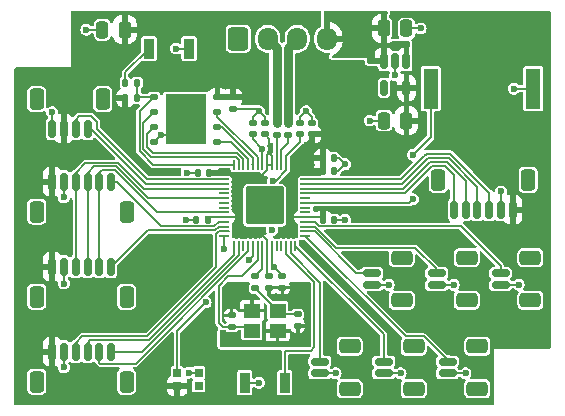
<source format=gbr>
G04 #@! TF.GenerationSoftware,KiCad,Pcbnew,8.0.7*
G04 #@! TF.CreationDate,2025-01-15T14:58:02-08:00*
G04 #@! TF.ProjectId,RP2040_minimal_r2,52503230-3430-45f6-9d69-6e696d616c5f,REV2*
G04 #@! TF.SameCoordinates,PX5f5e100PY5f5e100*
G04 #@! TF.FileFunction,Copper,L1,Top*
G04 #@! TF.FilePolarity,Positive*
%FSLAX46Y46*%
G04 Gerber Fmt 4.6, Leading zero omitted, Abs format (unit mm)*
G04 Created by KiCad (PCBNEW 8.0.7) date 2025-01-15 14:58:02*
%MOMM*%
%LPD*%
G01*
G04 APERTURE LIST*
G04 Aperture macros list*
%AMRoundRect*
0 Rectangle with rounded corners*
0 $1 Rounding radius*
0 $2 $3 $4 $5 $6 $7 $8 $9 X,Y pos of 4 corners*
0 Add a 4 corners polygon primitive as box body*
4,1,4,$2,$3,$4,$5,$6,$7,$8,$9,$2,$3,0*
0 Add four circle primitives for the rounded corners*
1,1,$1+$1,$2,$3*
1,1,$1+$1,$4,$5*
1,1,$1+$1,$6,$7*
1,1,$1+$1,$8,$9*
0 Add four rect primitives between the rounded corners*
20,1,$1+$1,$2,$3,$4,$5,0*
20,1,$1+$1,$4,$5,$6,$7,0*
20,1,$1+$1,$6,$7,$8,$9,0*
20,1,$1+$1,$8,$9,$2,$3,0*%
G04 Aperture macros list end*
G04 #@! TA.AperFunction,ComponentPad*
%ADD10RoundRect,0.250000X-0.600000X-0.725000X0.600000X-0.725000X0.600000X0.725000X-0.600000X0.725000X0*%
G04 #@! TD*
G04 #@! TA.AperFunction,ComponentPad*
%ADD11O,1.700000X1.950000*%
G04 #@! TD*
G04 #@! TA.AperFunction,SMDPad,CuDef*
%ADD12RoundRect,0.250000X0.250000X0.475000X-0.250000X0.475000X-0.250000X-0.475000X0.250000X-0.475000X0*%
G04 #@! TD*
G04 #@! TA.AperFunction,SMDPad,CuDef*
%ADD13RoundRect,0.140000X0.170000X-0.140000X0.170000X0.140000X-0.170000X0.140000X-0.170000X-0.140000X0*%
G04 #@! TD*
G04 #@! TA.AperFunction,SMDPad,CuDef*
%ADD14RoundRect,0.140000X0.140000X0.170000X-0.140000X0.170000X-0.140000X-0.170000X0.140000X-0.170000X0*%
G04 #@! TD*
G04 #@! TA.AperFunction,SMDPad,CuDef*
%ADD15RoundRect,0.140000X-0.170000X0.140000X-0.170000X-0.140000X0.170000X-0.140000X0.170000X0.140000X0*%
G04 #@! TD*
G04 #@! TA.AperFunction,SMDPad,CuDef*
%ADD16RoundRect,0.135000X-0.135000X-0.185000X0.135000X-0.185000X0.135000X0.185000X-0.135000X0.185000X0*%
G04 #@! TD*
G04 #@! TA.AperFunction,SMDPad,CuDef*
%ADD17RoundRect,0.150000X-0.150000X0.512500X-0.150000X-0.512500X0.150000X-0.512500X0.150000X0.512500X0*%
G04 #@! TD*
G04 #@! TA.AperFunction,SMDPad,CuDef*
%ADD18RoundRect,0.125000X-0.250000X-0.125000X0.250000X-0.125000X0.250000X0.125000X-0.250000X0.125000X0*%
G04 #@! TD*
G04 #@! TA.AperFunction,HeatsinkPad*
%ADD19R,3.400000X4.300000*%
G04 #@! TD*
G04 #@! TA.AperFunction,SMDPad,CuDef*
%ADD20RoundRect,0.135000X0.135000X0.185000X-0.135000X0.185000X-0.135000X-0.185000X0.135000X-0.185000X0*%
G04 #@! TD*
G04 #@! TA.AperFunction,SMDPad,CuDef*
%ADD21RoundRect,0.140000X-0.140000X-0.170000X0.140000X-0.170000X0.140000X0.170000X-0.140000X0.170000X0*%
G04 #@! TD*
G04 #@! TA.AperFunction,SMDPad,CuDef*
%ADD22RoundRect,0.135000X-0.185000X0.135000X-0.185000X-0.135000X0.185000X-0.135000X0.185000X0.135000X0*%
G04 #@! TD*
G04 #@! TA.AperFunction,SMDPad,CuDef*
%ADD23RoundRect,0.250000X-0.250000X-0.475000X0.250000X-0.475000X0.250000X0.475000X-0.250000X0.475000X0*%
G04 #@! TD*
G04 #@! TA.AperFunction,SMDPad,CuDef*
%ADD24RoundRect,0.050000X-0.387500X-0.050000X0.387500X-0.050000X0.387500X0.050000X-0.387500X0.050000X0*%
G04 #@! TD*
G04 #@! TA.AperFunction,SMDPad,CuDef*
%ADD25RoundRect,0.050000X-0.050000X-0.387500X0.050000X-0.387500X0.050000X0.387500X-0.050000X0.387500X0*%
G04 #@! TD*
G04 #@! TA.AperFunction,ComponentPad*
%ADD26C,0.600000*%
G04 #@! TD*
G04 #@! TA.AperFunction,SMDPad,CuDef*
%ADD27RoundRect,0.144000X-1.456000X-1.456000X1.456000X-1.456000X1.456000X1.456000X-1.456000X1.456000X0*%
G04 #@! TD*
G04 #@! TA.AperFunction,SMDPad,CuDef*
%ADD28RoundRect,0.150000X0.150000X0.625000X-0.150000X0.625000X-0.150000X-0.625000X0.150000X-0.625000X0*%
G04 #@! TD*
G04 #@! TA.AperFunction,SMDPad,CuDef*
%ADD29RoundRect,0.250000X0.350000X0.650000X-0.350000X0.650000X-0.350000X-0.650000X0.350000X-0.650000X0*%
G04 #@! TD*
G04 #@! TA.AperFunction,SMDPad,CuDef*
%ADD30R,0.900000X1.700000*%
G04 #@! TD*
G04 #@! TA.AperFunction,SMDPad,CuDef*
%ADD31RoundRect,0.150000X-0.150000X-0.625000X0.150000X-0.625000X0.150000X0.625000X-0.150000X0.625000X0*%
G04 #@! TD*
G04 #@! TA.AperFunction,SMDPad,CuDef*
%ADD32RoundRect,0.250000X-0.350000X-0.650000X0.350000X-0.650000X0.350000X0.650000X-0.350000X0.650000X0*%
G04 #@! TD*
G04 #@! TA.AperFunction,SMDPad,CuDef*
%ADD33R,0.700000X0.700000*%
G04 #@! TD*
G04 #@! TA.AperFunction,SMDPad,CuDef*
%ADD34RoundRect,0.150000X-0.625000X0.150000X-0.625000X-0.150000X0.625000X-0.150000X0.625000X0.150000X0*%
G04 #@! TD*
G04 #@! TA.AperFunction,SMDPad,CuDef*
%ADD35RoundRect,0.250000X-0.650000X0.350000X-0.650000X-0.350000X0.650000X-0.350000X0.650000X0.350000X0*%
G04 #@! TD*
G04 #@! TA.AperFunction,SMDPad,CuDef*
%ADD36R,1.400000X1.200000*%
G04 #@! TD*
G04 #@! TA.AperFunction,SMDPad,CuDef*
%ADD37R,1.300000X3.400000*%
G04 #@! TD*
G04 #@! TA.AperFunction,ViaPad*
%ADD38C,0.600000*%
G04 #@! TD*
G04 #@! TA.AperFunction,Conductor*
%ADD39C,0.150000*%
G04 #@! TD*
G04 #@! TA.AperFunction,Conductor*
%ADD40C,0.800000*%
G04 #@! TD*
G04 #@! TA.AperFunction,Conductor*
%ADD41C,0.200000*%
G04 #@! TD*
G04 APERTURE END LIST*
D10*
X-3750000Y27325000D03*
D11*
X-1250000Y27325000D03*
X1250000Y27325000D03*
X3750000Y27325000D03*
D12*
X10500000Y20400000D03*
X8600000Y20400000D03*
D13*
X2500000Y19230000D03*
X2500000Y20190000D03*
X1500000Y19230000D03*
X1500000Y20190000D03*
D14*
X-6320000Y12000000D03*
X-7280000Y12000000D03*
D15*
X-4200000Y22380000D03*
X-4200000Y21420000D03*
D16*
X-13310000Y22300000D03*
X-12290000Y22300000D03*
D17*
X10500000Y25437500D03*
X9550000Y25437500D03*
X8600000Y25437500D03*
X8600000Y23162500D03*
X10500000Y23162500D03*
D18*
X-10900000Y22405000D03*
X-10900000Y21135000D03*
X-10900000Y19865000D03*
X-10900000Y18595000D03*
X-5500000Y18595000D03*
X-5500000Y19865000D03*
X-5500000Y21135000D03*
X-5500000Y22405000D03*
D19*
X-8200000Y20500000D03*
D20*
X-12300000Y23600000D03*
X-13320000Y23600000D03*
D13*
X-1500000Y19220000D03*
X-1500000Y20180000D03*
D21*
X3420000Y12000000D03*
X4380000Y12000000D03*
D15*
X-1119000Y7220000D03*
X-1119000Y6260000D03*
D22*
X-500000Y20220000D03*
X-500000Y19200000D03*
D15*
X0Y7220000D03*
X0Y6260000D03*
D23*
X8600000Y28200000D03*
X10500000Y28200000D03*
D14*
X-6220000Y16000000D03*
X-7180000Y16000000D03*
D21*
X3420000Y17200000D03*
X4380000Y17200000D03*
D24*
X-4937500Y15825000D03*
X-4937500Y15425000D03*
X-4937500Y15025000D03*
X-4937500Y14625000D03*
X-4937500Y14225000D03*
X-4937500Y13825000D03*
X-4937500Y13425000D03*
X-4937500Y13025000D03*
X-4937500Y12625000D03*
X-4937500Y12225000D03*
X-4937500Y11825000D03*
X-4937500Y11425000D03*
X-4937500Y11025000D03*
X-4937500Y10625000D03*
D25*
X-4100000Y9787500D03*
X-3700000Y9787500D03*
X-3300000Y9787500D03*
X-2900000Y9787500D03*
X-2500000Y9787500D03*
X-2100000Y9787500D03*
X-1700000Y9787500D03*
X-1300000Y9787500D03*
X-900000Y9787500D03*
X-500000Y9787500D03*
X-100000Y9787500D03*
X300000Y9787500D03*
X700000Y9787500D03*
X1100000Y9787500D03*
D24*
X1937500Y10625000D03*
X1937500Y11025000D03*
X1937500Y11425000D03*
X1937500Y11825000D03*
X1937500Y12225000D03*
X1937500Y12625000D03*
X1937500Y13025000D03*
X1937500Y13425000D03*
X1937500Y13825000D03*
X1937500Y14225000D03*
X1937500Y14625000D03*
X1937500Y15025000D03*
X1937500Y15425000D03*
X1937500Y15825000D03*
D25*
X1100000Y16662500D03*
X700000Y16662500D03*
X300000Y16662500D03*
X-100000Y16662500D03*
X-500000Y16662500D03*
X-900000Y16662500D03*
X-1300000Y16662500D03*
X-1700000Y16662500D03*
X-2100000Y16662500D03*
X-2500000Y16662500D03*
X-2900000Y16662500D03*
X-3300000Y16662500D03*
X-3700000Y16662500D03*
X-4100000Y16662500D03*
D26*
X-2775000Y14500000D03*
X-2775000Y13225000D03*
X-2775000Y11950000D03*
X-1500000Y14500000D03*
X-1500000Y13225000D03*
D27*
X-1500000Y13225000D03*
D26*
X-1500000Y11950000D03*
X-225000Y14500000D03*
X-225000Y13225000D03*
X-225000Y11950000D03*
D22*
X500000Y20220000D03*
X500000Y19200000D03*
D13*
X-2500000Y19220000D03*
X-2500000Y20180000D03*
D21*
X3420000Y16100000D03*
X4380000Y16100000D03*
D12*
X-13350000Y28100000D03*
X-15250000Y28100000D03*
D28*
X-14500000Y8025000D03*
X-15500000Y8025000D03*
X-16500000Y8025000D03*
X-17500000Y8025000D03*
X-18500000Y8025000D03*
X-19500000Y8025000D03*
D29*
X-13200000Y5500000D03*
X-20800000Y5500000D03*
D28*
X-14500000Y15225000D03*
X-15500000Y15225000D03*
X-16500000Y15225000D03*
X-17500000Y15225000D03*
X-18500000Y15225000D03*
X-19500000Y15225000D03*
D29*
X-13200000Y12700000D03*
X-20800000Y12700000D03*
D28*
X-14500000Y825000D03*
X-15500000Y825000D03*
X-16500000Y825000D03*
X-17500000Y825000D03*
X-18500000Y825000D03*
X-19500000Y825000D03*
D29*
X-13200000Y-1700000D03*
X-20800000Y-1700000D03*
D30*
X-3200000Y-1800000D03*
X200000Y-1800000D03*
D13*
X-4300000Y2940000D03*
X-4300000Y3900000D03*
D31*
X14500000Y12850000D03*
X15500000Y12850000D03*
X16500000Y12850000D03*
X17500000Y12850000D03*
X18500000Y12850000D03*
X19500000Y12850000D03*
D32*
X13200000Y15375000D03*
X20800000Y15375000D03*
D30*
X-7900000Y26500000D03*
X-11300000Y26500000D03*
D15*
X1300000Y3980000D03*
X1300000Y3020000D03*
D33*
X-7085000Y-2050000D03*
X-7085000Y-950000D03*
X-8915000Y-950000D03*
X-8915000Y-2050000D03*
D34*
X13975000Y0D03*
X13975000Y-1000000D03*
D35*
X16500000Y1300000D03*
X16500000Y-2300000D03*
D36*
X-2600000Y2600000D03*
X-400000Y2600000D03*
X-400000Y4300000D03*
X-2600000Y4300000D03*
D34*
X7575000Y7500000D03*
X7575000Y6500000D03*
D35*
X10100000Y8800000D03*
X10100000Y5200000D03*
D37*
X12550000Y23100000D03*
X21250000Y23100000D03*
D31*
X-19500000Y19700000D03*
X-18500000Y19700000D03*
X-17500000Y19700000D03*
X-16500000Y19700000D03*
D32*
X-20800000Y22225000D03*
X-15200000Y22225000D03*
D34*
X18475000Y7500000D03*
X18475000Y6500000D03*
D35*
X21000000Y8800000D03*
X21000000Y5200000D03*
D34*
X8575000Y0D03*
X8575000Y-1000000D03*
D35*
X11100000Y1300000D03*
X11100000Y-2300000D03*
D22*
X-2300000Y7210000D03*
X-2300000Y6190000D03*
D34*
X3175000Y0D03*
X3175000Y-1000000D03*
D35*
X5700000Y1300000D03*
X5700000Y-2300000D03*
D34*
X13075000Y7500000D03*
X13075000Y6500000D03*
D35*
X15600000Y8800000D03*
X15600000Y5200000D03*
D38*
X-19500000Y21100000D03*
X15500000Y-1000000D03*
X19600000Y23100000D03*
X-7950000Y-950000D03*
X-2000000Y-1800000D03*
X20000000Y6500000D03*
X5300000Y16700000D03*
X2000000Y21200000D03*
X9550000Y24250000D03*
X-18500000Y6600000D03*
X4500000Y-1000000D03*
X-4300000Y6000000D03*
X-18500000Y13900000D03*
X18500000Y14400000D03*
X-18500000Y-500000D03*
X-16600000Y28100000D03*
X9000000Y6500000D03*
X-8200000Y12000000D03*
X-8100000Y16000000D03*
X7400000Y20400000D03*
X-4400000Y1800000D03*
X14500000Y6500000D03*
X-2000000Y21200000D03*
X11700000Y28200000D03*
X10000000Y-1000000D03*
X-9000000Y26500000D03*
X-2800000Y8600000D03*
X5300000Y12000000D03*
X1700000Y6000000D03*
X1600000Y1900000D03*
X-1700000Y18025006D03*
X-800000Y15325000D03*
X-700000Y8025000D03*
X-900030Y11125000D03*
X11050000Y17500000D03*
X11050000Y13750000D03*
X-4937500Y9500000D03*
X-6500000Y5000000D03*
X-10300000Y19195000D03*
D39*
X-10900000Y22405000D02*
X-12100000Y21205000D01*
X-12100000Y21205000D02*
X-12100000Y17800000D01*
X-12100000Y17800000D02*
X-10962500Y16662500D01*
X-10962500Y16662500D02*
X-4100000Y16662500D01*
X-3810442Y17625000D02*
X-3300000Y17114558D01*
X-11500000Y19265000D02*
X-11500000Y18200000D01*
X-10900000Y21135000D02*
X-11800000Y20235000D01*
X-11500000Y18200000D02*
X-10925000Y17625000D01*
X-10900000Y19865000D02*
X-11500000Y19265000D01*
X-10925000Y17625000D02*
X-3810442Y17625000D01*
X-3300000Y17114558D02*
X-3300000Y16662500D01*
X-11800000Y20235000D02*
X-11800000Y18000000D01*
X-11800000Y18000000D02*
X-11125000Y17325000D01*
X-11125000Y17325000D02*
X-3934706Y17325000D01*
X-3934706Y17325000D02*
X-3700000Y17090294D01*
X-3700000Y17090294D02*
X-3700000Y16662500D01*
X-10900000Y18595000D02*
X-10795000Y18595000D01*
D40*
X1250000Y27325000D02*
X500000Y26575000D01*
X500000Y26575000D02*
X500000Y20220000D01*
X-1250000Y27325000D02*
X-500000Y26575000D01*
X-500000Y26575000D02*
X-500000Y20220000D01*
D39*
X-4200000Y21420000D02*
X-2220000Y21420000D01*
X-2220000Y21420000D02*
X-2000000Y21200000D01*
X-13320000Y23600000D02*
X-13320000Y24480000D01*
X-13320000Y24480000D02*
X-11300000Y26500000D01*
X-12290000Y22300000D02*
X-12290000Y23590000D01*
X-12290000Y23590000D02*
X-12300000Y23600000D01*
X-10900000Y22405000D02*
X-12185000Y22405000D01*
X-12185000Y22405000D02*
X-12290000Y22300000D01*
X-2900000Y17138822D02*
X-2900000Y16662500D01*
X-5500000Y18595000D02*
X-4356178Y18595000D01*
X-4356178Y18595000D02*
X-2900000Y17138822D01*
X-5500000Y19865000D02*
X-5125001Y19865000D01*
X-5125001Y19865000D02*
X-2500000Y17239999D01*
X-2500000Y17239999D02*
X-2500000Y16662500D01*
X-5500000Y21135000D02*
X-5500000Y20738440D01*
X-5500000Y20738440D02*
X-2100000Y17338440D01*
X-2100000Y17338440D02*
X-2100000Y16662500D01*
X2500000Y20190000D02*
X2500000Y20700000D01*
X-7900000Y26500000D02*
X-9000000Y26500000D01*
X-2500000Y8900000D02*
X-2800000Y8600000D01*
X-18500000Y8025000D02*
X-18500000Y6700000D01*
X-15250000Y28100000D02*
X-16600000Y28100000D01*
X9550000Y25437500D02*
X9550000Y24250000D01*
X4800000Y17200000D02*
X5300000Y16700000D01*
X-1500000Y20700000D02*
X-2000000Y21200000D01*
D41*
X18500000Y12850000D02*
X18500000Y14400000D01*
D39*
X10500000Y28200000D02*
X11700000Y28200000D01*
X-1500000Y20180000D02*
X-1500000Y20700000D01*
X-7280000Y12000000D02*
X-8200000Y12000000D01*
X-18500000Y825000D02*
X-18500000Y-500000D01*
X-2500000Y20700000D02*
X-2000000Y21200000D01*
X7575000Y6500000D02*
X9000000Y6500000D01*
X8600000Y20400000D02*
X7400000Y20400000D01*
X4380000Y12000000D02*
X5300000Y12000000D01*
D41*
X21250000Y23100000D02*
X19600000Y23100000D01*
D39*
X1500000Y20190000D02*
X1500000Y20700000D01*
X4380000Y17200000D02*
X4800000Y17200000D01*
X2500000Y20700000D02*
X2000000Y21200000D01*
X13075000Y6500000D02*
X14500000Y6500000D01*
X-2500000Y9787500D02*
X-2500000Y9000000D01*
X1500000Y20700000D02*
X2000000Y21200000D01*
X4700000Y16100000D02*
X5300000Y16700000D01*
D41*
X-2600000Y4300000D02*
X-3500000Y4300000D01*
D39*
X3175000Y-1000000D02*
X4500000Y-1000000D01*
X-2500000Y20180000D02*
X-2500000Y20700000D01*
X-18500000Y15225000D02*
X-18500000Y13900000D01*
X-7180000Y16000000D02*
X-8100000Y16000000D01*
X-2500000Y9000000D02*
X-2500000Y8900000D01*
X-18500000Y6700000D02*
X-18500000Y6600000D01*
X4380000Y16100000D02*
X4700000Y16100000D01*
X18475000Y6500000D02*
X20000000Y6500000D01*
X8575000Y-1000000D02*
X10000000Y-1000000D01*
X13975000Y-1000000D02*
X15500000Y-1000000D01*
X-7085000Y-950000D02*
X-7950000Y-950000D01*
X-19500000Y19700000D02*
X-19500000Y21100000D01*
X-3200000Y-1800000D02*
X-2000000Y-1800000D01*
X-2100000Y9787500D02*
X-2100000Y8557537D01*
X-5400000Y6424264D02*
X-5400000Y3275736D01*
X-3457537Y7200000D02*
X-4624264Y7200000D01*
X-4624264Y7200000D02*
X-5400000Y6424264D01*
X-4300000Y2940000D02*
X-2940000Y2940000D01*
X-5064264Y2940000D02*
X-4300000Y2940000D01*
D41*
X-4300000Y2940000D02*
X-4300000Y3000000D01*
D39*
X-2100000Y8557537D02*
X-3457537Y7200000D01*
X-2940000Y2940000D02*
X-2600000Y2600000D01*
X-2600000Y2600000D02*
X-2320000Y2320000D01*
X-5400000Y3275736D02*
X-5064264Y2940000D01*
D41*
X-2300000Y7210000D02*
X-1700000Y7810000D01*
X-1700000Y7810000D02*
X-1700000Y9787500D01*
D39*
X3145000Y15825000D02*
X3420000Y16100000D01*
X-4937500Y15825000D02*
X-6045000Y15825000D01*
D41*
X-1300000Y17525000D02*
X-1300000Y16662500D01*
X-1300000Y16662500D02*
X-1300000Y16200000D01*
D39*
X-6045000Y15825000D02*
X-6220000Y16000000D01*
X-4937500Y12225000D02*
X-6095000Y12225000D01*
D41*
X-1300000Y16200000D02*
X-1900000Y15600000D01*
X700000Y16662500D02*
X700000Y17125000D01*
X700000Y17125000D02*
X2500000Y18925000D01*
X-900000Y17425002D02*
X-1149999Y17675001D01*
D39*
X3195000Y12225000D02*
X1937500Y12225000D01*
X-1300000Y9787500D02*
X-1300000Y10225000D01*
X-1300000Y10225000D02*
X-1300000Y10300000D01*
D41*
X-6220000Y16000000D02*
X-6012500Y16000000D01*
D39*
X-4937500Y12225000D02*
X-3725000Y12225000D01*
D41*
X1937500Y12225000D02*
X725000Y12225000D01*
D39*
X-6095000Y12225000D02*
X-6320000Y12000000D01*
D41*
X-1500000Y19220000D02*
X-1149999Y18869999D01*
D39*
X-1300000Y7401000D02*
X-1119000Y7220000D01*
X3420000Y17200000D02*
X1637500Y17200000D01*
D41*
X-900000Y16662500D02*
X-900000Y17425002D01*
D39*
X1637500Y17200000D02*
X1100000Y16662500D01*
D41*
X-1149999Y17675001D02*
X-1300000Y17525000D01*
D39*
X1937500Y15825000D02*
X3145000Y15825000D01*
X3420000Y12000000D02*
X3195000Y12225000D01*
X-1300000Y10300000D02*
X-2100000Y11100000D01*
X-1300000Y9787500D02*
X-1300000Y7401000D01*
D41*
X-900000Y16662500D02*
X-1300000Y16662500D01*
X-1149999Y18869999D02*
X-1149999Y17675001D01*
X2500000Y18925000D02*
X2500000Y19230000D01*
X-1700000Y16662500D02*
X-1700000Y18025006D01*
X300000Y17425000D02*
X1500000Y18625000D01*
X-2500000Y19220000D02*
X-2500000Y18825006D01*
X300000Y16199350D02*
X-574350Y15325000D01*
X-2500000Y18825006D02*
X-1700000Y18025006D01*
X0Y7325000D02*
X-700000Y8025000D01*
X-900000Y8225000D02*
X-700000Y8025000D01*
X0Y7225000D02*
X0Y7325000D01*
X300000Y16662500D02*
X300000Y17425000D01*
X300000Y16662500D02*
X300000Y16199350D01*
X1500000Y18625000D02*
X1500000Y19225000D01*
X-574350Y15325000D02*
X-800000Y15325000D01*
X-900000Y9787500D02*
X-900000Y8225000D01*
D39*
X-16500000Y1599999D02*
X-16500000Y825000D01*
X-4100000Y9787500D02*
X-4100000Y9447794D01*
X-11326472Y1825000D02*
X-16274999Y1825000D01*
X-4100000Y9787500D02*
X-4100000Y9051472D01*
X-16274999Y1825000D02*
X-16500000Y1599999D01*
X-4100000Y9051472D02*
X-11326472Y1825000D01*
X-4937500Y11025000D02*
X-4509706Y11025000D01*
X-5600000Y10790294D02*
X-5600000Y7975736D01*
X-11450736Y2125000D02*
X-16974999Y2125000D01*
X-4937500Y11025000D02*
X-5365294Y11025000D01*
X-5600000Y7975736D02*
X-11450736Y2125000D01*
X-16974999Y2125000D02*
X-17500000Y1599999D01*
X-17500000Y1599999D02*
X-17500000Y825000D01*
X-5365294Y11025000D02*
X-5600000Y10790294D01*
X-12425000Y-175000D02*
X-15425000Y-175000D01*
X-15500000Y-100000D02*
X-15500000Y825000D01*
X-2900000Y9350000D02*
X-12425000Y-175000D01*
X-2900000Y9787500D02*
X-2900000Y9350000D01*
X-15425000Y-175000D02*
X-15500000Y-100000D01*
X2400000Y900000D02*
X200000Y900000D01*
X2700000Y6724264D02*
X2700000Y1200000D01*
X300000Y9124264D02*
X2700000Y6724264D01*
X2700000Y1200000D02*
X2400000Y900000D01*
X300000Y9787500D02*
X300000Y9124264D01*
X200000Y900000D02*
X200000Y-1800000D01*
X-4100000Y16825000D02*
X-4100000Y16625000D01*
X-4100000Y16625000D02*
X-4100000Y16597500D01*
D41*
X-500000Y16662500D02*
X-500000Y19225000D01*
X-100000Y17925000D02*
X500000Y18525000D01*
X-100000Y16662500D02*
X-100000Y17925000D01*
X500000Y18525000D02*
X500000Y19225000D01*
D39*
X-2500000Y16652500D02*
X-2548690Y16701190D01*
D41*
X-2290000Y6190000D02*
X-400000Y4300000D01*
X-2300000Y6190000D02*
X-2290000Y6190000D01*
D39*
X1300000Y3980000D02*
X-80000Y3980000D01*
D41*
X-810000Y4300000D02*
X-400000Y4300000D01*
D39*
X-650000Y4300000D02*
X-400000Y4300000D01*
X-80000Y3980000D02*
X-400000Y4300000D01*
X-14190514Y16225000D02*
X-10590514Y12625000D01*
X-15500000Y15225000D02*
X-15500000Y15999999D01*
X-15500000Y15999999D02*
X-15274999Y16225000D01*
X-15500000Y15225000D02*
X-15500000Y8025000D01*
X-10590514Y12625000D02*
X-4937500Y12625000D01*
X-15274999Y16225000D02*
X-14190514Y16225000D01*
X-16674999Y16825000D02*
X-13941986Y16825000D01*
X-13941986Y16825000D02*
X-11741986Y14625000D01*
X-17500000Y15999999D02*
X-16674999Y16825000D01*
X-17500000Y15225000D02*
X-17500000Y15999999D01*
X-11741986Y14625000D02*
X-4937500Y14625000D01*
X-17500000Y15225000D02*
X-17500000Y8025000D01*
X-14066250Y16525000D02*
X-11366250Y13825000D01*
X-16500000Y15225000D02*
X-16500000Y15999999D01*
X-11366250Y13825000D02*
X-4937500Y13825000D01*
X-16500000Y15225000D02*
X-16500000Y8025000D01*
X-16500000Y15999999D02*
X-15974999Y16525000D01*
X-15974999Y16525000D02*
X-14066250Y16525000D01*
X-11902208Y825000D02*
X-14500000Y825000D01*
X-3700000Y9027208D02*
X-11902208Y825000D01*
X-3700000Y9787500D02*
X-3700000Y9027208D01*
D41*
X1937500Y13425000D02*
X10725000Y13425000D01*
X12550000Y19000000D02*
X12550000Y23100000D01*
X10725000Y13425000D02*
X11050000Y13750000D01*
X11050000Y17500000D02*
X12550000Y19000000D01*
X11050000Y13750000D02*
X11100000Y13800000D01*
D39*
X-17500000Y20474999D02*
X-17199263Y20775736D01*
X-15700000Y20275736D02*
X-15700000Y19675736D01*
X-15700000Y19675736D02*
X-11449264Y15425000D01*
X-11449264Y15425000D02*
X-4937500Y15425000D01*
X-16200000Y20775736D02*
X-15700000Y20275736D01*
X-17500000Y19700000D02*
X-17500000Y20474999D01*
X-17199263Y20775736D02*
X-16200000Y20775736D01*
X-16200001Y19700000D02*
X-11525001Y15025000D01*
X-11525001Y15025000D02*
X-4937500Y15025000D01*
X-16500000Y19700000D02*
X-16200001Y19700000D01*
X11953678Y2125000D02*
X13975000Y103678D01*
X1937500Y10625000D02*
X10437500Y2125000D01*
X13975000Y0D02*
X13975000Y299999D01*
D41*
X13975000Y139034D02*
X13975000Y0D01*
D39*
X10437500Y2125000D02*
X11953678Y2125000D01*
X13975000Y103678D02*
X13975000Y0D01*
X1937500Y11025000D02*
X2716404Y11025000D01*
X6241404Y7500000D02*
X7575000Y7500000D01*
X2716404Y11025000D02*
X6241404Y7500000D01*
X1937500Y11425000D02*
X2740668Y11425000D01*
D41*
X13075000Y7539034D02*
X13075000Y7500000D01*
D39*
X13075000Y7799999D02*
X13075000Y7500000D01*
X4540668Y9625000D02*
X11249999Y9625000D01*
X11249999Y9625000D02*
X13075000Y7799999D01*
X2740668Y11425000D02*
X4540668Y9625000D01*
X18475000Y8125000D02*
X18475000Y7500000D01*
X2764932Y11825000D02*
X3124932Y11465000D01*
X15135000Y11465000D02*
X18475000Y8125000D01*
X3124932Y11465000D02*
X15135000Y11465000D01*
X1937500Y11825000D02*
X2764932Y11825000D01*
D41*
X10146017Y15025000D02*
X12346017Y17225000D01*
X16500000Y14800000D02*
X16500000Y12850000D01*
X14075000Y17225000D02*
X16500000Y14800000D01*
X12346017Y17225000D02*
X14075000Y17225000D01*
X1937500Y15025000D02*
X10146017Y15025000D01*
X10335966Y14225000D02*
X12635966Y16525000D01*
X14500000Y15789034D02*
X14500000Y12850000D01*
X1937500Y14225000D02*
X10335966Y14225000D01*
X13764034Y16525000D02*
X14500000Y15789034D01*
X12635966Y16525000D02*
X13764034Y16525000D01*
X15500000Y15300000D02*
X15500000Y12850000D01*
X10240992Y14625000D02*
X12490992Y16875000D01*
X12490992Y16875000D02*
X13925000Y16875000D01*
X1937500Y14625000D02*
X10240992Y14625000D01*
X13925000Y16875000D02*
X15500000Y15300000D01*
X14219975Y17575000D02*
X17500000Y14294975D01*
X11996017Y17369975D02*
X12201042Y17575000D01*
X10051043Y15425000D02*
X11996017Y17369975D01*
X12201042Y17575000D02*
X14219975Y17575000D01*
X1937500Y15425000D02*
X10051043Y15425000D01*
X17500000Y14294975D02*
X17500000Y12850000D01*
D39*
X-8915000Y2585000D02*
X-8915000Y-950000D01*
X-4937500Y10625000D02*
X-4937500Y9562500D01*
X-6500000Y5000000D02*
X-8915000Y2585000D01*
X-4937500Y9562500D02*
X-4937500Y9500000D01*
X-4937500Y9500000D02*
X-4937500Y9437500D01*
X-5773822Y11465000D02*
X-5413822Y11825000D01*
X-14046322Y15225000D02*
X-10286322Y11465000D01*
X-14500000Y15225000D02*
X-14046322Y15225000D01*
X-5413822Y11825000D02*
X-4937500Y11825000D01*
X-10286322Y11465000D02*
X-5773822Y11465000D01*
X-5389558Y11425000D02*
X-4937500Y11425000D01*
X-14500000Y8025000D02*
X-11425000Y11100000D01*
X-11425000Y11100000D02*
X-5714558Y11100000D01*
X-5714558Y11100000D02*
X-5389558Y11425000D01*
X3175000Y6673528D02*
X3175000Y0D01*
X700000Y9148528D02*
X3175000Y6673528D01*
X700000Y9787500D02*
X700000Y9148528D01*
X1100000Y9787500D02*
X8575000Y2312500D01*
X8575000Y2312500D02*
X8575000Y0D01*
X-10300000Y19195000D02*
X-9505000Y19195000D01*
X-9505000Y19195000D02*
X-8200000Y20500000D01*
X-10900000Y18595000D02*
X-10300000Y19195000D01*
G04 #@! TA.AperFunction,Conductor*
G36*
X-4457461Y16367315D02*
G01*
X-4411706Y16314511D01*
X-4400500Y16263000D01*
X-4400500Y16250322D01*
X-4385968Y16177265D01*
X-4385967Y16177261D01*
X-4374292Y16159788D01*
X-4330601Y16094399D01*
X-4263969Y16049878D01*
X-4247740Y16039034D01*
X-4247736Y16039033D01*
X-4174679Y16024501D01*
X-4174676Y16024500D01*
X-4174674Y16024500D01*
X-4025324Y16024500D01*
X-4025323Y16024501D01*
X-4000971Y16029345D01*
X-3952268Y16039032D01*
X-3952267Y16039033D01*
X-3952260Y16039034D01*
X-3952255Y16039038D01*
X-3947461Y16041023D01*
X-3877992Y16048496D01*
X-3852539Y16041023D01*
X-3847744Y16039037D01*
X-3847740Y16039034D01*
X-3847736Y16039034D01*
X-3847733Y16039032D01*
X-3774679Y16024501D01*
X-3774676Y16024500D01*
X-3774674Y16024500D01*
X-3625324Y16024500D01*
X-3625323Y16024501D01*
X-3600971Y16029345D01*
X-3552268Y16039032D01*
X-3552267Y16039033D01*
X-3552260Y16039034D01*
X-3552255Y16039038D01*
X-3547461Y16041023D01*
X-3477992Y16048496D01*
X-3452539Y16041023D01*
X-3447744Y16039037D01*
X-3447740Y16039034D01*
X-3447736Y16039034D01*
X-3447733Y16039032D01*
X-3374679Y16024501D01*
X-3374676Y16024500D01*
X-3374674Y16024500D01*
X-3225324Y16024500D01*
X-3225323Y16024501D01*
X-3200971Y16029345D01*
X-3152268Y16039032D01*
X-3152267Y16039033D01*
X-3152260Y16039034D01*
X-3152255Y16039038D01*
X-3147461Y16041023D01*
X-3077992Y16048496D01*
X-3052539Y16041023D01*
X-3047744Y16039037D01*
X-3047740Y16039034D01*
X-3047736Y16039034D01*
X-3047733Y16039032D01*
X-2974679Y16024501D01*
X-2974676Y16024500D01*
X-2974674Y16024500D01*
X-2825324Y16024500D01*
X-2825323Y16024501D01*
X-2800971Y16029345D01*
X-2752268Y16039032D01*
X-2752267Y16039033D01*
X-2752260Y16039034D01*
X-2752255Y16039038D01*
X-2747461Y16041023D01*
X-2677992Y16048496D01*
X-2652539Y16041023D01*
X-2647744Y16039037D01*
X-2647740Y16039034D01*
X-2647736Y16039034D01*
X-2647733Y16039032D01*
X-2574679Y16024501D01*
X-2574676Y16024500D01*
X-2574674Y16024500D01*
X-2425324Y16024500D01*
X-2425323Y16024501D01*
X-2400971Y16029345D01*
X-2352268Y16039032D01*
X-2352267Y16039033D01*
X-2352260Y16039034D01*
X-2352255Y16039038D01*
X-2347461Y16041023D01*
X-2277992Y16048496D01*
X-2252539Y16041023D01*
X-2247744Y16039037D01*
X-2247740Y16039034D01*
X-2247736Y16039034D01*
X-2247733Y16039032D01*
X-2174679Y16024501D01*
X-2174676Y16024500D01*
X-2174674Y16024500D01*
X-2025325Y16024500D01*
X-2009507Y16027647D01*
X-1952260Y16039034D01*
X-1952259Y16039036D01*
X-1949348Y16039614D01*
X-1879756Y16033388D01*
X-1826351Y15992923D01*
X-1742565Y15882436D01*
X-1622096Y15791080D01*
X-1481444Y15735614D01*
X-1393054Y15725000D01*
X-1360496Y15725000D01*
X-1293457Y15705315D01*
X-1247702Y15652511D01*
X-1237758Y15583353D01*
X-1247702Y15549488D01*
X-1285166Y15467457D01*
X-1305647Y15325000D01*
X-1283903Y15173765D01*
X-1285721Y15173504D01*
X-1285722Y15114562D01*
X-1323498Y15055785D01*
X-1387055Y15026762D01*
X-1404698Y15025500D01*
X-2996365Y15025500D01*
X-3046535Y15018895D01*
X-3046543Y15018893D01*
X-3156646Y14967551D01*
X-3242552Y14881645D01*
X-3293895Y14771540D01*
X-3293895Y14771538D01*
X-3300499Y14721373D01*
X-3300500Y14721357D01*
X-3300500Y11728636D01*
X-3293895Y11678466D01*
X-3293894Y11678461D01*
X-3242551Y11568355D01*
X-3156645Y11482449D01*
X-3046539Y11431106D01*
X-2996363Y11424500D01*
X-1504728Y11424501D01*
X-1437689Y11404816D01*
X-1391934Y11352013D01*
X-1381990Y11282854D01*
X-1384915Y11269406D01*
X-1405677Y11125000D01*
X-1385196Y10982543D01*
X-1385195Y10982542D01*
X-1344611Y10893675D01*
X-1334667Y10824517D01*
X-1363692Y10760961D01*
X-1422470Y10723187D01*
X-1442621Y10719048D01*
X-1481444Y10714387D01*
X-1622096Y10658921D01*
X-1742568Y10567563D01*
X-1826352Y10457078D01*
X-1882544Y10415555D01*
X-1949347Y10410387D01*
X-2025324Y10425500D01*
X-2025326Y10425500D01*
X-2174674Y10425500D01*
X-2174676Y10425500D01*
X-2247741Y10410967D01*
X-2252548Y10408975D01*
X-2322017Y10401506D01*
X-2347452Y10408975D01*
X-2352260Y10410967D01*
X-2425324Y10425500D01*
X-2425326Y10425500D01*
X-2574674Y10425500D01*
X-2574676Y10425500D01*
X-2647741Y10410967D01*
X-2652548Y10408975D01*
X-2722017Y10401506D01*
X-2747452Y10408975D01*
X-2752260Y10410967D01*
X-2825324Y10425500D01*
X-2825326Y10425500D01*
X-2974674Y10425500D01*
X-2974676Y10425500D01*
X-3047741Y10410967D01*
X-3052548Y10408975D01*
X-3122017Y10401506D01*
X-3147452Y10408975D01*
X-3152260Y10410967D01*
X-3225324Y10425500D01*
X-3225326Y10425500D01*
X-3374674Y10425500D01*
X-3374676Y10425500D01*
X-3447741Y10410967D01*
X-3452548Y10408975D01*
X-3522017Y10401506D01*
X-3547452Y10408975D01*
X-3552260Y10410967D01*
X-3625324Y10425500D01*
X-3625326Y10425500D01*
X-3774674Y10425500D01*
X-3774676Y10425500D01*
X-3847741Y10410967D01*
X-3852548Y10408975D01*
X-3922017Y10401506D01*
X-3947452Y10408975D01*
X-3952260Y10410967D01*
X-4025324Y10425500D01*
X-4025326Y10425500D01*
X-4174674Y10425500D01*
X-4175500Y10425500D01*
X-4242539Y10445185D01*
X-4288294Y10497989D01*
X-4299500Y10549500D01*
X-4299500Y10699676D01*
X-4308090Y10742857D01*
X-4310779Y10756376D01*
X-4304552Y10825966D01*
X-4276841Y10868251D01*
X-4276149Y10868942D01*
X-4234206Y10970200D01*
X-4234206Y11079800D01*
X-4276149Y11181058D01*
X-4276843Y11181752D01*
X-4277872Y11183635D01*
X-4282934Y11191212D01*
X-4282256Y11191666D01*
X-4310328Y11243075D01*
X-4310779Y11293626D01*
X-4299500Y11350325D01*
X-4299500Y11499676D01*
X-4313162Y11568356D01*
X-4314034Y11572740D01*
X-4314035Y11572742D01*
X-4314614Y11575653D01*
X-4308387Y11645245D01*
X-4267922Y11698650D01*
X-4157437Y11782434D01*
X-4066080Y11902905D01*
X-4010614Y12043557D01*
X-4000000Y12131947D01*
X-4000000Y12318054D01*
X-4010614Y12406444D01*
X-4066080Y12547096D01*
X-4157436Y12667565D01*
X-4267923Y12751351D01*
X-4309446Y12807544D01*
X-4314614Y12874348D01*
X-4314036Y12877259D01*
X-4314034Y12877260D01*
X-4299500Y12950326D01*
X-4299500Y13099674D01*
X-4299500Y13099677D01*
X-4299501Y13099679D01*
X-4314032Y13172733D01*
X-4314034Y13172736D01*
X-4314034Y13172740D01*
X-4314037Y13172744D01*
X-4316023Y13177539D01*
X-4323496Y13247008D01*
X-4316023Y13272461D01*
X-4314038Y13277255D01*
X-4314034Y13277260D01*
X-4311490Y13290046D01*
X-4299501Y13350322D01*
X-4299500Y13350324D01*
X-4299500Y13499677D01*
X-4299501Y13499679D01*
X-4314032Y13572733D01*
X-4314034Y13572736D01*
X-4314034Y13572740D01*
X-4314037Y13572744D01*
X-4316023Y13577539D01*
X-4323496Y13647008D01*
X-4316023Y13672461D01*
X-4314038Y13677255D01*
X-4314034Y13677260D01*
X-4299500Y13750326D01*
X-4299500Y13899674D01*
X-4299500Y13899677D01*
X-4299501Y13899679D01*
X-4314032Y13972733D01*
X-4314034Y13972736D01*
X-4314034Y13972740D01*
X-4314037Y13972744D01*
X-4316023Y13977539D01*
X-4323496Y14047008D01*
X-4316023Y14072461D01*
X-4314038Y14077255D01*
X-4314034Y14077260D01*
X-4311704Y14088970D01*
X-4299501Y14150322D01*
X-4299500Y14150324D01*
X-4299500Y14299677D01*
X-4299501Y14299679D01*
X-4314032Y14372733D01*
X-4314034Y14372736D01*
X-4314034Y14372740D01*
X-4314037Y14372744D01*
X-4316023Y14377539D01*
X-4323496Y14447008D01*
X-4316023Y14472461D01*
X-4314038Y14477255D01*
X-4314034Y14477260D01*
X-4313590Y14479488D01*
X-4299501Y14550322D01*
X-4299500Y14550324D01*
X-4299500Y14699677D01*
X-4299501Y14699679D01*
X-4314032Y14772733D01*
X-4314034Y14772736D01*
X-4314034Y14772740D01*
X-4314037Y14772744D01*
X-4316023Y14777539D01*
X-4323496Y14847008D01*
X-4316023Y14872461D01*
X-4314038Y14877255D01*
X-4314034Y14877260D01*
X-4313161Y14881645D01*
X-4299501Y14950322D01*
X-4299500Y14950324D01*
X-4299500Y15099677D01*
X-4299501Y15099679D01*
X-4314032Y15172733D01*
X-4314034Y15172736D01*
X-4314034Y15172740D01*
X-4314037Y15172744D01*
X-4316023Y15177539D01*
X-4323496Y15247008D01*
X-4316023Y15272461D01*
X-4314038Y15277255D01*
X-4314034Y15277260D01*
X-4299500Y15350326D01*
X-4299500Y15499674D01*
X-4299500Y15499677D01*
X-4299501Y15499679D01*
X-4314033Y15572736D01*
X-4314034Y15572740D01*
X-4331161Y15598373D01*
X-4369399Y15655601D01*
X-4438485Y15701762D01*
X-4452261Y15710967D01*
X-4452265Y15710968D01*
X-4525323Y15725500D01*
X-4525326Y15725500D01*
X-5349674Y15725500D01*
X-5351462Y15725324D01*
X-5352390Y15725500D01*
X-5355766Y15725500D01*
X-5355766Y15726141D01*
X-5420107Y15738347D01*
X-5435472Y15750000D01*
X-6096000Y15750000D01*
X-6163039Y15769685D01*
X-6208794Y15822489D01*
X-6220000Y15874000D01*
X-6220000Y16126000D01*
X-6200315Y16193039D01*
X-6147511Y16238794D01*
X-6096000Y16250000D01*
X-5441211Y16250000D01*
X-5441468Y16253276D01*
X-5427101Y16321653D01*
X-5378048Y16371408D01*
X-5317850Y16387000D01*
X-4524500Y16387000D01*
X-4457461Y16367315D01*
G37*
G04 #@! TD.AperFunction*
G04 #@! TA.AperFunction,Conductor*
G36*
X12318834Y15680383D02*
G01*
X12374767Y15638511D01*
X12399184Y15573047D01*
X12399500Y15564201D01*
X12399500Y14670731D01*
X12402353Y14640301D01*
X12402353Y14640299D01*
X12445921Y14515793D01*
X12447207Y14512118D01*
X12527850Y14402850D01*
X12637118Y14322207D01*
X12669706Y14310804D01*
X12765299Y14277354D01*
X12795730Y14274500D01*
X12795734Y14274500D01*
X13604270Y14274500D01*
X13634699Y14277354D01*
X13634701Y14277354D01*
X13714304Y14305209D01*
X13762882Y14322207D01*
X13872150Y14402850D01*
X13952793Y14512118D01*
X13958459Y14528312D01*
X13999180Y14585087D01*
X14064133Y14610834D01*
X14132695Y14597378D01*
X14183097Y14548990D01*
X14199500Y14487356D01*
X14199500Y13867998D01*
X14179815Y13800959D01*
X14147555Y13767082D01*
X14143516Y13764199D01*
X14060803Y13681486D01*
X14009426Y13576392D01*
X13999500Y13508261D01*
X13999500Y12191740D01*
X14009426Y12123609D01*
X14060803Y12018515D01*
X14127137Y11952181D01*
X14160622Y11890858D01*
X14155638Y11821166D01*
X14113766Y11765233D01*
X14048302Y11740816D01*
X14039456Y11740500D01*
X5911441Y11740500D01*
X5844402Y11760185D01*
X5798647Y11812989D01*
X5788703Y11882146D01*
X5805647Y12000000D01*
X5785165Y12142457D01*
X5762658Y12191740D01*
X5725377Y12273373D01*
X5631128Y12382143D01*
X5510053Y12459953D01*
X5510051Y12459954D01*
X5510049Y12459955D01*
X5510050Y12459955D01*
X5371963Y12500500D01*
X5371961Y12500500D01*
X5228039Y12500500D01*
X5228036Y12500500D01*
X5089949Y12459955D01*
X4968872Y12382143D01*
X4962172Y12376337D01*
X4960230Y12378578D01*
X4913958Y12348858D01*
X4844089Y12348878D01*
X4791376Y12380164D01*
X4718316Y12453224D01*
X4684609Y12468942D01*
X4609487Y12503972D01*
X4609485Y12503973D01*
X4609486Y12503973D01*
X4559902Y12510500D01*
X4200102Y12510500D01*
X4191746Y12509400D01*
X4190459Y12509231D01*
X4121425Y12519999D01*
X4075964Y12560352D01*
X4074499Y12559215D01*
X4069714Y12565384D01*
X3955383Y12679715D01*
X3955374Y12679722D01*
X3816193Y12762033D01*
X3816190Y12762035D01*
X3670001Y12804507D01*
X3670000Y12804506D01*
X3670000Y12124000D01*
X3650315Y12056961D01*
X3597511Y12011206D01*
X3546000Y12000000D01*
X3294000Y12000000D01*
X3226961Y12019685D01*
X3181206Y12072489D01*
X3170000Y12124000D01*
X3170000Y12804506D01*
X3169998Y12804507D01*
X3023809Y12762035D01*
X3023806Y12762033D01*
X2884627Y12679723D01*
X2884619Y12679717D01*
X2882111Y12677208D01*
X2879663Y12675872D01*
X2878461Y12674939D01*
X2878310Y12675134D01*
X2820786Y12643727D01*
X2751094Y12648716D01*
X2719510Y12666091D01*
X2607078Y12751351D01*
X2565554Y12807544D01*
X2560386Y12874348D01*
X2560964Y12877259D01*
X2560966Y12877260D01*
X2575500Y12950326D01*
X2575500Y13000500D01*
X2595185Y13067539D01*
X2647989Y13113294D01*
X2699500Y13124500D01*
X10764560Y13124500D01*
X10764562Y13124500D01*
X10840989Y13144979D01*
X10909511Y13184540D01*
X10938152Y13213181D01*
X10999475Y13246666D01*
X11025833Y13249500D01*
X11121962Y13249500D01*
X11121962Y13249501D01*
X11260053Y13290047D01*
X11381128Y13367857D01*
X11475377Y13476627D01*
X11535165Y13607543D01*
X11555647Y13750000D01*
X11535165Y13892457D01*
X11475377Y14023373D01*
X11381128Y14132143D01*
X11260053Y14209953D01*
X11260051Y14209954D01*
X11260049Y14209955D01*
X11260050Y14209955D01*
X11121963Y14250500D01*
X11121961Y14250500D01*
X11085799Y14250500D01*
X11018760Y14270185D01*
X10973005Y14322989D01*
X10963061Y14392147D01*
X10992086Y14455703D01*
X10998118Y14462181D01*
X12187819Y15651882D01*
X12249142Y15685367D01*
X12318834Y15680383D01*
G37*
G04 #@! TD.AperFunction*
G04 #@! TA.AperFunction,Conductor*
G36*
X-6126961Y12329815D02*
G01*
X-6081206Y12277011D01*
X-6070000Y12225500D01*
X-6070000Y12124000D01*
X-6089685Y12056961D01*
X-6142489Y12011206D01*
X-6194000Y12000000D01*
X-6446000Y12000000D01*
X-6513039Y12019685D01*
X-6558794Y12072489D01*
X-6570000Y12124000D01*
X-6570000Y12225500D01*
X-6550315Y12292539D01*
X-6497511Y12338294D01*
X-6446000Y12349500D01*
X-6194000Y12349500D01*
X-6126961Y12329815D01*
G37*
G04 #@! TD.AperFunction*
G04 #@! TA.AperFunction,Conductor*
G36*
X-853635Y18533961D02*
G01*
X-809872Y18479496D01*
X-800500Y18432206D01*
X-800500Y17724000D01*
X-820185Y17656961D01*
X-872989Y17611206D01*
X-924500Y17600000D01*
X-993055Y17600000D01*
X-1085217Y17588934D01*
X-1114783Y17588934D01*
X-1168234Y17595352D01*
X-1232448Y17622889D01*
X-1271582Y17680771D01*
X-1273210Y17750622D01*
X-1266250Y17769968D01*
X-1214835Y17882549D01*
X-1194353Y18025006D01*
X-1214835Y18167463D01*
X-1267921Y18283704D01*
X-1277865Y18352863D01*
X-1248840Y18416418D01*
X-1190062Y18454193D01*
X-1189721Y18454293D01*
X-1073807Y18487969D01*
X-987622Y18538938D01*
X-919898Y18556121D01*
X-853635Y18533961D01*
G37*
G04 #@! TD.AperFunction*
G04 #@! TA.AperFunction,Conductor*
G36*
X3237539Y29679815D02*
G01*
X3283294Y29627011D01*
X3294500Y29575500D01*
X3294500Y28475351D01*
X3274815Y28408312D01*
X3239391Y28372249D01*
X3080345Y28265978D01*
X3080341Y28265975D01*
X2934024Y28119658D01*
X2819058Y27947597D01*
X2739870Y27756421D01*
X2739868Y27756413D01*
X2699500Y27553470D01*
X2699500Y27096531D01*
X2739868Y26893588D01*
X2739870Y26893580D01*
X2819059Y26702402D01*
X2859113Y26642457D01*
X2934024Y26530343D01*
X3080342Y26384025D01*
X3080345Y26384023D01*
X3252402Y26269059D01*
X3443580Y26189870D01*
X3611429Y26156483D01*
X3646530Y26149501D01*
X3646534Y26149500D01*
X3646535Y26149500D01*
X3853465Y26149500D01*
X3861704Y26151139D01*
X3931295Y26144915D01*
X3986474Y26102054D01*
X4009722Y26036166D01*
X3998695Y25978013D01*
X3975408Y25927022D01*
X3966380Y25903550D01*
X3966379Y25903547D01*
X3958926Y25812404D01*
X3958926Y25812402D01*
X3968870Y25743246D01*
X3973963Y25718628D01*
X3973963Y25718627D01*
X4016972Y25637917D01*
X4016974Y25637914D01*
X4062733Y25585105D01*
X4075798Y25571771D01*
X4080319Y25567157D01*
X4080320Y25567156D01*
X4080322Y25567155D01*
X4160132Y25522512D01*
X4160136Y25522510D01*
X4227175Y25502825D01*
X4285073Y25494500D01*
X6870500Y25494500D01*
X6937539Y25474815D01*
X6983294Y25422011D01*
X6994500Y25370500D01*
X6994500Y25323993D01*
X6999197Y25280314D01*
X7010397Y25228826D01*
X7012890Y25218628D01*
X7012891Y25218625D01*
X7055899Y25137917D01*
X7055901Y25137914D01*
X7101660Y25085105D01*
X7119242Y25067161D01*
X7119246Y25067157D01*
X7119247Y25067156D01*
X7119249Y25067155D01*
X7199059Y25022512D01*
X7199063Y25022510D01*
X7266102Y25002825D01*
X7324000Y24994500D01*
X7977286Y24994500D01*
X8044325Y24974815D01*
X8090080Y24922011D01*
X8099989Y24888384D01*
X8106596Y24843039D01*
X8109427Y24823606D01*
X8160803Y24718515D01*
X8243514Y24635804D01*
X8243515Y24635804D01*
X8243517Y24635802D01*
X8348607Y24584427D01*
X8382673Y24579464D01*
X8416739Y24574500D01*
X8416740Y24574500D01*
X8783261Y24574500D01*
X8817326Y24579464D01*
X8851393Y24584427D01*
X8927942Y24621850D01*
X8996813Y24633609D01*
X9061110Y24606266D01*
X9100418Y24548502D01*
X9102256Y24478656D01*
X9095196Y24458938D01*
X9064834Y24392455D01*
X9044353Y24250000D01*
X9061841Y24128366D01*
X9051897Y24059207D01*
X9006142Y24006403D01*
X8939103Y23986719D01*
X8884643Y23999318D01*
X8870150Y24006403D01*
X8851393Y24015573D01*
X8851391Y24015574D01*
X8783261Y24025500D01*
X8783260Y24025500D01*
X8416740Y24025500D01*
X8416739Y24025500D01*
X8348608Y24015574D01*
X8243514Y23964197D01*
X8160803Y23881486D01*
X8109426Y23776392D01*
X8099500Y23708261D01*
X8099500Y22616740D01*
X8109426Y22548609D01*
X8160803Y22443515D01*
X8243514Y22360804D01*
X8243515Y22360804D01*
X8243517Y22360802D01*
X8348607Y22309427D01*
X8382673Y22304464D01*
X8416739Y22299500D01*
X8416740Y22299500D01*
X8783261Y22299500D01*
X8805971Y22302809D01*
X8851393Y22309427D01*
X8956483Y22360802D01*
X9039198Y22443517D01*
X9090573Y22548607D01*
X9095781Y22584351D01*
X9700000Y22584351D01*
X9702899Y22547511D01*
X9702900Y22547505D01*
X9748716Y22389807D01*
X9748717Y22389804D01*
X9832314Y22248448D01*
X9832321Y22248439D01*
X9948438Y22132322D01*
X9948447Y22132315D01*
X10089801Y22048719D01*
X10247514Y22002900D01*
X10247511Y22002900D01*
X10249998Y22002705D01*
X10250000Y22002705D01*
X10750000Y22002705D01*
X10750001Y22002705D01*
X10752486Y22002900D01*
X10910198Y22048719D01*
X11051552Y22132315D01*
X11051561Y22132322D01*
X11167678Y22248439D01*
X11167685Y22248448D01*
X11251282Y22389804D01*
X11251283Y22389807D01*
X11297099Y22547505D01*
X11297100Y22547511D01*
X11299999Y22584351D01*
X11300000Y22584366D01*
X11300000Y22912500D01*
X10750000Y22912500D01*
X10750000Y22002705D01*
X10250000Y22002705D01*
X10250000Y22912500D01*
X9700000Y22912500D01*
X9700000Y22584351D01*
X9095781Y22584351D01*
X9100500Y22616740D01*
X9100500Y23708260D01*
X9100500Y23708261D01*
X9100500Y23712747D01*
X9101529Y23712747D01*
X9115290Y23776347D01*
X9164640Y23825808D01*
X9232896Y23840736D01*
X9291228Y23821357D01*
X9339948Y23790046D01*
X9478036Y23749501D01*
X9478038Y23749500D01*
X9576000Y23749500D01*
X9643039Y23729815D01*
X9688794Y23677011D01*
X9700000Y23625500D01*
X9700000Y23412500D01*
X10250000Y23412500D01*
X10750000Y23412500D01*
X11300000Y23412500D01*
X11300000Y23740635D01*
X11299999Y23740650D01*
X11297100Y23777490D01*
X11297099Y23777496D01*
X11251283Y23935194D01*
X11251282Y23935197D01*
X11167685Y24076553D01*
X11167678Y24076562D01*
X11051561Y24192679D01*
X11051552Y24192686D01*
X10910196Y24276283D01*
X10910193Y24276284D01*
X10752494Y24322100D01*
X10752497Y24322100D01*
X10750000Y24322297D01*
X10750000Y23412500D01*
X10250000Y23412500D01*
X10250000Y24322297D01*
X10247507Y24322100D01*
X10189626Y24305284D01*
X10119756Y24305484D01*
X10061087Y24343427D01*
X10036054Y24389430D01*
X10035166Y24392455D01*
X10030714Y24402204D01*
X10004803Y24458939D01*
X9994860Y24528095D01*
X10023884Y24591651D01*
X10082662Y24629426D01*
X10152531Y24629427D01*
X10172056Y24621850D01*
X10233830Y24591651D01*
X10248607Y24584427D01*
X10316739Y24574500D01*
X10316740Y24574500D01*
X10683261Y24574500D01*
X10705971Y24577809D01*
X10751393Y24584427D01*
X10856483Y24635802D01*
X10939198Y24718517D01*
X10990573Y24823607D01*
X11000500Y24891740D01*
X11000500Y25983260D01*
X10998134Y25999501D01*
X10990574Y26051389D01*
X10990573Y26051391D01*
X10990573Y26051393D01*
X10971288Y26090842D01*
X10968099Y26097366D01*
X10955500Y26151825D01*
X10955500Y26500645D01*
X10970197Y26559202D01*
X10977490Y26572815D01*
X10997175Y26639854D01*
X11005500Y26697752D01*
X11005500Y26976000D01*
X11000803Y27019684D01*
X10996897Y27037636D01*
X10989602Y27071175D01*
X10989348Y27072211D01*
X10987110Y27081373D01*
X10944100Y27162085D01*
X10944098Y27162087D01*
X10940825Y27168230D01*
X10942431Y27169086D01*
X10923565Y27226768D01*
X10941195Y27294377D01*
X10973869Y27330317D01*
X11072150Y27402850D01*
X11152793Y27512118D01*
X11183370Y27599501D01*
X11197646Y27640299D01*
X11197646Y27640301D01*
X11200500Y27670731D01*
X11200500Y27698974D01*
X11220185Y27766013D01*
X11272989Y27811768D01*
X11342147Y27821712D01*
X11391538Y27803291D01*
X11489947Y27740047D01*
X11489950Y27740046D01*
X11489949Y27740046D01*
X11565520Y27717857D01*
X11624633Y27700500D01*
X11628036Y27699501D01*
X11628038Y27699500D01*
X11628039Y27699500D01*
X11771962Y27699500D01*
X11771962Y27699501D01*
X11910053Y27740047D01*
X12031128Y27817857D01*
X12125377Y27926627D01*
X12185165Y28057543D01*
X12205647Y28200000D01*
X12185165Y28342457D01*
X12125377Y28473373D01*
X12031128Y28582143D01*
X11910053Y28659953D01*
X11910051Y28659954D01*
X11910049Y28659955D01*
X11910050Y28659955D01*
X11771963Y28700500D01*
X11771961Y28700500D01*
X11628039Y28700500D01*
X11628036Y28700500D01*
X11489949Y28659955D01*
X11391539Y28596711D01*
X11324499Y28577027D01*
X11257460Y28596712D01*
X11211705Y28649516D01*
X11200500Y28701027D01*
X11200500Y28729270D01*
X11197646Y28759700D01*
X11197646Y28759702D01*
X11152793Y28887881D01*
X11152792Y28887883D01*
X11138915Y28906686D01*
X11072150Y28997150D01*
X10962882Y29077793D01*
X10962880Y29077794D01*
X10834700Y29122647D01*
X10804270Y29125500D01*
X10804266Y29125500D01*
X10195734Y29125500D01*
X10195730Y29125500D01*
X10165300Y29122647D01*
X10165298Y29122647D01*
X10037119Y29077794D01*
X10037117Y29077793D01*
X9927850Y28997150D01*
X9847207Y28887883D01*
X9847206Y28887881D01*
X9802353Y28759702D01*
X9802353Y28759700D01*
X9799500Y28729270D01*
X9799500Y27670731D01*
X9802353Y27640301D01*
X9802353Y27640299D01*
X9837847Y27538867D01*
X9847207Y27512118D01*
X9851510Y27506287D01*
X9853837Y27503135D01*
X9877809Y27437506D01*
X9862494Y27369335D01*
X9812754Y27320267D01*
X9754068Y27305500D01*
X9345932Y27305500D01*
X9278893Y27325185D01*
X9233138Y27377989D01*
X9223194Y27447147D01*
X9246163Y27503135D01*
X9252793Y27512118D01*
X9283370Y27599501D01*
X9297646Y27640299D01*
X9297646Y27640301D01*
X9300500Y27670731D01*
X9300500Y28729270D01*
X9297646Y28759700D01*
X9297646Y28759702D01*
X9252793Y28887881D01*
X9252792Y28887883D01*
X9238915Y28906686D01*
X9172150Y28997150D01*
X9131217Y29027360D01*
X9105866Y29046070D01*
X9063615Y29101718D01*
X9055500Y29145840D01*
X9055500Y29328914D01*
X9069626Y29386392D01*
X9077490Y29401425D01*
X9097175Y29468464D01*
X9105500Y29526362D01*
X9105500Y29575500D01*
X9125185Y29642539D01*
X9177989Y29688294D01*
X9229500Y29699500D01*
X22575500Y29699500D01*
X22642539Y29679815D01*
X22688294Y29627011D01*
X22699500Y29575500D01*
X22699500Y1224000D01*
X22679815Y1156961D01*
X22627011Y1111206D01*
X22575500Y1100000D01*
X17900000Y1100000D01*
X17900000Y-3575500D01*
X17880315Y-3642539D01*
X17827511Y-3688294D01*
X17776000Y-3699500D01*
X-22575500Y-3699500D01*
X-22642539Y-3679815D01*
X-22688294Y-3627011D01*
X-22699500Y-3575500D01*
X-22699500Y-995730D01*
X-21600500Y-995730D01*
X-21600500Y-2404269D01*
X-21597647Y-2434699D01*
X-21597647Y-2434701D01*
X-21552794Y-2562880D01*
X-21552793Y-2562882D01*
X-21472150Y-2672150D01*
X-21362882Y-2752793D01*
X-21320155Y-2767744D01*
X-21234701Y-2797646D01*
X-21204270Y-2800500D01*
X-21204266Y-2800500D01*
X-20395730Y-2800500D01*
X-20365301Y-2797646D01*
X-20365299Y-2797646D01*
X-20301210Y-2775219D01*
X-20237118Y-2752793D01*
X-20127850Y-2672150D01*
X-20047207Y-2562882D01*
X-20017586Y-2478229D01*
X-20002354Y-2434701D01*
X-20002354Y-2434699D01*
X-19999500Y-2404269D01*
X-19999500Y-995730D01*
X-20002354Y-965300D01*
X-20002354Y-965298D01*
X-20047207Y-837119D01*
X-20047208Y-837117D01*
X-20062247Y-816740D01*
X-20127850Y-727850D01*
X-20237118Y-647207D01*
X-20237120Y-647206D01*
X-20365300Y-602353D01*
X-20395730Y-599500D01*
X-20395734Y-599500D01*
X-21204266Y-599500D01*
X-21204270Y-599500D01*
X-21234700Y-602353D01*
X-21234702Y-602353D01*
X-21362881Y-647206D01*
X-21362883Y-647207D01*
X-21472150Y-727850D01*
X-21552793Y-837117D01*
X-21552794Y-837119D01*
X-21597647Y-965298D01*
X-21597647Y-965300D01*
X-21600500Y-995730D01*
X-22699500Y-995730D01*
X-22699500Y134351D01*
X-20300000Y134351D01*
X-20297101Y97511D01*
X-20297100Y97505D01*
X-20251284Y-60193D01*
X-20251283Y-60196D01*
X-20167686Y-201552D01*
X-20167679Y-201561D01*
X-20051562Y-317678D01*
X-20051553Y-317685D01*
X-19910199Y-401281D01*
X-19752486Y-447100D01*
X-19752489Y-447100D01*
X-19750002Y-447295D01*
X-19750000Y-447295D01*
X-19750000Y575000D01*
X-20300000Y575000D01*
X-20300000Y134351D01*
X-22699500Y134351D01*
X-22699500Y1515650D01*
X-20300000Y1515650D01*
X-20300000Y1075000D01*
X-19750000Y1075000D01*
X-19750000Y2097297D01*
X-19752497Y2097100D01*
X-19910194Y2051284D01*
X-19910197Y2051283D01*
X-20051553Y1967686D01*
X-20051562Y1967679D01*
X-20167679Y1851562D01*
X-20167686Y1851553D01*
X-20251283Y1710197D01*
X-20251284Y1710194D01*
X-20297100Y1552496D01*
X-20297101Y1552490D01*
X-20300000Y1515650D01*
X-22699500Y1515650D01*
X-22699500Y6204270D01*
X-21600500Y6204270D01*
X-21600500Y4795731D01*
X-21597647Y4765301D01*
X-21597647Y4765299D01*
X-21552794Y4637120D01*
X-21552793Y4637118D01*
X-21472150Y4527850D01*
X-21362882Y4447207D01*
X-21320155Y4432256D01*
X-21234701Y4402354D01*
X-21204270Y4399500D01*
X-21204266Y4399500D01*
X-20395730Y4399500D01*
X-20365301Y4402354D01*
X-20365299Y4402354D01*
X-20301210Y4424781D01*
X-20237118Y4447207D01*
X-20127850Y4527850D01*
X-20047207Y4637118D01*
X-20024781Y4701210D01*
X-20002354Y4765299D01*
X-20002354Y4765301D01*
X-19999500Y4795731D01*
X-19999500Y6204270D01*
X-20002354Y6234700D01*
X-20002354Y6234702D01*
X-20047207Y6362881D01*
X-20047208Y6362883D01*
X-20127850Y6472150D01*
X-20237118Y6552793D01*
X-20237120Y6552794D01*
X-20365300Y6597647D01*
X-20395730Y6600500D01*
X-20395734Y6600500D01*
X-21204266Y6600500D01*
X-21204270Y6600500D01*
X-21234700Y6597647D01*
X-21234702Y6597647D01*
X-21362881Y6552794D01*
X-21362883Y6552793D01*
X-21472150Y6472150D01*
X-21552793Y6362883D01*
X-21552794Y6362881D01*
X-21597647Y6234702D01*
X-21597647Y6234700D01*
X-21600500Y6204270D01*
X-22699500Y6204270D01*
X-22699500Y7334351D01*
X-20300000Y7334351D01*
X-20297101Y7297511D01*
X-20297100Y7297505D01*
X-20251284Y7139807D01*
X-20251283Y7139804D01*
X-20167686Y6998448D01*
X-20167679Y6998439D01*
X-20051562Y6882322D01*
X-20051553Y6882315D01*
X-19910199Y6798719D01*
X-19752486Y6752900D01*
X-19752489Y6752900D01*
X-19750002Y6752705D01*
X-19750000Y6752705D01*
X-19750000Y7775000D01*
X-20300000Y7775000D01*
X-20300000Y7334351D01*
X-22699500Y7334351D01*
X-22699500Y8715650D01*
X-20300000Y8715650D01*
X-20300000Y8275000D01*
X-19750000Y8275000D01*
X-19750000Y9297297D01*
X-19752497Y9297100D01*
X-19910194Y9251284D01*
X-19910197Y9251283D01*
X-20051553Y9167686D01*
X-20051562Y9167679D01*
X-20167679Y9051562D01*
X-20167686Y9051553D01*
X-20251283Y8910197D01*
X-20251284Y8910194D01*
X-20297100Y8752496D01*
X-20297101Y8752490D01*
X-20300000Y8715650D01*
X-22699500Y8715650D01*
X-22699500Y13404270D01*
X-21600500Y13404270D01*
X-21600500Y11995731D01*
X-21597647Y11965301D01*
X-21597647Y11965299D01*
X-21557219Y11849767D01*
X-21552793Y11837118D01*
X-21472150Y11727850D01*
X-21362882Y11647207D01*
X-21349307Y11642457D01*
X-21234701Y11602354D01*
X-21204270Y11599500D01*
X-21204266Y11599500D01*
X-20395730Y11599500D01*
X-20365301Y11602354D01*
X-20365299Y11602354D01*
X-20300582Y11625000D01*
X-20237118Y11647207D01*
X-20127850Y11727850D01*
X-20047207Y11837118D01*
X-20012675Y11935804D01*
X-20002354Y11965299D01*
X-20002354Y11965301D01*
X-19999500Y11995731D01*
X-19999500Y13404270D01*
X-20002354Y13434700D01*
X-20002354Y13434702D01*
X-20035994Y13530837D01*
X-20047207Y13562882D01*
X-20127850Y13672150D01*
X-20237118Y13752793D01*
X-20237120Y13752794D01*
X-20365300Y13797647D01*
X-20395730Y13800500D01*
X-20395734Y13800500D01*
X-21204266Y13800500D01*
X-21204270Y13800500D01*
X-21234700Y13797647D01*
X-21234702Y13797647D01*
X-21362881Y13752794D01*
X-21362883Y13752793D01*
X-21472150Y13672150D01*
X-21552793Y13562883D01*
X-21552794Y13562881D01*
X-21597647Y13434702D01*
X-21597647Y13434700D01*
X-21600500Y13404270D01*
X-22699500Y13404270D01*
X-22699500Y14534351D01*
X-20300000Y14534351D01*
X-20297101Y14497511D01*
X-20297100Y14497505D01*
X-20251284Y14339807D01*
X-20251283Y14339804D01*
X-20167686Y14198448D01*
X-20167679Y14198439D01*
X-20051562Y14082322D01*
X-20051553Y14082315D01*
X-19910199Y13998719D01*
X-19752486Y13952900D01*
X-19752489Y13952900D01*
X-19750002Y13952705D01*
X-19750000Y13952705D01*
X-19750000Y14975000D01*
X-20300000Y14975000D01*
X-20300000Y14534351D01*
X-22699500Y14534351D01*
X-22699500Y15915650D01*
X-20300000Y15915650D01*
X-20300000Y15475000D01*
X-19750000Y15475000D01*
X-19750000Y16497297D01*
X-19250000Y16497297D01*
X-19250000Y13952705D01*
X-19249999Y13952705D01*
X-19247512Y13952900D01*
X-19247506Y13952901D01*
X-19159672Y13978419D01*
X-19089803Y13978220D01*
X-19031133Y13940278D01*
X-19002339Y13876990D01*
X-18985166Y13757544D01*
X-18962705Y13708363D01*
X-18925377Y13626627D01*
X-18831128Y13517857D01*
X-18710053Y13440047D01*
X-18710050Y13440046D01*
X-18710051Y13440046D01*
X-18571964Y13399501D01*
X-18571962Y13399500D01*
X-18571961Y13399500D01*
X-18428038Y13399500D01*
X-18428038Y13399501D01*
X-18308157Y13434700D01*
X-18289950Y13440046D01*
X-18289950Y13440047D01*
X-18289947Y13440047D01*
X-18168872Y13517857D01*
X-18074623Y13626627D01*
X-18014835Y13757543D01*
X-18014835Y13757545D01*
X-18012294Y13763108D01*
X-17966539Y13815911D01*
X-17899500Y13835596D01*
X-17832460Y13815911D01*
X-17786706Y13763107D01*
X-17775500Y13711596D01*
X-17775500Y9056193D01*
X-17795185Y8989154D01*
X-17845039Y8944793D01*
X-17856485Y8939198D01*
X-17912319Y8883363D01*
X-17973642Y8849878D01*
X-18043334Y8854862D01*
X-18087681Y8883363D01*
X-18143515Y8939197D01*
X-18248609Y8990574D01*
X-18316739Y9000500D01*
X-18316740Y9000500D01*
X-18683260Y9000500D01*
X-18690123Y8999500D01*
X-18710414Y8996544D01*
X-18779591Y9006359D01*
X-18826100Y9046508D01*
X-18827537Y9045393D01*
X-18832322Y9051562D01*
X-18948439Y9167679D01*
X-18948448Y9167686D01*
X-19089804Y9251283D01*
X-19089807Y9251284D01*
X-19247506Y9297100D01*
X-19247503Y9297100D01*
X-19250000Y9297297D01*
X-19250000Y6752705D01*
X-19249999Y6752705D01*
X-19247512Y6752900D01*
X-19247509Y6752901D01*
X-19156870Y6779234D01*
X-19087000Y6779035D01*
X-19028330Y6741093D01*
X-18999486Y6677455D01*
X-18999536Y6642514D01*
X-19005647Y6600004D01*
X-19005647Y6600001D01*
X-19005647Y6600000D01*
X-19003482Y6584939D01*
X-18985166Y6457544D01*
X-18939496Y6357543D01*
X-18925377Y6326627D01*
X-18831128Y6217857D01*
X-18710053Y6140047D01*
X-18710050Y6140046D01*
X-18710051Y6140046D01*
X-18571964Y6099501D01*
X-18571962Y6099500D01*
X-18571961Y6099500D01*
X-18428038Y6099500D01*
X-18428038Y6099501D01*
X-18289947Y6140047D01*
X-18190014Y6204270D01*
X-14000500Y6204270D01*
X-14000500Y4795731D01*
X-13997647Y4765301D01*
X-13997647Y4765299D01*
X-13952794Y4637120D01*
X-13952793Y4637118D01*
X-13872150Y4527850D01*
X-13762882Y4447207D01*
X-13720155Y4432256D01*
X-13634701Y4402354D01*
X-13604270Y4399500D01*
X-13604266Y4399500D01*
X-12795730Y4399500D01*
X-12765301Y4402354D01*
X-12765299Y4402354D01*
X-12701210Y4424781D01*
X-12637118Y4447207D01*
X-12527850Y4527850D01*
X-12447207Y4637118D01*
X-12424781Y4701210D01*
X-12402354Y4765299D01*
X-12402354Y4765301D01*
X-12399500Y4795731D01*
X-12399500Y6204270D01*
X-12402354Y6234700D01*
X-12402354Y6234702D01*
X-12447207Y6362881D01*
X-12447208Y6362883D01*
X-12527850Y6472150D01*
X-12637118Y6552793D01*
X-12637120Y6552794D01*
X-12765300Y6597647D01*
X-12795730Y6600500D01*
X-12795734Y6600500D01*
X-13604266Y6600500D01*
X-13604270Y6600500D01*
X-13634700Y6597647D01*
X-13634702Y6597647D01*
X-13762881Y6552794D01*
X-13762883Y6552793D01*
X-13872150Y6472150D01*
X-13952793Y6362883D01*
X-13952794Y6362881D01*
X-13997647Y6234702D01*
X-13997647Y6234700D01*
X-14000500Y6204270D01*
X-18190014Y6204270D01*
X-18168872Y6217857D01*
X-18074623Y6326627D01*
X-18014835Y6457543D01*
X-17994353Y6600000D01*
X-18014835Y6742457D01*
X-18074623Y6873373D01*
X-18141229Y6950241D01*
X-18170253Y7013795D01*
X-18160309Y7082953D01*
X-18135195Y7119124D01*
X-18087680Y7166638D01*
X-18026357Y7200122D01*
X-17956665Y7195137D01*
X-17912319Y7166637D01*
X-17856486Y7110804D01*
X-17856485Y7110804D01*
X-17856483Y7110802D01*
X-17751393Y7059427D01*
X-17717327Y7054464D01*
X-17683261Y7049500D01*
X-17683260Y7049500D01*
X-17316739Y7049500D01*
X-17294029Y7052809D01*
X-17248607Y7059427D01*
X-17143517Y7110802D01*
X-17135195Y7119124D01*
X-17087681Y7166637D01*
X-17026358Y7200122D01*
X-16956666Y7195138D01*
X-16912319Y7166637D01*
X-16856486Y7110804D01*
X-16856485Y7110804D01*
X-16856483Y7110802D01*
X-16751393Y7059427D01*
X-16717327Y7054464D01*
X-16683261Y7049500D01*
X-16683260Y7049500D01*
X-16316739Y7049500D01*
X-16294029Y7052809D01*
X-16248607Y7059427D01*
X-16143517Y7110802D01*
X-16135195Y7119124D01*
X-16087681Y7166637D01*
X-16026358Y7200122D01*
X-15956666Y7195138D01*
X-15912319Y7166637D01*
X-15856486Y7110804D01*
X-15856485Y7110804D01*
X-15856483Y7110802D01*
X-15751393Y7059427D01*
X-15717327Y7054464D01*
X-15683261Y7049500D01*
X-15683260Y7049500D01*
X-15316739Y7049500D01*
X-15294029Y7052809D01*
X-15248607Y7059427D01*
X-15143517Y7110802D01*
X-15135195Y7119124D01*
X-15087681Y7166637D01*
X-15026358Y7200122D01*
X-14956666Y7195138D01*
X-14912319Y7166637D01*
X-14856486Y7110804D01*
X-14856485Y7110804D01*
X-14856483Y7110802D01*
X-14751393Y7059427D01*
X-14717327Y7054464D01*
X-14683261Y7049500D01*
X-14683260Y7049500D01*
X-14316739Y7049500D01*
X-14294029Y7052809D01*
X-14248607Y7059427D01*
X-14143517Y7110802D01*
X-14060802Y7193517D01*
X-14009427Y7298607D01*
X-13999500Y7366740D01*
X-13999500Y8084523D01*
X-13979815Y8151562D01*
X-13963181Y8172204D01*
X-11347203Y10788181D01*
X-11285880Y10821666D01*
X-11259522Y10824500D01*
X-5999500Y10824500D01*
X-5932461Y10804815D01*
X-5886706Y10752011D01*
X-5875500Y10700500D01*
X-5875500Y8141214D01*
X-5895185Y8074175D01*
X-5911819Y8053533D01*
X-11528532Y2436819D01*
X-11589855Y2403334D01*
X-11616213Y2400500D01*
X-16920199Y2400500D01*
X-17029799Y2400500D01*
X-17029801Y2400500D01*
X-17029803Y2400499D01*
X-17131055Y2358561D01*
X-17131057Y2358559D01*
X-17656057Y1833558D01*
X-17656066Y1833549D01*
X-17661031Y1828585D01*
X-17722357Y1795106D01*
X-17730822Y1793571D01*
X-17751391Y1790574D01*
X-17751393Y1790573D01*
X-17856486Y1739197D01*
X-17912319Y1683363D01*
X-17973642Y1649878D01*
X-18043334Y1654862D01*
X-18087681Y1683363D01*
X-18143515Y1739197D01*
X-18248609Y1790574D01*
X-18316739Y1800500D01*
X-18316740Y1800500D01*
X-18683260Y1800500D01*
X-18695663Y1798693D01*
X-18710414Y1796544D01*
X-18779591Y1806359D01*
X-18826100Y1846508D01*
X-18827537Y1845393D01*
X-18832322Y1851562D01*
X-18948439Y1967679D01*
X-18948448Y1967686D01*
X-19089804Y2051283D01*
X-19089807Y2051284D01*
X-19247506Y2097100D01*
X-19247503Y2097100D01*
X-19250000Y2097297D01*
X-19250000Y-447295D01*
X-19249999Y-447295D01*
X-19247512Y-447100D01*
X-19247506Y-447099D01*
X-19159672Y-421581D01*
X-19089803Y-421780D01*
X-19031133Y-459722D01*
X-19002339Y-523010D01*
X-18985166Y-642456D01*
X-18936687Y-748608D01*
X-18925377Y-773373D01*
X-18831128Y-882143D01*
X-18710053Y-959953D01*
X-18710050Y-959954D01*
X-18710051Y-959954D01*
X-18602893Y-991417D01*
X-18573664Y-1000000D01*
X-18571964Y-1000499D01*
X-18571962Y-1000500D01*
X-18571961Y-1000500D01*
X-18428038Y-1000500D01*
X-18428038Y-1000499D01*
X-18308157Y-965300D01*
X-18289950Y-959954D01*
X-18289950Y-959953D01*
X-18289947Y-959953D01*
X-18168872Y-882143D01*
X-18074623Y-773373D01*
X-18014835Y-642457D01*
X-17994353Y-500000D01*
X-18014835Y-357543D01*
X-18074623Y-226627D01*
X-18094805Y-203336D01*
X-18123829Y-139781D01*
X-18113885Y-70622D01*
X-18088812Y-34493D01*
X-18087720Y-33400D01*
X-18026415Y111D01*
X-17956721Y-4841D01*
X-17912320Y-33362D01*
X-17856486Y-89196D01*
X-17856485Y-89196D01*
X-17856483Y-89198D01*
X-17751393Y-140573D01*
X-17717327Y-145536D01*
X-17683261Y-150500D01*
X-17683260Y-150500D01*
X-17316739Y-150500D01*
X-17294029Y-147191D01*
X-17248607Y-140573D01*
X-17143517Y-89198D01*
X-17124941Y-70622D01*
X-17087681Y-33363D01*
X-17026358Y122D01*
X-16956666Y-4862D01*
X-16912319Y-33363D01*
X-16856486Y-89196D01*
X-16856485Y-89196D01*
X-16856483Y-89198D01*
X-16751393Y-140573D01*
X-16717327Y-145536D01*
X-16683261Y-150500D01*
X-16683260Y-150500D01*
X-16316739Y-150500D01*
X-16294029Y-147191D01*
X-16248607Y-140573D01*
X-16143517Y-89198D01*
X-16124941Y-70622D01*
X-16087681Y-33363D01*
X-16026358Y122D01*
X-15956666Y-4862D01*
X-15912319Y-33363D01*
X-15856486Y-89196D01*
X-15856487Y-89196D01*
X-15856484Y-89197D01*
X-15856483Y-89198D01*
X-15831160Y-101577D01*
X-15779577Y-148704D01*
X-15771058Y-165524D01*
X-15737400Y-246780D01*
X-15733557Y-256058D01*
X-15658557Y-331058D01*
X-15581058Y-408557D01*
X-15479800Y-450500D01*
X-15479799Y-450500D01*
X-13873185Y-450500D01*
X-13806146Y-470185D01*
X-13760391Y-522989D01*
X-13750447Y-592147D01*
X-13779472Y-655703D01*
X-13799550Y-674269D01*
X-13860805Y-719477D01*
X-13872150Y-727850D01*
X-13952793Y-837117D01*
X-13952794Y-837119D01*
X-13997647Y-965298D01*
X-13997647Y-965300D01*
X-14000500Y-995730D01*
X-14000500Y-2404269D01*
X-13997647Y-2434699D01*
X-13997647Y-2434701D01*
X-13952794Y-2562880D01*
X-13952793Y-2562882D01*
X-13872150Y-2672150D01*
X-13762882Y-2752793D01*
X-13720155Y-2767744D01*
X-13634701Y-2797646D01*
X-13604270Y-2800500D01*
X-13604266Y-2800500D01*
X-12795730Y-2800500D01*
X-12765301Y-2797646D01*
X-12765299Y-2797646D01*
X-12701210Y-2775219D01*
X-12637118Y-2752793D01*
X-12527850Y-2672150D01*
X-12447207Y-2562882D01*
X-12417586Y-2478229D01*
X-12406953Y-2447844D01*
X-9765000Y-2447844D01*
X-9758599Y-2507372D01*
X-9758597Y-2507379D01*
X-9708355Y-2642086D01*
X-9708351Y-2642093D01*
X-9622191Y-2757187D01*
X-9622188Y-2757190D01*
X-9507094Y-2843350D01*
X-9507087Y-2843354D01*
X-9372380Y-2893596D01*
X-9372373Y-2893598D01*
X-9312845Y-2899999D01*
X-9312828Y-2900000D01*
X-9165000Y-2900000D01*
X-8665000Y-2900000D01*
X-8517172Y-2900000D01*
X-8517156Y-2899999D01*
X-8457628Y-2893598D01*
X-8457621Y-2893596D01*
X-8322914Y-2843354D01*
X-8322907Y-2843350D01*
X-8207813Y-2757190D01*
X-8207810Y-2757187D01*
X-8121650Y-2642093D01*
X-8121646Y-2642086D01*
X-8071404Y-2507379D01*
X-8071402Y-2507372D01*
X-8065001Y-2447844D01*
X-8065000Y-2447827D01*
X-8065000Y-2300000D01*
X-8665000Y-2300000D01*
X-8665000Y-2900000D01*
X-9165000Y-2900000D01*
X-9165000Y-2300000D01*
X-9765000Y-2300000D01*
X-9765000Y-2447844D01*
X-12406953Y-2447844D01*
X-12402354Y-2434701D01*
X-12402354Y-2434699D01*
X-12399500Y-2404269D01*
X-12399500Y-995730D01*
X-12402354Y-965300D01*
X-12402354Y-965298D01*
X-12447207Y-837119D01*
X-12447208Y-837117D01*
X-12462247Y-816740D01*
X-12527850Y-727850D01*
X-12600450Y-674269D01*
X-12642699Y-618623D01*
X-12648158Y-548966D01*
X-12615090Y-487417D01*
X-12553996Y-453516D01*
X-12526815Y-450500D01*
X-12370201Y-450500D01*
X-12370200Y-450500D01*
X-12268942Y-408557D01*
X-12191443Y-331058D01*
X-12191444Y-331058D01*
X-12132875Y-272489D01*
X-9402181Y2458205D01*
X-9340858Y2491690D01*
X-9271166Y2486706D01*
X-9215233Y2444834D01*
X-9190816Y2379370D01*
X-9190500Y2370524D01*
X-9190500Y-278988D01*
X-9210185Y-346027D01*
X-9262989Y-391782D01*
X-9290308Y-400605D01*
X-9343230Y-411132D01*
X-9343231Y-411132D01*
X-9409553Y-455447D01*
X-9453868Y-521769D01*
X-9453869Y-521770D01*
X-9465500Y-580247D01*
X-9465500Y-1163443D01*
X-9485185Y-1230482D01*
X-9515188Y-1262709D01*
X-9622191Y-1342812D01*
X-9708351Y-1457906D01*
X-9708355Y-1457913D01*
X-9758597Y-1592620D01*
X-9758599Y-1592627D01*
X-9765000Y-1652155D01*
X-9765000Y-1800000D01*
X-8065000Y-1800000D01*
X-8065000Y-1652172D01*
X-8065001Y-1652155D01*
X-8071925Y-1587756D01*
X-8059520Y-1518996D01*
X-8011910Y-1467859D01*
X-7948636Y-1450500D01*
X-7878038Y-1450500D01*
X-7878038Y-1450499D01*
X-7811995Y-1431108D01*
X-7747356Y-1412129D01*
X-7677487Y-1412129D01*
X-7618709Y-1449904D01*
X-7589684Y-1513459D01*
X-7599628Y-1582618D01*
X-7609319Y-1599996D01*
X-7623868Y-1621770D01*
X-7623869Y-1621770D01*
X-7635500Y-1680247D01*
X-7635500Y-2419752D01*
X-7623869Y-2478229D01*
X-7623868Y-2478230D01*
X-7579553Y-2544552D01*
X-7513231Y-2588867D01*
X-7513230Y-2588868D01*
X-7454753Y-2600499D01*
X-7454750Y-2600500D01*
X-7454748Y-2600500D01*
X-6715250Y-2600500D01*
X-6715249Y-2600499D01*
X-6700432Y-2597552D01*
X-6656771Y-2588868D01*
X-6656771Y-2588867D01*
X-6656769Y-2588867D01*
X-6590448Y-2544552D01*
X-6546133Y-2478231D01*
X-6546133Y-2478229D01*
X-6546132Y-2478229D01*
X-6534501Y-2419752D01*
X-6534500Y-2419750D01*
X-6534500Y-1680249D01*
X-6534501Y-1680247D01*
X-6546132Y-1621770D01*
X-6546133Y-1621768D01*
X-6581465Y-1568892D01*
X-6602344Y-1502215D01*
X-6583860Y-1434835D01*
X-6581465Y-1431108D01*
X-6568424Y-1411592D01*
X-6546133Y-1378231D01*
X-6546132Y-1378229D01*
X-6534501Y-1319752D01*
X-6534500Y-1319750D01*
X-6534500Y-930247D01*
X-3850500Y-930247D01*
X-3850500Y-2669752D01*
X-3838869Y-2728229D01*
X-3838868Y-2728230D01*
X-3794553Y-2794552D01*
X-3728231Y-2838867D01*
X-3728230Y-2838868D01*
X-3669753Y-2850499D01*
X-3669750Y-2850500D01*
X-3669748Y-2850500D01*
X-2730250Y-2850500D01*
X-2730249Y-2850499D01*
X-2715432Y-2847552D01*
X-2671771Y-2838868D01*
X-2671771Y-2838867D01*
X-2671769Y-2838867D01*
X-2605448Y-2794552D01*
X-2561133Y-2728231D01*
X-2561133Y-2728229D01*
X-2561132Y-2728229D01*
X-2549501Y-2669752D01*
X-2549500Y-2669750D01*
X-2549500Y-2262584D01*
X-2529815Y-2195545D01*
X-2477011Y-2149790D01*
X-2407853Y-2139846D01*
X-2344297Y-2168871D01*
X-2331791Y-2181378D01*
X-2331128Y-2182143D01*
X-2331127Y-2182144D01*
X-2310274Y-2195545D01*
X-2210053Y-2259953D01*
X-2210050Y-2259954D01*
X-2210051Y-2259954D01*
X-2142487Y-2279792D01*
X-2073664Y-2300000D01*
X-2071964Y-2300499D01*
X-2071962Y-2300500D01*
X-2071961Y-2300500D01*
X-1928038Y-2300500D01*
X-1928038Y-2300499D01*
X-1789947Y-2259953D01*
X-1668872Y-2182143D01*
X-1574623Y-2073373D01*
X-1514835Y-1942457D01*
X-1494353Y-1800000D01*
X-1514835Y-1657543D01*
X-1574623Y-1526627D01*
X-1668872Y-1417857D01*
X-1789947Y-1340047D01*
X-1789949Y-1340046D01*
X-1789951Y-1340045D01*
X-1789950Y-1340045D01*
X-1928037Y-1299500D01*
X-1928039Y-1299500D01*
X-2071961Y-1299500D01*
X-2071964Y-1299500D01*
X-2210051Y-1340045D01*
X-2331128Y-1417857D01*
X-2331789Y-1418620D01*
X-2332638Y-1419165D01*
X-2337828Y-1423663D01*
X-2338475Y-1422916D01*
X-2390568Y-1456393D01*
X-2460437Y-1456391D01*
X-2519215Y-1418616D01*
X-2548238Y-1355059D01*
X-2549500Y-1337415D01*
X-2549500Y-930249D01*
X-2549501Y-930247D01*
X-2561132Y-871770D01*
X-2561133Y-871769D01*
X-2605448Y-805447D01*
X-2671770Y-761132D01*
X-2671771Y-761131D01*
X-2730248Y-749500D01*
X-2730252Y-749500D01*
X-3669748Y-749500D01*
X-3669753Y-749500D01*
X-3728230Y-761131D01*
X-3728231Y-761132D01*
X-3794553Y-805447D01*
X-3838868Y-871769D01*
X-3838869Y-871770D01*
X-3850500Y-930247D01*
X-6534500Y-930247D01*
X-6534500Y-580249D01*
X-6534501Y-580247D01*
X-6546132Y-521770D01*
X-6546133Y-521769D01*
X-6590448Y-455447D01*
X-6656770Y-411132D01*
X-6656771Y-411131D01*
X-6715248Y-399500D01*
X-6715252Y-399500D01*
X-7454748Y-399500D01*
X-7454753Y-399500D01*
X-7513230Y-411131D01*
X-7513231Y-411132D01*
X-7579554Y-455448D01*
X-7588188Y-464083D01*
X-7590153Y-462118D01*
X-7629863Y-495298D01*
X-7699189Y-503998D01*
X-7731010Y-491811D01*
X-7731885Y-493729D01*
X-7739951Y-490045D01*
X-7878037Y-449500D01*
X-7878039Y-449500D01*
X-8021961Y-449500D01*
X-8021964Y-449500D01*
X-8160051Y-490045D01*
X-8160055Y-490047D01*
X-8223581Y-530872D01*
X-8290621Y-550556D01*
X-8357660Y-530870D01*
X-8393721Y-495447D01*
X-8420448Y-455447D01*
X-8486770Y-411132D01*
X-8539692Y-400605D01*
X-8601603Y-368220D01*
X-8636177Y-307504D01*
X-8639500Y-278988D01*
X-8639500Y2419523D01*
X-8619815Y2486562D01*
X-8603181Y2507204D01*
X-6647204Y4463181D01*
X-6585881Y4496666D01*
X-6559523Y4499500D01*
X-6428038Y4499500D01*
X-6428038Y4499501D01*
X-6289947Y4540047D01*
X-6168872Y4617857D01*
X-6074623Y4726627D01*
X-6014835Y4857543D01*
X-5994353Y5000000D01*
X-6014835Y5142457D01*
X-6074623Y5273373D01*
X-6168872Y5382143D01*
X-6168875Y5382145D01*
X-6227760Y5419989D01*
X-6273515Y5472793D01*
X-6283458Y5541952D01*
X-6254432Y5605507D01*
X-6248415Y5611971D01*
X-5887181Y5973204D01*
X-5825858Y6006689D01*
X-5756166Y6001705D01*
X-5700233Y5959833D01*
X-5675816Y5894369D01*
X-5675500Y5885523D01*
X-5675500Y3220936D01*
X-5642356Y3140921D01*
X-5642355Y3140919D01*
X-5633558Y3119679D01*
X-5451481Y2937601D01*
X-5417996Y2876278D01*
X-5422980Y2806586D01*
X-5432715Y2786320D01*
X-5476536Y2712978D01*
X-5495443Y2654789D01*
X-5495443Y2654786D01*
X-5505500Y2591288D01*
X-5505500Y1298995D01*
X-5502971Y1266862D01*
X-5498119Y1236223D01*
X-5497354Y1231718D01*
X-5497353Y1231715D01*
X-5497352Y1231713D01*
X-5461408Y1147617D01*
X-5425444Y1098117D01*
X-5401203Y1070372D01*
X-5322693Y1023464D01*
X-5264502Y1004557D01*
X-5235732Y1000001D01*
X-5201004Y994500D01*
X-5201000Y994500D01*
X-199500Y994500D01*
X-132461Y974815D01*
X-86706Y922011D01*
X-75500Y870500D01*
X-75500Y-625500D01*
X-95185Y-692539D01*
X-147989Y-738294D01*
X-199500Y-749500D01*
X-269753Y-749500D01*
X-328230Y-761131D01*
X-328231Y-761132D01*
X-394553Y-805447D01*
X-438868Y-871769D01*
X-438869Y-871770D01*
X-450500Y-930247D01*
X-450500Y-2669752D01*
X-438869Y-2728229D01*
X-438868Y-2728230D01*
X-394553Y-2794552D01*
X-328231Y-2838867D01*
X-328230Y-2838868D01*
X-269753Y-2850499D01*
X-269750Y-2850500D01*
X-269748Y-2850500D01*
X669750Y-2850500D01*
X669751Y-2850499D01*
X684568Y-2847552D01*
X728229Y-2838868D01*
X728229Y-2838867D01*
X728231Y-2838867D01*
X794552Y-2794552D01*
X838867Y-2728231D01*
X838867Y-2728229D01*
X838868Y-2728229D01*
X850499Y-2669752D01*
X850500Y-2669750D01*
X850500Y-930249D01*
X850499Y-930247D01*
X838868Y-871770D01*
X838867Y-871769D01*
X794552Y-805447D01*
X728230Y-761132D01*
X728229Y-761131D01*
X669752Y-749500D01*
X669748Y-749500D01*
X599500Y-749500D01*
X532461Y-729815D01*
X486706Y-677011D01*
X475500Y-625500D01*
X475500Y500500D01*
X495185Y567539D01*
X547989Y613294D01*
X599500Y624500D01*
X2229456Y624500D01*
X2296495Y604815D01*
X2342250Y552011D01*
X2352194Y482853D01*
X2323169Y419297D01*
X2317137Y412819D01*
X2260803Y356486D01*
X2209426Y251392D01*
X2199500Y183261D01*
X2199500Y-183260D01*
X2209426Y-251391D01*
X2260803Y-356485D01*
X2316637Y-412319D01*
X2350122Y-473642D01*
X2345138Y-543334D01*
X2316637Y-587681D01*
X2260803Y-643514D01*
X2209426Y-748608D01*
X2199500Y-816739D01*
X2199500Y-1183260D01*
X2209426Y-1251391D01*
X2260803Y-1356485D01*
X2343514Y-1439196D01*
X2343515Y-1439196D01*
X2343517Y-1439198D01*
X2448607Y-1490573D01*
X2482673Y-1495536D01*
X2516739Y-1500500D01*
X2516740Y-1500500D01*
X3833261Y-1500500D01*
X3855971Y-1497191D01*
X3901393Y-1490573D01*
X4006483Y-1439198D01*
X4034089Y-1411592D01*
X4095411Y-1378106D01*
X4165103Y-1383090D01*
X4188810Y-1394957D01*
X4289944Y-1459952D01*
X4289949Y-1459954D01*
X4388420Y-1488867D01*
X4426336Y-1500000D01*
X4428036Y-1500499D01*
X4428038Y-1500500D01*
X4576209Y-1500500D01*
X4643248Y-1520185D01*
X4689003Y-1572989D01*
X4698947Y-1642147D01*
X4675979Y-1698131D01*
X4662613Y-1716243D01*
X4647207Y-1737117D01*
X4647206Y-1737119D01*
X4602353Y-1865298D01*
X4602353Y-1865300D01*
X4599500Y-1895730D01*
X4599500Y-2704269D01*
X4602353Y-2734699D01*
X4602353Y-2734701D01*
X4642874Y-2850499D01*
X4647207Y-2862882D01*
X4727850Y-2972150D01*
X4837118Y-3052793D01*
X4879845Y-3067744D01*
X4965299Y-3097646D01*
X4995730Y-3100500D01*
X4995734Y-3100500D01*
X6404270Y-3100500D01*
X6434699Y-3097646D01*
X6434701Y-3097646D01*
X6498790Y-3075219D01*
X6562882Y-3052793D01*
X6672150Y-2972150D01*
X6752793Y-2862882D01*
X6776703Y-2794552D01*
X6797646Y-2734701D01*
X6797646Y-2734699D01*
X6800500Y-2704269D01*
X6800500Y-1895730D01*
X6797646Y-1865300D01*
X6797646Y-1865298D01*
X6752793Y-1737119D01*
X6752792Y-1737117D01*
X6752790Y-1737114D01*
X6672150Y-1627850D01*
X6562882Y-1547207D01*
X6562880Y-1547206D01*
X6434700Y-1502353D01*
X6404270Y-1499500D01*
X6404266Y-1499500D01*
X5000959Y-1499500D01*
X4933920Y-1479815D01*
X4888165Y-1427011D01*
X4878221Y-1357853D01*
X4907246Y-1294297D01*
X4907974Y-1293457D01*
X4925377Y-1273373D01*
X4985165Y-1142457D01*
X5005647Y-1000000D01*
X4985165Y-857543D01*
X4925377Y-726627D01*
X4831128Y-617857D01*
X4710053Y-540047D01*
X4710051Y-540046D01*
X4710049Y-540045D01*
X4710050Y-540045D01*
X4571963Y-499500D01*
X4571961Y-499500D01*
X4428039Y-499500D01*
X4428036Y-499500D01*
X4289949Y-540045D01*
X4188810Y-605043D01*
X4121770Y-624727D01*
X4054731Y-605042D01*
X4034150Y-588468D01*
X4033422Y-587741D01*
X3999895Y-526441D01*
X4004831Y-456746D01*
X4033360Y-412320D01*
X4089198Y-356483D01*
X4140573Y-251393D01*
X4150500Y-183260D01*
X4150500Y183260D01*
X4140573Y251393D01*
X4089198Y356483D01*
X4089196Y356485D01*
X4089196Y356486D01*
X4006485Y439197D01*
X3901391Y490574D01*
X3833261Y500500D01*
X3833260Y500500D01*
X3574500Y500500D01*
X3507461Y520185D01*
X3461706Y572989D01*
X3450500Y624500D01*
X3450500Y1704270D01*
X4599500Y1704270D01*
X4599500Y895731D01*
X4602353Y865301D01*
X4602353Y865299D01*
X4644819Y743942D01*
X4647207Y737118D01*
X4727850Y627850D01*
X4837118Y547207D01*
X4876133Y533555D01*
X4965299Y502354D01*
X4995730Y499500D01*
X4995734Y499500D01*
X6404270Y499500D01*
X6434699Y502354D01*
X6434701Y502354D01*
X6513178Y529815D01*
X6562882Y547207D01*
X6672150Y627850D01*
X6752793Y737118D01*
X6775219Y801210D01*
X6797646Y865299D01*
X6797646Y865301D01*
X6800500Y895731D01*
X6800500Y1704270D01*
X6797646Y1734700D01*
X6797646Y1734702D01*
X6763054Y1833558D01*
X6752793Y1862882D01*
X6672150Y1972150D01*
X6562882Y2052793D01*
X6562880Y2052794D01*
X6434700Y2097647D01*
X6404270Y2100500D01*
X6404266Y2100500D01*
X4995734Y2100500D01*
X4995730Y2100500D01*
X4965300Y2097647D01*
X4965298Y2097647D01*
X4837119Y2052794D01*
X4837117Y2052793D01*
X4727850Y1972150D01*
X4647207Y1862883D01*
X4647206Y1862881D01*
X4602353Y1734702D01*
X4602353Y1734700D01*
X4599500Y1704270D01*
X3450500Y1704270D01*
X3450500Y6740541D01*
X3452355Y6740541D01*
X3457247Y6795271D01*
X3500104Y6850453D01*
X3565992Y6873704D01*
X3633990Y6857642D01*
X3660322Y6837563D01*
X8263181Y2234704D01*
X8296666Y2173381D01*
X8299500Y2147023D01*
X8299500Y624500D01*
X8279815Y557461D01*
X8227011Y511706D01*
X8175500Y500500D01*
X7916739Y500500D01*
X7848608Y490574D01*
X7743514Y439197D01*
X7660803Y356486D01*
X7609426Y251392D01*
X7599500Y183261D01*
X7599500Y-183260D01*
X7609426Y-251391D01*
X7660803Y-356485D01*
X7716637Y-412319D01*
X7750122Y-473642D01*
X7745138Y-543334D01*
X7716637Y-587681D01*
X7660803Y-643514D01*
X7609426Y-748608D01*
X7599500Y-816739D01*
X7599500Y-1183260D01*
X7609426Y-1251391D01*
X7660803Y-1356485D01*
X7743514Y-1439196D01*
X7743515Y-1439196D01*
X7743517Y-1439198D01*
X7848607Y-1490573D01*
X7882673Y-1495536D01*
X7916739Y-1500500D01*
X7916740Y-1500500D01*
X9233261Y-1500500D01*
X9255971Y-1497191D01*
X9301393Y-1490573D01*
X9406483Y-1439198D01*
X9479373Y-1366307D01*
X9540694Y-1332824D01*
X9610386Y-1337808D01*
X9660764Y-1372786D01*
X9668872Y-1382143D01*
X9668873Y-1382144D01*
X9688811Y-1394957D01*
X9789947Y-1459953D01*
X9789950Y-1459954D01*
X9789949Y-1459954D01*
X9888420Y-1488867D01*
X9926336Y-1500000D01*
X9928036Y-1500499D01*
X9928038Y-1500500D01*
X9976209Y-1500500D01*
X10043248Y-1520185D01*
X10089003Y-1572989D01*
X10098947Y-1642147D01*
X10075979Y-1698131D01*
X10062613Y-1716243D01*
X10047207Y-1737117D01*
X10047206Y-1737119D01*
X10002353Y-1865298D01*
X10002353Y-1865300D01*
X9999500Y-1895730D01*
X9999500Y-2704269D01*
X10002353Y-2734699D01*
X10002353Y-2734701D01*
X10042874Y-2850499D01*
X10047207Y-2862882D01*
X10127850Y-2972150D01*
X10237118Y-3052793D01*
X10279845Y-3067744D01*
X10365299Y-3097646D01*
X10395730Y-3100500D01*
X10395734Y-3100500D01*
X11804270Y-3100500D01*
X11834699Y-3097646D01*
X11834701Y-3097646D01*
X11898790Y-3075219D01*
X11962882Y-3052793D01*
X12072150Y-2972150D01*
X12152793Y-2862882D01*
X12176703Y-2794552D01*
X12197646Y-2734701D01*
X12197646Y-2734699D01*
X12200500Y-2704269D01*
X12200500Y-1895730D01*
X12197646Y-1865300D01*
X12197646Y-1865298D01*
X12152793Y-1737119D01*
X12152792Y-1737117D01*
X12152790Y-1737114D01*
X12072150Y-1627850D01*
X11962882Y-1547207D01*
X11962880Y-1547206D01*
X11834700Y-1502353D01*
X11804270Y-1499500D01*
X11804266Y-1499500D01*
X10500959Y-1499500D01*
X10433920Y-1479815D01*
X10388165Y-1427011D01*
X10378221Y-1357853D01*
X10407246Y-1294297D01*
X10407974Y-1293457D01*
X10425377Y-1273373D01*
X10485165Y-1142457D01*
X10505647Y-1000000D01*
X10485165Y-857543D01*
X10425377Y-726627D01*
X10331128Y-617857D01*
X10210053Y-540047D01*
X10210051Y-540046D01*
X10210049Y-540045D01*
X10210050Y-540045D01*
X10071963Y-499500D01*
X10071961Y-499500D01*
X9928039Y-499500D01*
X9928036Y-499500D01*
X9789949Y-540045D01*
X9668872Y-617857D01*
X9668868Y-617860D01*
X9660764Y-627213D01*
X9601986Y-664987D01*
X9532116Y-664985D01*
X9479372Y-633690D01*
X9433363Y-587681D01*
X9399878Y-526358D01*
X9404862Y-456666D01*
X9433363Y-412319D01*
X9489196Y-356485D01*
X9489198Y-356483D01*
X9540573Y-251393D01*
X9550500Y-183260D01*
X9550500Y183260D01*
X9540573Y251393D01*
X9489198Y356483D01*
X9489196Y356485D01*
X9489196Y356486D01*
X9406485Y439197D01*
X9301391Y490574D01*
X9233261Y500500D01*
X9233260Y500500D01*
X8974500Y500500D01*
X8907461Y520185D01*
X8861706Y572989D01*
X8850500Y624500D01*
X8850500Y2367299D01*
X8850500Y2367300D01*
X8808557Y2468558D01*
X8808557Y2468559D01*
X1436819Y9840297D01*
X1403334Y9901620D01*
X1400500Y9927978D01*
X1400500Y10200500D01*
X1420185Y10267539D01*
X1472989Y10313294D01*
X1524500Y10324500D01*
X1525326Y10324500D01*
X1797023Y10324500D01*
X1864062Y10304815D01*
X1884704Y10288181D01*
X10083343Y2089541D01*
X10116828Y2028218D01*
X10111844Y1958526D01*
X10095433Y1928227D01*
X10047207Y1862883D01*
X10047206Y1862881D01*
X10002353Y1734702D01*
X10002353Y1734700D01*
X9999500Y1704270D01*
X9999500Y895731D01*
X10002353Y865301D01*
X10002353Y865299D01*
X10044819Y743942D01*
X10047207Y737118D01*
X10127850Y627850D01*
X10237118Y547207D01*
X10276133Y533555D01*
X10365299Y502354D01*
X10395730Y499500D01*
X10395734Y499500D01*
X11804270Y499500D01*
X11834699Y502354D01*
X11834701Y502354D01*
X11913178Y529815D01*
X11962882Y547207D01*
X12072150Y627850D01*
X12152793Y737118D01*
X12175219Y801210D01*
X12197646Y865299D01*
X12197646Y865301D01*
X12200500Y895731D01*
X12200500Y1189201D01*
X12220185Y1256240D01*
X12272989Y1301995D01*
X12342147Y1311939D01*
X12405703Y1282914D01*
X12412181Y1276882D01*
X13109009Y580054D01*
X13142494Y518731D01*
X13137510Y449039D01*
X13109010Y404693D01*
X13060803Y356486D01*
X13009426Y251392D01*
X12999500Y183261D01*
X12999500Y-183260D01*
X13009426Y-251391D01*
X13060803Y-356485D01*
X13116637Y-412319D01*
X13150122Y-473642D01*
X13145138Y-543334D01*
X13116637Y-587681D01*
X13060803Y-643514D01*
X13009426Y-748608D01*
X12999500Y-816739D01*
X12999500Y-1183260D01*
X13009426Y-1251391D01*
X13060803Y-1356485D01*
X13143514Y-1439196D01*
X13143515Y-1439196D01*
X13143517Y-1439198D01*
X13248607Y-1490573D01*
X13282673Y-1495536D01*
X13316739Y-1500500D01*
X13316740Y-1500500D01*
X14633261Y-1500500D01*
X14655971Y-1497191D01*
X14701393Y-1490573D01*
X14806483Y-1439198D01*
X14889198Y-1356483D01*
X14894793Y-1345039D01*
X14941921Y-1293457D01*
X15006193Y-1275500D01*
X15019837Y-1275500D01*
X15086876Y-1295185D01*
X15113548Y-1318295D01*
X15168872Y-1382143D01*
X15289947Y-1459953D01*
X15289950Y-1459954D01*
X15289949Y-1459954D01*
X15417198Y-1497317D01*
X15475976Y-1535091D01*
X15505002Y-1598646D01*
X15495059Y-1667805D01*
X15482035Y-1689926D01*
X15447209Y-1737114D01*
X15447206Y-1737119D01*
X15402353Y-1865298D01*
X15402353Y-1865300D01*
X15399500Y-1895730D01*
X15399500Y-2704269D01*
X15402353Y-2734699D01*
X15402353Y-2734701D01*
X15442874Y-2850499D01*
X15447207Y-2862882D01*
X15527850Y-2972150D01*
X15637118Y-3052793D01*
X15679845Y-3067744D01*
X15765299Y-3097646D01*
X15795730Y-3100500D01*
X15795734Y-3100500D01*
X17204270Y-3100500D01*
X17234699Y-3097646D01*
X17234701Y-3097646D01*
X17298790Y-3075219D01*
X17362882Y-3052793D01*
X17472150Y-2972150D01*
X17552793Y-2862882D01*
X17576703Y-2794552D01*
X17597646Y-2734701D01*
X17597646Y-2734699D01*
X17600500Y-2704269D01*
X17600500Y-1895730D01*
X17597646Y-1865300D01*
X17597646Y-1865298D01*
X17552793Y-1737119D01*
X17552792Y-1737117D01*
X17552790Y-1737114D01*
X17472150Y-1627850D01*
X17362882Y-1547207D01*
X17362880Y-1547206D01*
X17234700Y-1502353D01*
X17204270Y-1499500D01*
X17204266Y-1499500D01*
X16000959Y-1499500D01*
X15933920Y-1479815D01*
X15888165Y-1427011D01*
X15878221Y-1357853D01*
X15907246Y-1294297D01*
X15907974Y-1293457D01*
X15925377Y-1273373D01*
X15985165Y-1142457D01*
X16005647Y-1000000D01*
X15985165Y-857543D01*
X15925377Y-726627D01*
X15831128Y-617857D01*
X15710053Y-540047D01*
X15710051Y-540046D01*
X15710049Y-540045D01*
X15710050Y-540045D01*
X15571963Y-499500D01*
X15571961Y-499500D01*
X15428039Y-499500D01*
X15428036Y-499500D01*
X15289949Y-540045D01*
X15168873Y-617856D01*
X15168872Y-617856D01*
X15168872Y-617857D01*
X15117616Y-677011D01*
X15113550Y-681703D01*
X15054772Y-719477D01*
X15019837Y-724500D01*
X15006193Y-724500D01*
X14939154Y-704815D01*
X14894793Y-654961D01*
X14889197Y-643515D01*
X14833363Y-587681D01*
X14799878Y-526358D01*
X14804862Y-456666D01*
X14833363Y-412319D01*
X14889196Y-356485D01*
X14889198Y-356483D01*
X14940573Y-251393D01*
X14950500Y-183260D01*
X14950500Y183260D01*
X14940573Y251393D01*
X14889198Y356483D01*
X14889196Y356485D01*
X14889196Y356486D01*
X14806485Y439197D01*
X14701391Y490574D01*
X14633261Y500500D01*
X14633260Y500500D01*
X14215476Y500500D01*
X14148437Y520185D01*
X14135662Y530479D01*
X14131059Y533555D01*
X14131058Y533556D01*
X14029800Y575499D01*
X13944156Y575499D01*
X13877117Y595184D01*
X13856475Y611818D01*
X12764023Y1704270D01*
X15399500Y1704270D01*
X15399500Y895731D01*
X15402353Y865301D01*
X15402353Y865299D01*
X15444819Y743942D01*
X15447207Y737118D01*
X15527850Y627850D01*
X15637118Y547207D01*
X15676133Y533555D01*
X15765299Y502354D01*
X15795730Y499500D01*
X15795734Y499500D01*
X17204270Y499500D01*
X17234699Y502354D01*
X17234701Y502354D01*
X17313178Y529815D01*
X17362882Y547207D01*
X17472150Y627850D01*
X17552793Y737118D01*
X17575219Y801210D01*
X17597646Y865299D01*
X17597646Y865301D01*
X17600500Y895731D01*
X17600500Y1704270D01*
X17597646Y1734700D01*
X17597646Y1734702D01*
X17563054Y1833558D01*
X17552793Y1862882D01*
X17472150Y1972150D01*
X17362882Y2052793D01*
X17362880Y2052794D01*
X17234700Y2097647D01*
X17204270Y2100500D01*
X17204266Y2100500D01*
X15795734Y2100500D01*
X15795730Y2100500D01*
X15765300Y2097647D01*
X15765298Y2097647D01*
X15637119Y2052794D01*
X15637117Y2052793D01*
X15527850Y1972150D01*
X15447207Y1862883D01*
X15447206Y1862881D01*
X15402353Y1734702D01*
X15402353Y1734700D01*
X15399500Y1704270D01*
X12764023Y1704270D01*
X12109737Y2358556D01*
X12109733Y2358559D01*
X12090699Y2366443D01*
X12008478Y2400500D01*
X10602978Y2400500D01*
X10535939Y2420185D01*
X10515297Y2436819D01*
X7164297Y5787819D01*
X7130812Y5849142D01*
X7135796Y5918834D01*
X7177668Y5974767D01*
X7243132Y5999184D01*
X7251978Y5999500D01*
X8233261Y5999500D01*
X8255971Y6002809D01*
X8301393Y6009427D01*
X8406483Y6060802D01*
X8479373Y6133693D01*
X8540694Y6167176D01*
X8610386Y6162192D01*
X8660764Y6127214D01*
X8668872Y6117857D01*
X8668873Y6117856D01*
X8697436Y6099500D01*
X8789947Y6040047D01*
X8789950Y6040046D01*
X8789949Y6040046D01*
X8894230Y6009427D01*
X8924633Y6000500D01*
X8928036Y5999501D01*
X8928038Y5999500D01*
X8976209Y5999500D01*
X9043248Y5979815D01*
X9089003Y5927011D01*
X9098947Y5857853D01*
X9075979Y5801869D01*
X9074211Y5799471D01*
X9047207Y5762883D01*
X9047206Y5762881D01*
X9002353Y5634702D01*
X9002353Y5634700D01*
X8999500Y5604270D01*
X8999500Y4795731D01*
X9002353Y4765301D01*
X9002353Y4765299D01*
X9047206Y4637120D01*
X9047207Y4637118D01*
X9127850Y4527850D01*
X9237118Y4447207D01*
X9279845Y4432256D01*
X9365299Y4402354D01*
X9395730Y4399500D01*
X9395734Y4399500D01*
X10804270Y4399500D01*
X10834699Y4402354D01*
X10834701Y4402354D01*
X10898790Y4424781D01*
X10962882Y4447207D01*
X11072150Y4527850D01*
X11152793Y4637118D01*
X11175219Y4701210D01*
X11197646Y4765299D01*
X11197646Y4765301D01*
X11200500Y4795731D01*
X11200500Y5604270D01*
X11197646Y5634700D01*
X11197646Y5634702D01*
X11152793Y5762881D01*
X11152792Y5762883D01*
X11152790Y5762886D01*
X11072150Y5872150D01*
X10962882Y5952793D01*
X10962880Y5952794D01*
X10834700Y5997647D01*
X10804270Y6000500D01*
X10804266Y6000500D01*
X9500959Y6000500D01*
X9433920Y6020185D01*
X9388165Y6072989D01*
X9378221Y6142147D01*
X9407246Y6205703D01*
X9407974Y6206543D01*
X9425377Y6226627D01*
X9485165Y6357543D01*
X9505647Y6500000D01*
X9485165Y6642457D01*
X9425377Y6773373D01*
X9331128Y6882143D01*
X9210053Y6959953D01*
X9210051Y6959954D01*
X9210049Y6959955D01*
X9210050Y6959955D01*
X9071963Y7000500D01*
X9071961Y7000500D01*
X8928039Y7000500D01*
X8928036Y7000500D01*
X8789949Y6959955D01*
X8668872Y6882143D01*
X8668868Y6882140D01*
X8660764Y6872787D01*
X8601986Y6835013D01*
X8532116Y6835015D01*
X8479372Y6866310D01*
X8433363Y6912319D01*
X8399878Y6973642D01*
X8404862Y7043334D01*
X8433363Y7087681D01*
X8489196Y7143515D01*
X8489198Y7143517D01*
X8540573Y7248607D01*
X8550500Y7316740D01*
X8550500Y7683260D01*
X8540573Y7751393D01*
X8489198Y7856483D01*
X8489196Y7856485D01*
X8489196Y7856486D01*
X8406485Y7939197D01*
X8301391Y7990574D01*
X8233261Y8000500D01*
X8233260Y8000500D01*
X6916740Y8000500D01*
X6916739Y8000500D01*
X6848608Y7990574D01*
X6743514Y7939197D01*
X6660802Y7856485D01*
X6655207Y7845039D01*
X6608079Y7793457D01*
X6543807Y7775500D01*
X6406882Y7775500D01*
X6339843Y7795185D01*
X6319201Y7811819D01*
X4993201Y9137819D01*
X4959716Y9199142D01*
X4964700Y9268834D01*
X5006572Y9324767D01*
X5072036Y9349184D01*
X5080882Y9349500D01*
X8876947Y9349500D01*
X8943986Y9329815D01*
X8989741Y9277011D01*
X9000405Y9213926D01*
X8999501Y9204268D01*
X8999500Y9204262D01*
X8999500Y8395731D01*
X9002353Y8365301D01*
X9002353Y8365299D01*
X9036603Y8267422D01*
X9047207Y8237118D01*
X9127850Y8127850D01*
X9237118Y8047207D01*
X9279845Y8032256D01*
X9365299Y8002354D01*
X9395730Y7999500D01*
X9395734Y7999500D01*
X10804270Y7999500D01*
X10834699Y8002354D01*
X10834701Y8002354D01*
X10899418Y8025000D01*
X10962882Y8047207D01*
X11072150Y8127850D01*
X11152793Y8237118D01*
X11175219Y8301210D01*
X11197646Y8365299D01*
X11197646Y8365301D01*
X11200500Y8395731D01*
X11200500Y8985522D01*
X11220185Y9052561D01*
X11272989Y9098316D01*
X11342147Y9108260D01*
X11405703Y9079235D01*
X11412178Y9073206D01*
X12324000Y8161384D01*
X12357484Y8100062D01*
X12352500Y8030370D01*
X12310628Y7974437D01*
X12290780Y7962304D01*
X12243514Y7939197D01*
X12160803Y7856486D01*
X12109426Y7751392D01*
X12099500Y7683261D01*
X12099500Y7316740D01*
X12109426Y7248609D01*
X12160803Y7143515D01*
X12216637Y7087681D01*
X12250122Y7026358D01*
X12245138Y6956666D01*
X12216637Y6912319D01*
X12160803Y6856486D01*
X12109426Y6751392D01*
X12099500Y6683261D01*
X12099500Y6316740D01*
X12109426Y6248609D01*
X12160803Y6143515D01*
X12243514Y6060804D01*
X12243515Y6060804D01*
X12243517Y6060802D01*
X12348607Y6009427D01*
X12367399Y6006689D01*
X12416739Y5999500D01*
X12416740Y5999500D01*
X13733261Y5999500D01*
X13755971Y6002809D01*
X13801393Y6009427D01*
X13906483Y6060802D01*
X13979373Y6133693D01*
X14040694Y6167176D01*
X14110386Y6162192D01*
X14160764Y6127214D01*
X14168872Y6117857D01*
X14168873Y6117856D01*
X14197436Y6099500D01*
X14289947Y6040047D01*
X14289950Y6040046D01*
X14289949Y6040046D01*
X14394230Y6009427D01*
X14424633Y6000500D01*
X14428036Y5999501D01*
X14428038Y5999500D01*
X14476209Y5999500D01*
X14543248Y5979815D01*
X14589003Y5927011D01*
X14598947Y5857853D01*
X14575979Y5801869D01*
X14574211Y5799471D01*
X14547207Y5762883D01*
X14547206Y5762881D01*
X14502353Y5634702D01*
X14502353Y5634700D01*
X14499500Y5604270D01*
X14499500Y4795731D01*
X14502353Y4765301D01*
X14502353Y4765299D01*
X14547206Y4637120D01*
X14547207Y4637118D01*
X14627850Y4527850D01*
X14737118Y4447207D01*
X14779845Y4432256D01*
X14865299Y4402354D01*
X14895730Y4399500D01*
X14895734Y4399500D01*
X16304270Y4399500D01*
X16334699Y4402354D01*
X16334701Y4402354D01*
X16398790Y4424781D01*
X16462882Y4447207D01*
X16572150Y4527850D01*
X16652793Y4637118D01*
X16675219Y4701210D01*
X16697646Y4765299D01*
X16697646Y4765301D01*
X16700500Y4795731D01*
X16700500Y5604270D01*
X16697646Y5634700D01*
X16697646Y5634702D01*
X16652793Y5762881D01*
X16652792Y5762883D01*
X16652790Y5762886D01*
X16572150Y5872150D01*
X16462882Y5952793D01*
X16462880Y5952794D01*
X16334700Y5997647D01*
X16304270Y6000500D01*
X16304266Y6000500D01*
X15000959Y6000500D01*
X14933920Y6020185D01*
X14888165Y6072989D01*
X14878221Y6142147D01*
X14907246Y6205703D01*
X14907974Y6206543D01*
X14925377Y6226627D01*
X14985165Y6357543D01*
X15005647Y6500000D01*
X14985165Y6642457D01*
X14925377Y6773373D01*
X14831128Y6882143D01*
X14710053Y6959953D01*
X14710051Y6959954D01*
X14710049Y6959955D01*
X14710050Y6959955D01*
X14571963Y7000500D01*
X14571961Y7000500D01*
X14428039Y7000500D01*
X14428036Y7000500D01*
X14289949Y6959955D01*
X14168872Y6882143D01*
X14168868Y6882140D01*
X14160764Y6872787D01*
X14101986Y6835013D01*
X14032116Y6835015D01*
X13979372Y6866310D01*
X13933363Y6912319D01*
X13899878Y6973642D01*
X13904862Y7043334D01*
X13933363Y7087681D01*
X13989196Y7143515D01*
X13989198Y7143517D01*
X14040573Y7248607D01*
X14050500Y7316740D01*
X14050500Y7683260D01*
X14040573Y7751393D01*
X13989198Y7856483D01*
X13989196Y7856485D01*
X13989196Y7856486D01*
X13906485Y7939197D01*
X13801391Y7990574D01*
X13733261Y8000500D01*
X13733260Y8000500D01*
X13315477Y8000500D01*
X13248438Y8020185D01*
X13227796Y8036819D01*
X11406058Y9858556D01*
X11406057Y9858557D01*
X11304799Y9900500D01*
X4706146Y9900500D01*
X4639107Y9920185D01*
X4618465Y9936819D01*
X4098206Y10457078D01*
X3577463Y10977820D01*
X3543979Y11039142D01*
X3548963Y11108834D01*
X3590835Y11164767D01*
X3656299Y11189184D01*
X3665145Y11189500D01*
X14969523Y11189500D01*
X15036562Y11169815D01*
X15057204Y11153181D01*
X16398368Y9812017D01*
X16431853Y9750694D01*
X16426869Y9681002D01*
X16384997Y9625069D01*
X16319533Y9600652D01*
X16304919Y9600470D01*
X16304275Y9600500D01*
X16304266Y9600500D01*
X14895734Y9600500D01*
X14895730Y9600500D01*
X14865300Y9597647D01*
X14865298Y9597647D01*
X14737119Y9552794D01*
X14737117Y9552793D01*
X14627850Y9472150D01*
X14547207Y9362883D01*
X14547206Y9362881D01*
X14502353Y9234702D01*
X14502353Y9234700D01*
X14499500Y9204270D01*
X14499500Y8395731D01*
X14502353Y8365301D01*
X14502353Y8365299D01*
X14536603Y8267422D01*
X14547207Y8237118D01*
X14627850Y8127850D01*
X14737118Y8047207D01*
X14779845Y8032256D01*
X14865299Y8002354D01*
X14895730Y7999500D01*
X14895734Y7999500D01*
X16304270Y7999500D01*
X16334699Y8002354D01*
X16334701Y8002354D01*
X16399418Y8025000D01*
X16462882Y8047207D01*
X16572150Y8127850D01*
X16652793Y8237118D01*
X16675219Y8301210D01*
X16697646Y8365299D01*
X16697646Y8365301D01*
X16700500Y8395731D01*
X16700500Y9204268D01*
X16700471Y9204887D01*
X16700500Y9205007D01*
X16700500Y9207165D01*
X16701026Y9207165D01*
X16716997Y9272774D01*
X16767603Y9320949D01*
X16836221Y9334117D01*
X16901065Y9308097D01*
X16912016Y9298369D01*
X17998204Y8212181D01*
X18031689Y8150858D01*
X18026705Y8081166D01*
X17984833Y8025233D01*
X17919369Y8000816D01*
X17910523Y8000500D01*
X17816739Y8000500D01*
X17748608Y7990574D01*
X17643514Y7939197D01*
X17560803Y7856486D01*
X17509426Y7751392D01*
X17499500Y7683261D01*
X17499500Y7316740D01*
X17509426Y7248609D01*
X17560803Y7143515D01*
X17616637Y7087681D01*
X17650122Y7026358D01*
X17645138Y6956666D01*
X17616637Y6912319D01*
X17560803Y6856486D01*
X17509426Y6751392D01*
X17499500Y6683261D01*
X17499500Y6316740D01*
X17509426Y6248609D01*
X17560803Y6143515D01*
X17643514Y6060804D01*
X17643515Y6060804D01*
X17643517Y6060802D01*
X17748607Y6009427D01*
X17767399Y6006689D01*
X17816739Y5999500D01*
X17816740Y5999500D01*
X19133261Y5999500D01*
X19155971Y6002809D01*
X19201393Y6009427D01*
X19306483Y6060802D01*
X19389198Y6143517D01*
X19394793Y6154961D01*
X19441921Y6206543D01*
X19506193Y6224500D01*
X19519837Y6224500D01*
X19586876Y6204815D01*
X19613548Y6181705D01*
X19668872Y6117857D01*
X19789947Y6040047D01*
X19789950Y6040046D01*
X19789949Y6040046D01*
X19917198Y6002683D01*
X19975976Y5964909D01*
X20005002Y5901354D01*
X19995059Y5832195D01*
X19982035Y5810074D01*
X19947209Y5762886D01*
X19947206Y5762881D01*
X19902353Y5634702D01*
X19902353Y5634700D01*
X19899500Y5604270D01*
X19899500Y4795731D01*
X19902353Y4765301D01*
X19902353Y4765299D01*
X19947206Y4637120D01*
X19947207Y4637118D01*
X20027850Y4527850D01*
X20137118Y4447207D01*
X20179845Y4432256D01*
X20265299Y4402354D01*
X20295730Y4399500D01*
X20295734Y4399500D01*
X21704270Y4399500D01*
X21734699Y4402354D01*
X21734701Y4402354D01*
X21798790Y4424781D01*
X21862882Y4447207D01*
X21972150Y4527850D01*
X22052793Y4637118D01*
X22075219Y4701210D01*
X22097646Y4765299D01*
X22097646Y4765301D01*
X22100500Y4795731D01*
X22100500Y5604270D01*
X22097646Y5634700D01*
X22097646Y5634702D01*
X22052793Y5762881D01*
X22052792Y5762883D01*
X22052790Y5762886D01*
X21972150Y5872150D01*
X21862882Y5952793D01*
X21862880Y5952794D01*
X21734700Y5997647D01*
X21704270Y6000500D01*
X21704266Y6000500D01*
X20500959Y6000500D01*
X20433920Y6020185D01*
X20388165Y6072989D01*
X20378221Y6142147D01*
X20407246Y6205703D01*
X20407974Y6206543D01*
X20425377Y6226627D01*
X20485165Y6357543D01*
X20505647Y6500000D01*
X20485165Y6642457D01*
X20425377Y6773373D01*
X20331128Y6882143D01*
X20210053Y6959953D01*
X20210051Y6959954D01*
X20210049Y6959955D01*
X20210050Y6959955D01*
X20071963Y7000500D01*
X20071961Y7000500D01*
X19928039Y7000500D01*
X19928036Y7000500D01*
X19789949Y6959955D01*
X19668873Y6882144D01*
X19668872Y6882144D01*
X19668872Y6882143D01*
X19623332Y6829586D01*
X19613550Y6818297D01*
X19554772Y6780523D01*
X19519837Y6775500D01*
X19506193Y6775500D01*
X19439154Y6795185D01*
X19394793Y6845039D01*
X19389197Y6856485D01*
X19333363Y6912319D01*
X19299878Y6973642D01*
X19304862Y7043334D01*
X19333363Y7087681D01*
X19389196Y7143515D01*
X19389198Y7143517D01*
X19440573Y7248607D01*
X19450500Y7316740D01*
X19450500Y7683260D01*
X19440573Y7751393D01*
X19389198Y7856483D01*
X19389196Y7856485D01*
X19389196Y7856486D01*
X19306485Y7939197D01*
X19201391Y7990574D01*
X19133261Y8000500D01*
X19133260Y8000500D01*
X18874500Y8000500D01*
X18807461Y8020185D01*
X18761706Y8072989D01*
X18750500Y8124500D01*
X18750500Y8179799D01*
X18750500Y8179800D01*
X18708557Y8281058D01*
X18708557Y8281059D01*
X17785346Y9204270D01*
X19899500Y9204270D01*
X19899500Y8395731D01*
X19902353Y8365301D01*
X19902353Y8365299D01*
X19936603Y8267422D01*
X19947207Y8237118D01*
X20027850Y8127850D01*
X20137118Y8047207D01*
X20179845Y8032256D01*
X20265299Y8002354D01*
X20295730Y7999500D01*
X20295734Y7999500D01*
X21704270Y7999500D01*
X21734699Y8002354D01*
X21734701Y8002354D01*
X21799418Y8025000D01*
X21862882Y8047207D01*
X21972150Y8127850D01*
X22052793Y8237118D01*
X22075219Y8301210D01*
X22097646Y8365299D01*
X22097646Y8365301D01*
X22100500Y8395731D01*
X22100500Y9204270D01*
X22097646Y9234700D01*
X22097646Y9234702D01*
X22057586Y9349184D01*
X22052793Y9362882D01*
X21972150Y9472150D01*
X21862882Y9552793D01*
X21862880Y9552794D01*
X21734700Y9597647D01*
X21704270Y9600500D01*
X21704266Y9600500D01*
X20295734Y9600500D01*
X20295730Y9600500D01*
X20265300Y9597647D01*
X20265298Y9597647D01*
X20137119Y9552794D01*
X20137117Y9552793D01*
X20027850Y9472150D01*
X19947207Y9362883D01*
X19947206Y9362881D01*
X19902353Y9234702D01*
X19902353Y9234700D01*
X19899500Y9204270D01*
X17785346Y9204270D01*
X15326795Y11662820D01*
X15293311Y11724142D01*
X15298295Y11793834D01*
X15340167Y11849767D01*
X15405631Y11874184D01*
X15414477Y11874500D01*
X15683261Y11874500D01*
X15705971Y11877809D01*
X15751393Y11884427D01*
X15856483Y11935802D01*
X15872862Y11952181D01*
X15912319Y11991637D01*
X15973642Y12025122D01*
X16043334Y12020138D01*
X16087681Y11991637D01*
X16143514Y11935804D01*
X16143515Y11935804D01*
X16143517Y11935802D01*
X16248607Y11884427D01*
X16282673Y11879464D01*
X16316739Y11874500D01*
X16316740Y11874500D01*
X16683261Y11874500D01*
X16705971Y11877809D01*
X16751393Y11884427D01*
X16856483Y11935802D01*
X16872862Y11952181D01*
X16912319Y11991637D01*
X16973642Y12025122D01*
X17043334Y12020138D01*
X17087681Y11991637D01*
X17143514Y11935804D01*
X17143515Y11935804D01*
X17143517Y11935802D01*
X17248607Y11884427D01*
X17282673Y11879464D01*
X17316739Y11874500D01*
X17316740Y11874500D01*
X17683261Y11874500D01*
X17705971Y11877809D01*
X17751393Y11884427D01*
X17856483Y11935802D01*
X17872862Y11952181D01*
X17912319Y11991637D01*
X17973642Y12025122D01*
X18043334Y12020138D01*
X18087681Y11991637D01*
X18143514Y11935804D01*
X18143515Y11935804D01*
X18143517Y11935802D01*
X18248607Y11884427D01*
X18282673Y11879464D01*
X18316739Y11874500D01*
X18316740Y11874500D01*
X18683259Y11874500D01*
X18683260Y11874500D01*
X18710410Y11878456D01*
X18779586Y11868644D01*
X18826100Y11828493D01*
X18827537Y11829607D01*
X18832321Y11823439D01*
X18948438Y11707322D01*
X18948447Y11707315D01*
X19089801Y11623719D01*
X19247514Y11577900D01*
X19247511Y11577900D01*
X19249998Y11577705D01*
X19250000Y11577705D01*
X19750000Y11577705D01*
X19750001Y11577705D01*
X19752486Y11577900D01*
X19910198Y11623719D01*
X20051552Y11707315D01*
X20051561Y11707322D01*
X20167678Y11823439D01*
X20167685Y11823448D01*
X20251282Y11964804D01*
X20251283Y11964807D01*
X20297099Y12122505D01*
X20297100Y12122511D01*
X20299999Y12159351D01*
X20300000Y12159366D01*
X20300000Y12600000D01*
X19750000Y12600000D01*
X19750000Y11577705D01*
X19250000Y11577705D01*
X19250000Y13100000D01*
X19750000Y13100000D01*
X20300000Y13100000D01*
X20300000Y13540635D01*
X20299999Y13540650D01*
X20297100Y13577490D01*
X20297099Y13577496D01*
X20251283Y13735194D01*
X20251282Y13735197D01*
X20167685Y13876553D01*
X20167678Y13876562D01*
X20051561Y13992679D01*
X20051552Y13992686D01*
X19910196Y14076283D01*
X19910193Y14076284D01*
X19752494Y14122100D01*
X19752497Y14122100D01*
X19750000Y14122297D01*
X19750000Y13100000D01*
X19250000Y13100000D01*
X19250000Y14122297D01*
X19247507Y14122100D01*
X19133473Y14088970D01*
X19063604Y14089170D01*
X19004934Y14127113D01*
X18976091Y14190751D01*
X18984481Y14248504D01*
X18982667Y14249036D01*
X18985165Y14257543D01*
X18992822Y14310802D01*
X19005647Y14400000D01*
X18985165Y14542457D01*
X18925377Y14673373D01*
X18831128Y14782143D01*
X18710053Y14859953D01*
X18710051Y14859954D01*
X18710049Y14859955D01*
X18710050Y14859955D01*
X18571963Y14900500D01*
X18571961Y14900500D01*
X18428039Y14900500D01*
X18428036Y14900500D01*
X18289949Y14859955D01*
X18168873Y14782144D01*
X18168872Y14782144D01*
X18168872Y14782143D01*
X18164883Y14777539D01*
X18074623Y14673374D01*
X18074622Y14673372D01*
X18014834Y14542457D01*
X18003869Y14466189D01*
X17974844Y14402633D01*
X17916066Y14364859D01*
X17846196Y14364859D01*
X17787418Y14402634D01*
X17773745Y14421834D01*
X17740460Y14479486D01*
X17684511Y14535435D01*
X16140676Y16079270D01*
X19999500Y16079270D01*
X19999500Y14670731D01*
X20002353Y14640301D01*
X20002353Y14640299D01*
X20045921Y14515793D01*
X20047207Y14512118D01*
X20127850Y14402850D01*
X20237118Y14322207D01*
X20269706Y14310804D01*
X20365299Y14277354D01*
X20395730Y14274500D01*
X20395734Y14274500D01*
X21204270Y14274500D01*
X21234699Y14277354D01*
X21234701Y14277354D01*
X21314304Y14305209D01*
X21362882Y14322207D01*
X21472150Y14402850D01*
X21552793Y14512118D01*
X21587335Y14610834D01*
X21597646Y14640299D01*
X21597646Y14640301D01*
X21600500Y14670731D01*
X21600500Y16079270D01*
X21597646Y16109700D01*
X21597646Y16109702D01*
X21562029Y16211488D01*
X21552793Y16237882D01*
X21472150Y16347150D01*
X21362882Y16427793D01*
X21362880Y16427794D01*
X21234700Y16472647D01*
X21204270Y16475500D01*
X21204266Y16475500D01*
X20395734Y16475500D01*
X20395730Y16475500D01*
X20365300Y16472647D01*
X20365298Y16472647D01*
X20237119Y16427794D01*
X20237117Y16427793D01*
X20127850Y16347150D01*
X20047207Y16237883D01*
X20047206Y16237881D01*
X20002353Y16109702D01*
X20002353Y16109700D01*
X19999500Y16079270D01*
X16140676Y16079270D01*
X14404486Y17815460D01*
X14404484Y17815461D01*
X14404479Y17815465D01*
X14335970Y17855018D01*
X14335965Y17855021D01*
X14310488Y17861848D01*
X14259537Y17875500D01*
X12161480Y17875500D01*
X12153352Y17875500D01*
X12153352Y17877916D01*
X12096428Y17886803D01*
X12044181Y17933192D01*
X12025307Y18000464D01*
X12045800Y18067261D01*
X12061610Y18086641D01*
X12790460Y18815489D01*
X12808348Y18846472D01*
X12830021Y18884011D01*
X12850500Y18960438D01*
X12850500Y21075500D01*
X12870185Y21142539D01*
X12922989Y21188294D01*
X12974500Y21199500D01*
X13219750Y21199500D01*
X13219751Y21199501D01*
X13234568Y21202448D01*
X13278229Y21211132D01*
X13278229Y21211133D01*
X13278231Y21211133D01*
X13344552Y21255448D01*
X13388867Y21321769D01*
X13388867Y21321771D01*
X13388868Y21321771D01*
X13400499Y21380248D01*
X13400500Y21380250D01*
X13400500Y23100000D01*
X19094353Y23100000D01*
X19114834Y22957544D01*
X19168010Y22841108D01*
X19174623Y22826627D01*
X19268872Y22717857D01*
X19389947Y22640047D01*
X19389950Y22640046D01*
X19389949Y22640046D01*
X19528036Y22599501D01*
X19528038Y22599500D01*
X19528039Y22599500D01*
X19671962Y22599500D01*
X19671962Y22599501D01*
X19810053Y22640047D01*
X19931128Y22717857D01*
X19964788Y22756704D01*
X20023567Y22794477D01*
X20058501Y22799500D01*
X20275500Y22799500D01*
X20342539Y22779815D01*
X20388294Y22727011D01*
X20399500Y22675500D01*
X20399500Y21380248D01*
X20411131Y21321771D01*
X20411132Y21321770D01*
X20455447Y21255448D01*
X20521769Y21211133D01*
X20521770Y21211132D01*
X20580247Y21199501D01*
X20580250Y21199500D01*
X20580252Y21199500D01*
X21919750Y21199500D01*
X21919751Y21199501D01*
X21934568Y21202448D01*
X21978229Y21211132D01*
X21978229Y21211133D01*
X21978231Y21211133D01*
X22044552Y21255448D01*
X22088867Y21321769D01*
X22088867Y21321771D01*
X22088868Y21321771D01*
X22100499Y21380248D01*
X22100500Y21380250D01*
X22100500Y24819751D01*
X22100499Y24819753D01*
X22088868Y24878230D01*
X22088867Y24878231D01*
X22044552Y24944553D01*
X21978230Y24988868D01*
X21978229Y24988869D01*
X21919752Y25000500D01*
X21919748Y25000500D01*
X20580252Y25000500D01*
X20580247Y25000500D01*
X20521770Y24988869D01*
X20521769Y24988868D01*
X20455447Y24944553D01*
X20411132Y24878231D01*
X20411131Y24878230D01*
X20399500Y24819753D01*
X20399500Y23524500D01*
X20379815Y23457461D01*
X20327011Y23411706D01*
X20275500Y23400500D01*
X20058501Y23400500D01*
X19991462Y23420185D01*
X19964788Y23443297D01*
X19952515Y23457461D01*
X19931128Y23482143D01*
X19810053Y23559953D01*
X19810051Y23559954D01*
X19810049Y23559955D01*
X19810050Y23559955D01*
X19671963Y23600500D01*
X19671961Y23600500D01*
X19528039Y23600500D01*
X19528036Y23600500D01*
X19389949Y23559955D01*
X19268873Y23482144D01*
X19174623Y23373374D01*
X19174622Y23373372D01*
X19114834Y23242457D01*
X19094353Y23100000D01*
X13400500Y23100000D01*
X13400500Y24819751D01*
X13400499Y24819753D01*
X13388868Y24878230D01*
X13388867Y24878231D01*
X13344552Y24944553D01*
X13278230Y24988868D01*
X13278229Y24988869D01*
X13219752Y25000500D01*
X13219748Y25000500D01*
X11880252Y25000500D01*
X11880247Y25000500D01*
X11821770Y24988869D01*
X11821769Y24988868D01*
X11755447Y24944553D01*
X11711132Y24878231D01*
X11711131Y24878230D01*
X11699500Y24819753D01*
X11699500Y21380248D01*
X11711131Y21321771D01*
X11711132Y21321770D01*
X11755447Y21255448D01*
X11821769Y21211133D01*
X11821770Y21211132D01*
X11880247Y21199501D01*
X11880250Y21199500D01*
X11880252Y21199500D01*
X12125500Y21199500D01*
X12192539Y21179815D01*
X12238294Y21127011D01*
X12249500Y21075500D01*
X12249500Y19175834D01*
X12229815Y19108795D01*
X12213181Y19088153D01*
X11161847Y18036819D01*
X11100524Y18003334D01*
X11074166Y18000500D01*
X10978036Y18000500D01*
X10839949Y17959955D01*
X10718873Y17882144D01*
X10624623Y17773374D01*
X10624622Y17773372D01*
X10564834Y17642457D01*
X10544353Y17500000D01*
X10564834Y17357544D01*
X10613557Y17250858D01*
X10624623Y17226627D01*
X10718872Y17117857D01*
X10839947Y17040047D01*
X10949537Y17007869D01*
X11008312Y16970097D01*
X11037338Y16906541D01*
X11027395Y16837383D01*
X11002281Y16801212D01*
X9962891Y15761819D01*
X9901568Y15728334D01*
X9875210Y15725500D01*
X5014478Y15725500D01*
X4947439Y15745185D01*
X4901684Y15797989D01*
X4891740Y15867147D01*
X4920765Y15930703D01*
X4926797Y15937181D01*
X4992107Y16002492D01*
X4992116Y16002503D01*
X5152797Y16163183D01*
X5214120Y16196666D01*
X5240477Y16199500D01*
X5371962Y16199500D01*
X5371962Y16199501D01*
X5487923Y16233549D01*
X5510050Y16240046D01*
X5510050Y16240047D01*
X5510053Y16240047D01*
X5631128Y16317857D01*
X5725377Y16426627D01*
X5785165Y16557543D01*
X5805647Y16700000D01*
X5785165Y16842457D01*
X5725377Y16973373D01*
X5631128Y17082143D01*
X5510053Y17159953D01*
X5510051Y17159954D01*
X5510049Y17159955D01*
X5510050Y17159955D01*
X5371963Y17200500D01*
X5371961Y17200500D01*
X5240478Y17200500D01*
X5173439Y17220185D01*
X5152797Y17236819D01*
X4956059Y17433556D01*
X4956058Y17433557D01*
X4956056Y17433558D01*
X4889067Y17461307D01*
X4834665Y17505149D01*
X4824140Y17523461D01*
X4803224Y17568316D01*
X4718316Y17653224D01*
X4609487Y17703972D01*
X4609485Y17703973D01*
X4609486Y17703973D01*
X4559902Y17710500D01*
X4200102Y17710500D01*
X4191746Y17709400D01*
X4190459Y17709231D01*
X4121425Y17719999D01*
X4075964Y17760352D01*
X4074499Y17759215D01*
X4069714Y17765384D01*
X3955383Y17879715D01*
X3955374Y17879722D01*
X3816193Y17962033D01*
X3816190Y17962035D01*
X3670001Y18004507D01*
X3670000Y18004506D01*
X3670000Y16224000D01*
X3650315Y16156961D01*
X3597511Y16111206D01*
X3546000Y16100000D01*
X3420000Y16100000D01*
X3420000Y15974000D01*
X3400315Y15906961D01*
X3347511Y15861206D01*
X3296000Y15850000D01*
X2641210Y15850000D01*
X2637763Y15846273D01*
X2626119Y15790848D01*
X2577066Y15741093D01*
X2516867Y15725500D01*
X1525323Y15725500D01*
X1452264Y15710968D01*
X1452260Y15710967D01*
X1369399Y15655601D01*
X1314033Y15572740D01*
X1314032Y15572736D01*
X1299500Y15499679D01*
X1299500Y15499674D01*
X1299500Y15350326D01*
X1299500Y15350324D01*
X1299499Y15350324D01*
X1314033Y15277260D01*
X1316025Y15272452D01*
X1323494Y15202983D01*
X1316025Y15177548D01*
X1314033Y15172741D01*
X1299500Y15099677D01*
X1299500Y15099674D01*
X1299500Y14950326D01*
X1299500Y14950324D01*
X1299499Y14950324D01*
X1314033Y14877260D01*
X1316025Y14872452D01*
X1323494Y14802983D01*
X1316025Y14777548D01*
X1314033Y14772741D01*
X1299500Y14699677D01*
X1299500Y14699674D01*
X1299500Y14550326D01*
X1299500Y14550324D01*
X1299499Y14550324D01*
X1314033Y14477260D01*
X1316025Y14472452D01*
X1323494Y14402983D01*
X1316025Y14377548D01*
X1314033Y14372741D01*
X1299500Y14299677D01*
X1299500Y14299674D01*
X1299500Y14150326D01*
X1299500Y14150324D01*
X1299499Y14150324D01*
X1314033Y14077260D01*
X1316025Y14072452D01*
X1323494Y14002983D01*
X1316025Y13977548D01*
X1314033Y13972741D01*
X1299500Y13899677D01*
X1299500Y13899674D01*
X1299500Y13750326D01*
X1299500Y13750324D01*
X1299499Y13750324D01*
X1314033Y13677260D01*
X1316025Y13672452D01*
X1323494Y13602983D01*
X1316025Y13577548D01*
X1314033Y13572741D01*
X1299500Y13499677D01*
X1299500Y13499674D01*
X1299500Y13350326D01*
X1299500Y13350324D01*
X1299499Y13350324D01*
X1314033Y13277260D01*
X1316025Y13272452D01*
X1323494Y13202983D01*
X1316025Y13177548D01*
X1314033Y13172741D01*
X1299500Y13099677D01*
X1299500Y13099674D01*
X1299500Y12950326D01*
X1299500Y12950324D01*
X1299499Y12950324D01*
X1314613Y12874347D01*
X1308386Y12804755D01*
X1267922Y12751352D01*
X1157437Y12667568D01*
X1066079Y12547096D01*
X1010613Y12406444D01*
X1000000Y12318054D01*
X1000000Y12131947D01*
X1010613Y12043557D01*
X1066079Y11902905D01*
X1157436Y11782434D01*
X1267921Y11698650D01*
X1309445Y11642457D01*
X1314613Y11575655D01*
X1299500Y11499679D01*
X1299500Y11499676D01*
X1299500Y11499674D01*
X1299500Y11350326D01*
X1299500Y11350324D01*
X1299499Y11350324D01*
X1314033Y11277260D01*
X1316025Y11272452D01*
X1323494Y11202983D01*
X1316025Y11177548D01*
X1314033Y11172741D01*
X1299500Y11099677D01*
X1299500Y11099674D01*
X1299500Y10950326D01*
X1299500Y10950324D01*
X1299499Y10950324D01*
X1314033Y10877260D01*
X1316025Y10872452D01*
X1323494Y10802983D01*
X1316025Y10777548D01*
X1314033Y10772741D01*
X1299500Y10699677D01*
X1299500Y10549500D01*
X1279815Y10482461D01*
X1227011Y10436706D01*
X1175500Y10425500D01*
X1025324Y10425500D01*
X952259Y10410967D01*
X947452Y10408975D01*
X877983Y10401506D01*
X852548Y10408975D01*
X847740Y10410967D01*
X774676Y10425500D01*
X774674Y10425500D01*
X625326Y10425500D01*
X625324Y10425500D01*
X552259Y10410967D01*
X547452Y10408975D01*
X477983Y10401506D01*
X452548Y10408975D01*
X447740Y10410967D01*
X374676Y10425500D01*
X374674Y10425500D01*
X225326Y10425500D01*
X225324Y10425500D01*
X152259Y10410967D01*
X147452Y10408975D01*
X77983Y10401506D01*
X52548Y10408975D01*
X47740Y10410967D01*
X-25324Y10425500D01*
X-25326Y10425500D01*
X-174674Y10425500D01*
X-174676Y10425500D01*
X-247741Y10410967D01*
X-252548Y10408975D01*
X-322017Y10401506D01*
X-347452Y10408975D01*
X-352260Y10410967D01*
X-425324Y10425500D01*
X-425326Y10425500D01*
X-574674Y10425500D01*
X-574677Y10425500D01*
X-650655Y10410387D01*
X-720246Y10416614D01*
X-773649Y10457078D01*
X-778767Y10463827D01*
X-803591Y10529138D01*
X-789163Y10597502D01*
X-740066Y10647214D01*
X-714900Y10657730D01*
X-689977Y10665047D01*
X-568902Y10742857D01*
X-474653Y10851627D01*
X-414865Y10982543D01*
X-394383Y11125000D01*
X-414865Y11267457D01*
X-416127Y11276235D01*
X-414309Y11276497D01*
X-414312Y11335428D01*
X-376542Y11394208D01*
X-312988Y11423238D01*
X-295333Y11424501D01*
X-3636Y11424501D01*
X10698Y11426389D01*
X46539Y11431106D01*
X156645Y11482449D01*
X242551Y11568355D01*
X293894Y11678461D01*
X300500Y11728637D01*
X300499Y14721362D01*
X293894Y14771539D01*
X242551Y14881645D01*
X156645Y14967551D01*
X156644Y14967552D01*
X46538Y15018895D01*
X-3628Y15025499D01*
X-3631Y15025500D01*
X-3637Y15025500D01*
X-3644Y15025500D01*
X-149517Y15025500D01*
X-216556Y15045185D01*
X-262311Y15097989D01*
X-272255Y15167147D01*
X-243230Y15230703D01*
X-237198Y15237181D01*
X123994Y15598373D01*
X540460Y16014839D01*
X580022Y16083362D01*
X600500Y16159788D01*
X600500Y16238912D01*
X600500Y16350001D01*
X2641209Y16350001D01*
X2641210Y16350000D01*
X3170000Y16350000D01*
X3170000Y16950000D01*
X2641210Y16950000D01*
X2642854Y16929090D01*
X2687968Y16773805D01*
X2687970Y16773801D01*
X2723856Y16713120D01*
X2741039Y16645396D01*
X2723856Y16586880D01*
X2687970Y16526200D01*
X2687966Y16526191D01*
X2642855Y16370919D01*
X2642854Y16370913D01*
X2641209Y16350001D01*
X600500Y16350001D01*
X600500Y16702062D01*
X600500Y17074674D01*
X600500Y17249167D01*
X620185Y17316206D01*
X636819Y17336848D01*
X749972Y17450001D01*
X2641209Y17450001D01*
X2641210Y17450000D01*
X3170000Y17450000D01*
X3170000Y18004506D01*
X3169998Y18004507D01*
X3023809Y17962035D01*
X3023806Y17962033D01*
X2884625Y17879722D01*
X2884616Y17879715D01*
X2770285Y17765384D01*
X2770278Y17765375D01*
X2687968Y17626196D01*
X2687966Y17626191D01*
X2642855Y17470919D01*
X2642854Y17470913D01*
X2641209Y17450001D01*
X749972Y17450001D01*
X1186774Y17886803D01*
X1740460Y18440489D01*
X1746650Y18451211D01*
X1784085Y18516049D01*
X1785540Y18515209D01*
X1823292Y18562071D01*
X1889583Y18584146D01*
X1957150Y18566958D01*
X2073804Y18497969D01*
X2229089Y18452855D01*
X2250000Y18451211D01*
X2750000Y18451211D01*
X2770910Y18452855D01*
X2926195Y18497969D01*
X3065374Y18580279D01*
X3065383Y18580286D01*
X3179714Y18694617D01*
X3179721Y18694626D01*
X3262031Y18833805D01*
X3304504Y18980000D01*
X2750000Y18980000D01*
X2750000Y18451211D01*
X2250000Y18451211D01*
X2250000Y19106000D01*
X2269685Y19173039D01*
X2322489Y19218794D01*
X2374000Y19230000D01*
X2500000Y19230000D01*
X2500000Y19356000D01*
X2519685Y19423039D01*
X2572489Y19468794D01*
X2624000Y19480000D01*
X3304504Y19480000D01*
X3262031Y19626196D01*
X3179721Y19765375D01*
X3179714Y19765384D01*
X3065381Y19879717D01*
X3059217Y19884498D01*
X3060733Y19886453D01*
X3021363Y19928622D01*
X3008862Y19997365D01*
X3009226Y20000424D01*
X3010500Y20010099D01*
X3010499Y20369900D01*
X3006537Y20400000D01*
X6894353Y20400000D01*
X6914834Y20257544D01*
X6963949Y20150000D01*
X6974623Y20126627D01*
X7068872Y20017857D01*
X7189947Y19940047D01*
X7189950Y19940046D01*
X7189949Y19940046D01*
X7328036Y19899501D01*
X7328038Y19899500D01*
X7328039Y19899500D01*
X7471962Y19899500D01*
X7471962Y19899501D01*
X7610053Y19940047D01*
X7708461Y20003291D01*
X7775500Y20022974D01*
X7842540Y20003289D01*
X7888294Y19950485D01*
X7899500Y19898974D01*
X7899500Y19870731D01*
X7902353Y19840301D01*
X7902353Y19840299D01*
X7947206Y19712120D01*
X7947207Y19712118D01*
X8027850Y19602850D01*
X8137118Y19522207D01*
X8179845Y19507256D01*
X8265299Y19477354D01*
X8295730Y19474500D01*
X8295734Y19474500D01*
X8904270Y19474500D01*
X8934699Y19477354D01*
X8934701Y19477354D01*
X8998790Y19499781D01*
X9062882Y19522207D01*
X9172150Y19602850D01*
X9252793Y19712118D01*
X9275158Y19776036D01*
X9315877Y19832808D01*
X9380830Y19858556D01*
X9449392Y19845100D01*
X9499795Y19796713D01*
X9509904Y19774083D01*
X9565642Y19605879D01*
X9565643Y19605876D01*
X9657684Y19456655D01*
X9781654Y19332685D01*
X9930875Y19240644D01*
X9930880Y19240642D01*
X10097302Y19185495D01*
X10097309Y19185494D01*
X10200019Y19175001D01*
X10750000Y19175001D01*
X10799972Y19175001D01*
X10799986Y19175002D01*
X10902697Y19185495D01*
X11069119Y19240642D01*
X11069124Y19240644D01*
X11218345Y19332685D01*
X11342315Y19456655D01*
X11434356Y19605876D01*
X11434358Y19605881D01*
X11489505Y19772303D01*
X11489506Y19772310D01*
X11499999Y19875014D01*
X11500000Y19875027D01*
X11500000Y20150000D01*
X10750000Y20150000D01*
X10750000Y19175001D01*
X10200019Y19175001D01*
X10249999Y19175002D01*
X10250000Y19175002D01*
X10250000Y20650000D01*
X10750000Y20650000D01*
X11499999Y20650000D01*
X11499999Y20924972D01*
X11499998Y20924987D01*
X11489505Y21027698D01*
X11434358Y21194120D01*
X11434356Y21194125D01*
X11342315Y21343346D01*
X11218345Y21467316D01*
X11069124Y21559357D01*
X11069119Y21559359D01*
X10902697Y21614506D01*
X10902690Y21614507D01*
X10799986Y21625000D01*
X10750000Y21625000D01*
X10750000Y20650000D01*
X10250000Y20650000D01*
X10250000Y21625000D01*
X10249999Y21625001D01*
X10200029Y21625000D01*
X10200011Y21624999D01*
X10097302Y21614506D01*
X9930880Y21559359D01*
X9930875Y21559357D01*
X9781654Y21467316D01*
X9657684Y21343346D01*
X9565643Y21194125D01*
X9565641Y21194120D01*
X9509905Y21025918D01*
X9470132Y20968473D01*
X9405617Y20941650D01*
X9336841Y20953965D01*
X9285641Y21001508D01*
X9275158Y21023967D01*
X9258346Y21072011D01*
X9252793Y21087882D01*
X9172150Y21197150D01*
X9062882Y21277793D01*
X9062880Y21277794D01*
X8934700Y21322647D01*
X8904270Y21325500D01*
X8904266Y21325500D01*
X8295734Y21325500D01*
X8295730Y21325500D01*
X8265300Y21322647D01*
X8265298Y21322647D01*
X8137119Y21277794D01*
X8137117Y21277793D01*
X8027850Y21197150D01*
X7947207Y21087883D01*
X7947206Y21087881D01*
X7902353Y20959702D01*
X7902354Y20959701D01*
X7899500Y20929270D01*
X7899500Y20901027D01*
X7879815Y20833988D01*
X7827011Y20788233D01*
X7757853Y20778289D01*
X7708461Y20796711D01*
X7610050Y20859955D01*
X7471963Y20900500D01*
X7471961Y20900500D01*
X7328039Y20900500D01*
X7328036Y20900500D01*
X7189949Y20859955D01*
X7068873Y20782144D01*
X6974623Y20673374D01*
X6974622Y20673372D01*
X6914834Y20542457D01*
X6894353Y20400000D01*
X3006537Y20400000D01*
X3003972Y20419487D01*
X2953224Y20528316D01*
X2868316Y20613224D01*
X2868315Y20613225D01*
X2847093Y20623121D01*
X2794655Y20669294D01*
X2775500Y20735502D01*
X2775500Y20754799D01*
X2775499Y20754803D01*
X2760803Y20790282D01*
X2760803Y20790283D01*
X2733560Y20856053D01*
X2733558Y20856058D01*
X2534951Y21054665D01*
X2501466Y21115988D01*
X2499894Y21159990D01*
X2505647Y21200000D01*
X2485165Y21342457D01*
X2425377Y21473373D01*
X2331128Y21582143D01*
X2210053Y21659953D01*
X2210051Y21659954D01*
X2210049Y21659955D01*
X2210050Y21659955D01*
X2071963Y21700500D01*
X2071961Y21700500D01*
X1928039Y21700500D01*
X1928036Y21700500D01*
X1789949Y21659955D01*
X1668873Y21582144D01*
X1668872Y21582144D01*
X1668872Y21582143D01*
X1656460Y21567819D01*
X1574623Y21473374D01*
X1574622Y21473372D01*
X1514834Y21342457D01*
X1494353Y21200000D01*
X1500105Y21159992D01*
X1490161Y21090834D01*
X1465049Y21054665D01*
X1343942Y20933559D01*
X1343942Y20933557D01*
X1312180Y20901796D01*
X1250860Y20868311D01*
X1181168Y20873295D01*
X1125234Y20915165D01*
X1100816Y20980629D01*
X1100500Y20989477D01*
X1100500Y26025500D01*
X1120185Y26092539D01*
X1172989Y26138294D01*
X1224500Y26149500D01*
X1353466Y26149500D01*
X1353467Y26149501D01*
X1556420Y26189870D01*
X1747598Y26269059D01*
X1919655Y26384023D01*
X2065977Y26530345D01*
X2180941Y26702402D01*
X2260130Y26893580D01*
X2300500Y27096535D01*
X2300500Y27553465D01*
X2260130Y27756420D01*
X2180941Y27947598D01*
X2065977Y28119655D01*
X2065975Y28119658D01*
X1919657Y28265976D01*
X1793905Y28350000D01*
X1747598Y28380941D01*
X1733680Y28386706D01*
X1556420Y28460130D01*
X1556412Y28460132D01*
X1353469Y28500500D01*
X1353465Y28500500D01*
X1146535Y28500500D01*
X1146530Y28500500D01*
X943587Y28460132D01*
X943579Y28460130D01*
X752403Y28380942D01*
X580342Y28265976D01*
X434024Y28119658D01*
X319058Y27947597D01*
X239870Y27756421D01*
X239868Y27756413D01*
X199500Y27553470D01*
X199500Y27175099D01*
X179815Y27108060D01*
X163181Y27087418D01*
X131286Y27055523D01*
X131283Y27055519D01*
X87680Y27011917D01*
X26357Y26978432D01*
X-43335Y26983418D01*
X-87681Y27011918D01*
X-135603Y27059840D01*
X-135626Y27059861D01*
X-163181Y27087416D01*
X-196666Y27148739D01*
X-199500Y27175097D01*
X-199500Y27553466D01*
X-199501Y27553470D01*
X-225760Y27685485D01*
X-239870Y27756420D01*
X-319059Y27947598D01*
X-434023Y28119655D01*
X-434025Y28119658D01*
X-580343Y28265976D01*
X-706095Y28350000D01*
X-752402Y28380941D01*
X-766320Y28386706D01*
X-943580Y28460130D01*
X-943588Y28460132D01*
X-1146531Y28500500D01*
X-1146535Y28500500D01*
X-1353465Y28500500D01*
X-1353470Y28500500D01*
X-1556413Y28460132D01*
X-1556421Y28460130D01*
X-1747597Y28380942D01*
X-1919658Y28265976D01*
X-2065976Y28119658D01*
X-2180942Y27947597D01*
X-2260130Y27756421D01*
X-2260132Y27756413D01*
X-2300500Y27553470D01*
X-2300500Y27096531D01*
X-2260132Y26893588D01*
X-2260130Y26893580D01*
X-2180941Y26702402D01*
X-2140887Y26642457D01*
X-2065976Y26530343D01*
X-1919658Y26384025D01*
X-1919655Y26384023D01*
X-1747598Y26269059D01*
X-1556420Y26189870D01*
X-1388571Y26156483D01*
X-1353470Y26149501D01*
X-1353466Y26149500D01*
X-1224500Y26149500D01*
X-1157461Y26129815D01*
X-1111706Y26077011D01*
X-1100500Y26025500D01*
X-1100500Y20989478D01*
X-1120185Y20922439D01*
X-1172989Y20876684D01*
X-1242147Y20866740D01*
X-1305703Y20895765D01*
X-1312181Y20901797D01*
X-1465049Y21054665D01*
X-1498534Y21115988D01*
X-1500106Y21159990D01*
X-1494353Y21200000D01*
X-1514835Y21342457D01*
X-1574623Y21473373D01*
X-1668872Y21582143D01*
X-1789947Y21659953D01*
X-1789949Y21659954D01*
X-1789951Y21659955D01*
X-1789950Y21659955D01*
X-1928037Y21700500D01*
X-1928039Y21700500D01*
X-2071961Y21700500D01*
X-2071964Y21700500D01*
X-2091619Y21694729D01*
X-2152902Y21694731D01*
X-2153222Y21693117D01*
X-2161337Y21694731D01*
X-2161489Y21694731D01*
X-2161687Y21694801D01*
X-2165198Y21695499D01*
X-2165200Y21695500D01*
X-2165203Y21695500D01*
X-3391076Y21695500D01*
X-3458115Y21715185D01*
X-3503870Y21767989D01*
X-3513814Y21837147D01*
X-3497808Y21882621D01*
X-3437969Y21983805D01*
X-3395496Y22130000D01*
X-5063638Y22130000D01*
X-5130677Y22149685D01*
X-5137273Y22155000D01*
X-5376000Y22155000D01*
X-5443039Y22174685D01*
X-5488794Y22227489D01*
X-5500000Y22279000D01*
X-5500000Y22405000D01*
X-5626000Y22405000D01*
X-5693039Y22424685D01*
X-5738794Y22477489D01*
X-5750000Y22529000D01*
X-5750000Y23155000D01*
X-5250000Y23155000D01*
X-5250000Y22655000D01*
X-4571362Y22655000D01*
X-4504323Y22635315D01*
X-4497727Y22630000D01*
X-4450000Y22630000D01*
X-3950000Y22630000D01*
X-3395496Y22630000D01*
X-3437969Y22776196D01*
X-3520279Y22915375D01*
X-3520286Y22915384D01*
X-3634617Y23029715D01*
X-3634626Y23029722D01*
X-3773805Y23112032D01*
X-3773810Y23112034D01*
X-3929082Y23157145D01*
X-3929088Y23157146D01*
X-3950000Y23158791D01*
X-3950000Y22630000D01*
X-4450000Y22630000D01*
X-4450000Y23158790D01*
X-4450001Y23158791D01*
X-4470913Y23157146D01*
X-4470919Y23157145D01*
X-4626191Y23112034D01*
X-4626196Y23112032D01*
X-4753159Y23036946D01*
X-4820883Y23019763D01*
X-4879401Y23036946D01*
X-4999812Y23108156D01*
X-4999815Y23108157D01*
X-5151447Y23152211D01*
X-5151453Y23152212D01*
X-5186882Y23155000D01*
X-5250000Y23155000D01*
X-5750000Y23155000D01*
X-5813119Y23155000D01*
X-5848548Y23152212D01*
X-5848554Y23152211D01*
X-6000186Y23108157D01*
X-6000189Y23108156D01*
X-6136109Y23027774D01*
X-6136117Y23027768D01*
X-6247768Y22916117D01*
X-6247775Y22916108D01*
X-6263930Y22888791D01*
X-6315000Y22841108D01*
X-6383742Y22828606D01*
X-6418117Y22837354D01*
X-6421774Y22838869D01*
X-6480248Y22850500D01*
X-6480252Y22850500D01*
X-9919748Y22850500D01*
X-9919753Y22850500D01*
X-9978230Y22838869D01*
X-9978231Y22838868D01*
X-10044553Y22794553D01*
X-10088868Y22728231D01*
X-10088869Y22728230D01*
X-10100500Y22669755D01*
X-10100668Y22668043D01*
X-10101007Y22667205D01*
X-10101689Y22663774D01*
X-10102340Y22663904D01*
X-10126831Y22603256D01*
X-10183867Y22562899D01*
X-10253667Y22559784D01*
X-10314071Y22594900D01*
X-10336453Y22627795D01*
X-10358699Y22675500D01*
X-10379253Y22719579D01*
X-10460421Y22800747D01*
X-10564455Y22849259D01*
X-10564457Y22849260D01*
X-10564456Y22849260D01*
X-10611861Y22855500D01*
X-11188133Y22855500D01*
X-11203161Y22853522D01*
X-11235545Y22849259D01*
X-11235547Y22849258D01*
X-11235549Y22849258D01*
X-11339580Y22800747D01*
X-11423507Y22716819D01*
X-11484830Y22683334D01*
X-11511188Y22680500D01*
X-11824669Y22680500D01*
X-11891708Y22700185D01*
X-11912350Y22716819D01*
X-11959598Y22764067D01*
X-11961629Y22765489D01*
X-11964054Y22768523D01*
X-11967267Y22771736D01*
X-11966909Y22772095D01*
X-12005251Y22820069D01*
X-12014500Y22867060D01*
X-12014500Y23039943D01*
X-11994815Y23106982D01*
X-11975786Y23126783D01*
X-11977267Y23128264D01*
X-11939670Y23165861D01*
X-11885935Y23219596D01*
X-11835932Y23326827D01*
X-11829500Y23375684D01*
X-11829500Y23824316D01*
X-11835932Y23873173D01*
X-11885935Y23980404D01*
X-11969596Y24064065D01*
X-12076827Y24114068D01*
X-12076829Y24114069D01*
X-12076828Y24114069D01*
X-12125683Y24120500D01*
X-12125684Y24120500D01*
X-12474316Y24120500D01*
X-12474317Y24120500D01*
X-12523172Y24114069D01*
X-12630405Y24064065D01*
X-12721736Y23972733D01*
X-12724560Y23975557D01*
X-12763042Y23944817D01*
X-12832542Y23937648D01*
X-12894886Y23969192D01*
X-12898099Y23972899D01*
X-12898264Y23972733D01*
X-12989598Y24064067D01*
X-12991629Y24065489D01*
X-12994054Y24068523D01*
X-12997267Y24071736D01*
X-12996909Y24072095D01*
X-13035251Y24120069D01*
X-13044500Y24167060D01*
X-13044500Y24314523D01*
X-13024815Y24381562D01*
X-13008181Y24402204D01*
X-12510385Y24900000D01*
X-11972391Y25437995D01*
X-11911070Y25471478D01*
X-11841378Y25466494D01*
X-11837255Y25464871D01*
X-11828229Y25461132D01*
X-11769753Y25449501D01*
X-11769750Y25449500D01*
X-11769748Y25449500D01*
X-10830250Y25449500D01*
X-10830249Y25449501D01*
X-10815432Y25452448D01*
X-10771771Y25461132D01*
X-10771771Y25461133D01*
X-10771769Y25461133D01*
X-10705448Y25505448D01*
X-10661133Y25571769D01*
X-10661133Y25571771D01*
X-10661132Y25571771D01*
X-10649501Y25630248D01*
X-10649500Y25630250D01*
X-10649500Y26500000D01*
X-9505647Y26500000D01*
X-9485166Y26357544D01*
X-9431081Y26239116D01*
X-9425377Y26226627D01*
X-9331128Y26117857D01*
X-9210053Y26040047D01*
X-9210050Y26040046D01*
X-9210051Y26040046D01*
X-9071964Y25999501D01*
X-9071962Y25999500D01*
X-9071961Y25999500D01*
X-8928038Y25999500D01*
X-8928038Y25999501D01*
X-8789947Y26040047D01*
X-8741537Y26071159D01*
X-8674501Y26090842D01*
X-8607462Y26071158D01*
X-8561706Y26018355D01*
X-8550500Y25966842D01*
X-8550500Y25630248D01*
X-8538869Y25571771D01*
X-8538868Y25571770D01*
X-8494553Y25505448D01*
X-8428231Y25461133D01*
X-8428230Y25461132D01*
X-8369753Y25449501D01*
X-8369750Y25449500D01*
X-8369748Y25449500D01*
X-7430250Y25449500D01*
X-7430249Y25449501D01*
X-7415432Y25452448D01*
X-7371771Y25461132D01*
X-7371771Y25461133D01*
X-7371769Y25461133D01*
X-7305448Y25505448D01*
X-7261133Y25571769D01*
X-7261133Y25571771D01*
X-7261132Y25571771D01*
X-7249501Y25630248D01*
X-7249500Y25630250D01*
X-7249500Y27369751D01*
X-7249501Y27369753D01*
X-7261132Y27428230D01*
X-7261133Y27428231D01*
X-7305448Y27494553D01*
X-7371770Y27538868D01*
X-7371771Y27538869D01*
X-7430248Y27550500D01*
X-7430252Y27550500D01*
X-8369748Y27550500D01*
X-8369753Y27550500D01*
X-8428230Y27538869D01*
X-8428231Y27538868D01*
X-8494553Y27494553D01*
X-8538868Y27428231D01*
X-8538869Y27428230D01*
X-8550500Y27369753D01*
X-8550500Y27033159D01*
X-8570185Y26966120D01*
X-8622989Y26920365D01*
X-8692147Y26910421D01*
X-8741539Y26928843D01*
X-8789947Y26959953D01*
X-8789949Y26959954D01*
X-8789951Y26959955D01*
X-8789950Y26959955D01*
X-8928037Y27000500D01*
X-8928039Y27000500D01*
X-9071961Y27000500D01*
X-9071964Y27000500D01*
X-9210051Y26959955D01*
X-9331127Y26882144D01*
X-9331128Y26882144D01*
X-9331128Y26882143D01*
X-9342083Y26869500D01*
X-9425377Y26773374D01*
X-9425378Y26773372D01*
X-9485166Y26642457D01*
X-9505647Y26500000D01*
X-10649500Y26500000D01*
X-10649500Y27369751D01*
X-10649501Y27369753D01*
X-10661132Y27428230D01*
X-10661133Y27428231D01*
X-10705448Y27494553D01*
X-10771770Y27538868D01*
X-10771771Y27538869D01*
X-10830248Y27550500D01*
X-10830252Y27550500D01*
X-11769748Y27550500D01*
X-11769753Y27550500D01*
X-11828230Y27538869D01*
X-11828231Y27538868D01*
X-11894553Y27494553D01*
X-11938868Y27428231D01*
X-11938869Y27428230D01*
X-11950500Y27369753D01*
X-11950500Y26290478D01*
X-11970185Y26223439D01*
X-11986819Y26202797D01*
X-13476058Y24713557D01*
X-13553556Y24636060D01*
X-13595500Y24534801D01*
X-13595500Y24167060D01*
X-13615185Y24100021D01*
X-13648371Y24065489D01*
X-13650403Y24064067D01*
X-13734065Y23980405D01*
X-13784069Y23873172D01*
X-13790500Y23824317D01*
X-13790500Y23375684D01*
X-13784069Y23326829D01*
X-13784068Y23326827D01*
X-13734065Y23219596D01*
X-13734064Y23219595D01*
X-13727843Y23210710D01*
X-13731326Y23208272D01*
X-13708168Y23165861D01*
X-13713152Y23096169D01*
X-13755024Y23040236D01*
X-13766212Y23032771D01*
X-13837289Y22990736D01*
X-13837295Y22990732D01*
X-13950732Y22877295D01*
X-13950739Y22877286D01*
X-14032407Y22739192D01*
X-14032408Y22739189D01*
X-14077167Y22585129D01*
X-14077168Y22585123D01*
X-14079931Y22550000D01*
X-13434000Y22550000D01*
X-13366961Y22530315D01*
X-13321206Y22477511D01*
X-13310000Y22426000D01*
X-13310000Y22300000D01*
X-13184000Y22300000D01*
X-13116961Y22280315D01*
X-13071206Y22227511D01*
X-13060000Y22176000D01*
X-13060000Y21487157D01*
X-12920806Y21527596D01*
X-12782715Y21609262D01*
X-12782706Y21609269D01*
X-12669269Y21722706D01*
X-12669265Y21722712D01*
X-12663432Y21732574D01*
X-12612366Y21780260D01*
X-12543624Y21792767D01*
X-12521998Y21788504D01*
X-12513173Y21785932D01*
X-12464317Y21779500D01*
X-12214477Y21779500D01*
X-12147438Y21759815D01*
X-12101683Y21707011D01*
X-12091739Y21637853D01*
X-12120764Y21574297D01*
X-12126796Y21567819D01*
X-12333556Y21361060D01*
X-12333557Y21361059D01*
X-12333557Y21361058D01*
X-12334528Y21358714D01*
X-12364182Y21287123D01*
X-12375500Y21259800D01*
X-12375500Y17745200D01*
X-12353044Y17690988D01*
X-12333557Y17643942D01*
X-11196057Y16506442D01*
X-11118558Y16428943D01*
X-11017300Y16387000D01*
X-8666433Y16387000D01*
X-8599394Y16367315D01*
X-8553639Y16314511D01*
X-8543695Y16245353D01*
X-8553639Y16211490D01*
X-8558657Y16200500D01*
X-8585166Y16142457D01*
X-8605647Y16000000D01*
X-8583903Y15848765D01*
X-8585721Y15848504D01*
X-8585722Y15789562D01*
X-8623498Y15730785D01*
X-8687055Y15701762D01*
X-8704698Y15700500D01*
X-11283786Y15700500D01*
X-11350825Y15720185D01*
X-11371467Y15736819D01*
X-15388181Y19753533D01*
X-15421666Y19814856D01*
X-15424500Y19841214D01*
X-15424500Y20330535D01*
X-15424500Y20330536D01*
X-15436663Y20359900D01*
X-15466442Y20431794D01*
X-16043942Y21009293D01*
X-16145200Y21051236D01*
X-17254063Y21051236D01*
X-17254065Y21051236D01*
X-17325664Y21021578D01*
X-17355324Y21009293D01*
X-17648003Y20716612D01*
X-17709326Y20683127D01*
X-17779017Y20688111D01*
X-17825530Y20722311D01*
X-17826800Y20721040D01*
X-17948439Y20842679D01*
X-17948448Y20842686D01*
X-18089804Y20926283D01*
X-18089807Y20926284D01*
X-18247506Y20972100D01*
X-18247503Y20972100D01*
X-18250000Y20972297D01*
X-18250000Y18427705D01*
X-18249999Y18427705D01*
X-18247514Y18427900D01*
X-18089802Y18473719D01*
X-17948448Y18557315D01*
X-17948439Y18557322D01*
X-17832324Y18673437D01*
X-17827540Y18679604D01*
X-17825347Y18677903D01*
X-17783966Y18716550D01*
X-17715226Y18729062D01*
X-17710422Y18728458D01*
X-17683260Y18724500D01*
X-17683259Y18724500D01*
X-17316739Y18724500D01*
X-17294029Y18727809D01*
X-17248607Y18734427D01*
X-17143517Y18785802D01*
X-17122543Y18806776D01*
X-17087681Y18841637D01*
X-17026358Y18875122D01*
X-16956666Y18870138D01*
X-16912319Y18841637D01*
X-16856486Y18785804D01*
X-16856485Y18785804D01*
X-16856483Y18785802D01*
X-16751393Y18734427D01*
X-16734385Y18731949D01*
X-16683261Y18724500D01*
X-16683260Y18724500D01*
X-16316739Y18724500D01*
X-16294029Y18727809D01*
X-16248607Y18734427D01*
X-16143517Y18785802D01*
X-16060802Y18868517D01*
X-16037698Y18915779D01*
X-15990571Y18967361D01*
X-15923037Y18985276D01*
X-15856538Y18963836D01*
X-15838616Y18949000D01*
X-14201798Y17312181D01*
X-14168313Y17250858D01*
X-14173297Y17181166D01*
X-14215169Y17125233D01*
X-14280633Y17100816D01*
X-14289479Y17100500D01*
X-16620199Y17100500D01*
X-16729799Y17100500D01*
X-16729801Y17100500D01*
X-16729803Y17100499D01*
X-16831055Y17058561D01*
X-16831057Y17058559D01*
X-17656057Y16233558D01*
X-17656066Y16233549D01*
X-17661031Y16228585D01*
X-17722357Y16195106D01*
X-17730822Y16193571D01*
X-17751391Y16190574D01*
X-17751393Y16190573D01*
X-17856486Y16139197D01*
X-17912319Y16083363D01*
X-17973642Y16049878D01*
X-18043334Y16054862D01*
X-18087681Y16083363D01*
X-18143515Y16139197D01*
X-18248609Y16190574D01*
X-18316739Y16200500D01*
X-18316740Y16200500D01*
X-18683260Y16200500D01*
X-18690123Y16199500D01*
X-18710414Y16196544D01*
X-18779591Y16206359D01*
X-18826100Y16246508D01*
X-18827537Y16245393D01*
X-18832322Y16251562D01*
X-18948439Y16367679D01*
X-18948448Y16367686D01*
X-19089804Y16451283D01*
X-19089807Y16451284D01*
X-19247506Y16497100D01*
X-19247503Y16497100D01*
X-19250000Y16497297D01*
X-19750000Y16497297D01*
X-19752497Y16497100D01*
X-19910194Y16451284D01*
X-19910197Y16451283D01*
X-20051553Y16367686D01*
X-20051562Y16367679D01*
X-20167679Y16251562D01*
X-20167686Y16251553D01*
X-20251283Y16110197D01*
X-20251284Y16110194D01*
X-20297100Y15952496D01*
X-20297101Y15952490D01*
X-20300000Y15915650D01*
X-22699500Y15915650D01*
X-22699500Y22929270D01*
X-21600500Y22929270D01*
X-21600500Y21520731D01*
X-21597647Y21490301D01*
X-21597647Y21490299D01*
X-21556731Y21373372D01*
X-21552793Y21362118D01*
X-21472150Y21252850D01*
X-21362882Y21172207D01*
X-21327982Y21159995D01*
X-21234701Y21127354D01*
X-21204270Y21124500D01*
X-21204266Y21124500D01*
X-20395730Y21124500D01*
X-20365301Y21127354D01*
X-20365299Y21127354D01*
X-20301210Y21149781D01*
X-20237118Y21172207D01*
X-20203280Y21197182D01*
X-20137654Y21221152D01*
X-20069483Y21205837D01*
X-20020414Y21156098D01*
X-20008452Y21108557D01*
X-20006909Y21108778D01*
X-19985166Y20957544D01*
X-19959355Y20901027D01*
X-19925377Y20826627D01*
X-19886832Y20782143D01*
X-19870379Y20763156D01*
X-19841354Y20699600D01*
X-19851298Y20630441D01*
X-19876410Y20594272D01*
X-19939198Y20531484D01*
X-19990574Y20426392D01*
X-20000500Y20358261D01*
X-20000500Y19041740D01*
X-19990574Y18973609D01*
X-19990573Y18973607D01*
X-19946773Y18884011D01*
X-19939197Y18868515D01*
X-19856486Y18785804D01*
X-19856485Y18785804D01*
X-19856483Y18785802D01*
X-19751393Y18734427D01*
X-19734385Y18731949D01*
X-19683261Y18724500D01*
X-19683260Y18724500D01*
X-19316741Y18724500D01*
X-19316740Y18724500D01*
X-19289590Y18728456D01*
X-19220414Y18718644D01*
X-19173900Y18678493D01*
X-19172463Y18679607D01*
X-19167679Y18673439D01*
X-19051562Y18557322D01*
X-19051553Y18557315D01*
X-18910199Y18473719D01*
X-18752486Y18427900D01*
X-18752489Y18427900D01*
X-18750002Y18427705D01*
X-18750000Y18427705D01*
X-18750000Y20972297D01*
X-18752492Y20972100D01*
X-18839381Y20946856D01*
X-18909251Y20947056D01*
X-18967921Y20984998D01*
X-18996764Y21048637D01*
X-18996714Y21083580D01*
X-18994353Y21100000D01*
X-19014835Y21242457D01*
X-19074623Y21373373D01*
X-19168872Y21482143D01*
X-19289947Y21559953D01*
X-19289949Y21559954D01*
X-19289951Y21559955D01*
X-19289950Y21559955D01*
X-19428037Y21600500D01*
X-19428039Y21600500D01*
X-19571961Y21600500D01*
X-19571964Y21600500D01*
X-19710051Y21559955D01*
X-19808461Y21496711D01*
X-19875501Y21477027D01*
X-19942540Y21496712D01*
X-19988295Y21549516D01*
X-19999500Y21601027D01*
X-19999500Y22929270D01*
X-16000500Y22929270D01*
X-16000500Y21520731D01*
X-15997647Y21490301D01*
X-15997647Y21490299D01*
X-15956731Y21373372D01*
X-15952793Y21362118D01*
X-15872150Y21252850D01*
X-15762882Y21172207D01*
X-15727982Y21159995D01*
X-15634701Y21127354D01*
X-15604270Y21124500D01*
X-15604266Y21124500D01*
X-14795730Y21124500D01*
X-14765301Y21127354D01*
X-14765299Y21127354D01*
X-14701210Y21149781D01*
X-14637118Y21172207D01*
X-14527850Y21252850D01*
X-14447207Y21362118D01*
X-14420460Y21438557D01*
X-14402354Y21490299D01*
X-14402354Y21490301D01*
X-14399500Y21520731D01*
X-14399500Y22050000D01*
X-14079931Y22050000D01*
X-14077168Y22014878D01*
X-14077167Y22014872D01*
X-14032408Y21860812D01*
X-14032407Y21860809D01*
X-13950739Y21722715D01*
X-13950732Y21722706D01*
X-13837295Y21609269D01*
X-13837286Y21609262D01*
X-13699195Y21527596D01*
X-13560000Y21487156D01*
X-13560000Y22050000D01*
X-14079931Y22050000D01*
X-14399500Y22050000D01*
X-14399500Y22929270D01*
X-14402354Y22959700D01*
X-14402354Y22959702D01*
X-14447207Y23087881D01*
X-14447208Y23087883D01*
X-14453323Y23096169D01*
X-14527850Y23197150D01*
X-14637118Y23277793D01*
X-14637120Y23277794D01*
X-14765300Y23322647D01*
X-14795730Y23325500D01*
X-14795734Y23325500D01*
X-15604266Y23325500D01*
X-15604270Y23325500D01*
X-15634700Y23322647D01*
X-15634702Y23322647D01*
X-15762881Y23277794D01*
X-15762883Y23277793D01*
X-15872150Y23197150D01*
X-15952793Y23087883D01*
X-15952794Y23087881D01*
X-15997647Y22959702D01*
X-15997647Y22959700D01*
X-16000500Y22929270D01*
X-19999500Y22929270D01*
X-20002354Y22959700D01*
X-20002354Y22959702D01*
X-20047207Y23087881D01*
X-20047208Y23087883D01*
X-20053323Y23096169D01*
X-20127850Y23197150D01*
X-20237118Y23277793D01*
X-20237120Y23277794D01*
X-20365300Y23322647D01*
X-20395730Y23325500D01*
X-20395734Y23325500D01*
X-21204266Y23325500D01*
X-21204270Y23325500D01*
X-21234700Y23322647D01*
X-21234702Y23322647D01*
X-21362881Y23277794D01*
X-21362883Y23277793D01*
X-21472150Y23197150D01*
X-21552793Y23087883D01*
X-21552794Y23087881D01*
X-21597647Y22959702D01*
X-21597647Y22959700D01*
X-21600500Y22929270D01*
X-22699500Y22929270D01*
X-22699500Y24776000D01*
X-22679815Y24843039D01*
X-22627011Y24888794D01*
X-22575500Y24900000D01*
X-17900000Y24900000D01*
X-17900000Y28100000D01*
X-17105647Y28100000D01*
X-17085166Y27957544D01*
X-17054015Y27889335D01*
X-17025377Y27826627D01*
X-16931128Y27717857D01*
X-16810053Y27640047D01*
X-16810050Y27640046D01*
X-16810051Y27640046D01*
X-16671964Y27599501D01*
X-16671962Y27599500D01*
X-16671961Y27599500D01*
X-16528038Y27599500D01*
X-16528038Y27599501D01*
X-16389947Y27640047D01*
X-16268872Y27717857D01*
X-16213549Y27781704D01*
X-16154772Y27819477D01*
X-16119837Y27824500D01*
X-16074500Y27824500D01*
X-16007461Y27804815D01*
X-15961706Y27752011D01*
X-15950500Y27700500D01*
X-15950500Y27570731D01*
X-15947647Y27540301D01*
X-15947647Y27540299D01*
X-15908431Y27428230D01*
X-15902793Y27412118D01*
X-15822150Y27302850D01*
X-15712882Y27222207D01*
X-15691968Y27214889D01*
X-15584701Y27177354D01*
X-15554270Y27174500D01*
X-15554266Y27174500D01*
X-14945730Y27174500D01*
X-14915301Y27177354D01*
X-14915299Y27177354D01*
X-14851210Y27199781D01*
X-14787118Y27222207D01*
X-14677850Y27302850D01*
X-14597207Y27412118D01*
X-14574842Y27476036D01*
X-14534123Y27532808D01*
X-14469170Y27558556D01*
X-14400608Y27545100D01*
X-14350205Y27496713D01*
X-14340096Y27474083D01*
X-14284358Y27305879D01*
X-14284357Y27305876D01*
X-14192316Y27156655D01*
X-14068346Y27032685D01*
X-13919125Y26940644D01*
X-13919120Y26940642D01*
X-13752698Y26885495D01*
X-13752691Y26885494D01*
X-13649981Y26875001D01*
X-13100000Y26875001D01*
X-13050028Y26875001D01*
X-13050014Y26875002D01*
X-12947303Y26885495D01*
X-12780881Y26940642D01*
X-12780876Y26940644D01*
X-12631655Y27032685D01*
X-12507685Y27156655D01*
X-12415644Y27305876D01*
X-12415642Y27305881D01*
X-12360495Y27472303D01*
X-12360494Y27472310D01*
X-12350001Y27575014D01*
X-12350000Y27575027D01*
X-12350000Y27850000D01*
X-13100000Y27850000D01*
X-13100000Y26875001D01*
X-13649981Y26875001D01*
X-13600001Y26875002D01*
X-13600000Y26875002D01*
X-13600000Y28104270D01*
X-4800500Y28104270D01*
X-4800500Y26545731D01*
X-4797647Y26515301D01*
X-4797647Y26515299D01*
X-4752794Y26387120D01*
X-4752793Y26387118D01*
X-4672150Y26277850D01*
X-4562882Y26197207D01*
X-4541911Y26189869D01*
X-4434701Y26152354D01*
X-4404270Y26149500D01*
X-4404266Y26149500D01*
X-3095730Y26149500D01*
X-3065301Y26152354D01*
X-3065299Y26152354D01*
X-3001210Y26174781D01*
X-2937118Y26197207D01*
X-2827850Y26277850D01*
X-2747207Y26387118D01*
X-2723662Y26454407D01*
X-2702354Y26515299D01*
X-2702354Y26515301D01*
X-2699500Y26545731D01*
X-2699500Y28104270D01*
X-2702354Y28134700D01*
X-2702354Y28134702D01*
X-2747207Y28262881D01*
X-2747208Y28262883D01*
X-2749490Y28265975D01*
X-2827850Y28372150D01*
X-2937118Y28452793D01*
X-2937120Y28452794D01*
X-3065300Y28497647D01*
X-3095730Y28500500D01*
X-3095734Y28500500D01*
X-4404266Y28500500D01*
X-4404270Y28500500D01*
X-4434700Y28497647D01*
X-4434702Y28497647D01*
X-4562881Y28452794D01*
X-4562883Y28452793D01*
X-4672150Y28372150D01*
X-4752793Y28262883D01*
X-4752794Y28262881D01*
X-4797647Y28134702D01*
X-4797647Y28134700D01*
X-4800500Y28104270D01*
X-13600000Y28104270D01*
X-13600000Y28350000D01*
X-13100000Y28350000D01*
X-12350001Y28350000D01*
X-12350001Y28624972D01*
X-12350002Y28624987D01*
X-12360495Y28727698D01*
X-12415642Y28894120D01*
X-12415644Y28894125D01*
X-12507685Y29043346D01*
X-12631655Y29167316D01*
X-12780876Y29259357D01*
X-12780881Y29259359D01*
X-12947303Y29314506D01*
X-12947310Y29314507D01*
X-13050014Y29325000D01*
X-13100000Y29325000D01*
X-13100000Y28350000D01*
X-13600000Y28350000D01*
X-13600000Y29325000D01*
X-13600001Y29325001D01*
X-13649971Y29325000D01*
X-13649989Y29324999D01*
X-13752698Y29314506D01*
X-13919120Y29259359D01*
X-13919125Y29259357D01*
X-14068346Y29167316D01*
X-14192316Y29043346D01*
X-14284357Y28894125D01*
X-14284359Y28894120D01*
X-14340095Y28725918D01*
X-14379868Y28668473D01*
X-14444383Y28641650D01*
X-14513159Y28653965D01*
X-14564359Y28701508D01*
X-14574842Y28723967D01*
X-14587346Y28759700D01*
X-14597207Y28787882D01*
X-14677850Y28897150D01*
X-14787118Y28977793D01*
X-14787120Y28977794D01*
X-14915300Y29022647D01*
X-14945730Y29025500D01*
X-14945734Y29025500D01*
X-15554266Y29025500D01*
X-15554270Y29025500D01*
X-15584700Y29022647D01*
X-15584702Y29022647D01*
X-15712881Y28977794D01*
X-15712883Y28977793D01*
X-15822150Y28897150D01*
X-15902793Y28787883D01*
X-15902794Y28787881D01*
X-15947647Y28659702D01*
X-15947647Y28659700D01*
X-15950500Y28629270D01*
X-15950500Y28499500D01*
X-15970185Y28432461D01*
X-16022989Y28386706D01*
X-16074500Y28375500D01*
X-16119837Y28375500D01*
X-16186876Y28395185D01*
X-16213550Y28418297D01*
X-16222706Y28428864D01*
X-16268872Y28482143D01*
X-16389947Y28559953D01*
X-16389949Y28559954D01*
X-16389951Y28559955D01*
X-16389950Y28559955D01*
X-16528037Y28600500D01*
X-16528039Y28600500D01*
X-16671961Y28600500D01*
X-16671964Y28600500D01*
X-16810051Y28559955D01*
X-16931127Y28482144D01*
X-17025377Y28373374D01*
X-17025378Y28373372D01*
X-17085166Y28242457D01*
X-17105647Y28100000D01*
X-17900000Y28100000D01*
X-17900000Y29575500D01*
X-17880315Y29642539D01*
X-17827511Y29688294D01*
X-17776000Y29699500D01*
X3170500Y29699500D01*
X3237539Y29679815D01*
G37*
G04 #@! TD.AperFunction*
G04 #@! TA.AperFunction,Conductor*
G36*
X8843039Y29679815D02*
G01*
X8888794Y29627011D01*
X8900000Y29575500D01*
X8900000Y29526362D01*
X8880315Y29459323D01*
X8863681Y29438681D01*
X8850000Y29425000D01*
X8850000Y26975001D01*
X8899972Y26975001D01*
X8899986Y26975002D01*
X9002697Y26985495D01*
X9169119Y27040642D01*
X9169130Y27040647D01*
X9235425Y27081538D01*
X9300522Y27100000D01*
X10676000Y27100000D01*
X10743039Y27080315D01*
X10788794Y27027511D01*
X10800000Y26976000D01*
X10800000Y26697752D01*
X10780315Y26630713D01*
X10760154Y26606680D01*
X10750000Y26597298D01*
X10750000Y25561500D01*
X10730315Y25494461D01*
X10677511Y25448706D01*
X10626000Y25437500D01*
X10374000Y25437500D01*
X10306961Y25457185D01*
X10261206Y25509989D01*
X10250000Y25561500D01*
X10250000Y26597297D01*
X10247503Y26597100D01*
X10089806Y26551284D01*
X10089803Y26551283D01*
X9948447Y26467686D01*
X9948442Y26467682D01*
X9832316Y26351555D01*
X9829944Y26348496D01*
X9827475Y26346714D01*
X9826802Y26346040D01*
X9826693Y26346149D01*
X9773300Y26307591D01*
X9731967Y26300500D01*
X9368033Y26300500D01*
X9300994Y26320185D01*
X9270051Y26348503D01*
X9267679Y26351561D01*
X9151561Y26467679D01*
X9151552Y26467686D01*
X9010196Y26551283D01*
X9010193Y26551284D01*
X8852494Y26597100D01*
X8852497Y26597100D01*
X8850000Y26597297D01*
X8850000Y25561500D01*
X8830315Y25494461D01*
X8777511Y25448706D01*
X8726000Y25437500D01*
X8600000Y25437500D01*
X8600000Y25311500D01*
X8580315Y25244461D01*
X8529004Y25200000D01*
X7324000Y25200000D01*
X7256961Y25219685D01*
X7211206Y25272489D01*
X7200000Y25324000D01*
X7200000Y25700000D01*
X4285073Y25700000D01*
X4218034Y25719685D01*
X4172279Y25772489D01*
X4162335Y25841647D01*
X4191360Y25905203D01*
X4246755Y25941931D01*
X4268217Y25948905D01*
X4399209Y26015650D01*
X7800000Y26015650D01*
X7800000Y25687500D01*
X8350000Y25687500D01*
X8350000Y26597297D01*
X8347503Y26597100D01*
X8189806Y26551284D01*
X8189803Y26551283D01*
X8048447Y26467686D01*
X8048438Y26467679D01*
X7932321Y26351562D01*
X7932314Y26351553D01*
X7848717Y26210197D01*
X7848716Y26210194D01*
X7802900Y26052496D01*
X7802899Y26052490D01*
X7800000Y26015650D01*
X4399209Y26015650D01*
X4457557Y26045380D01*
X4629459Y26170273D01*
X4629464Y26170277D01*
X4779723Y26320536D01*
X4779727Y26320541D01*
X4904620Y26492443D01*
X5001095Y26681783D01*
X5066757Y26883870D01*
X5066757Y26883873D01*
X5097030Y27075000D01*
X4154146Y27075000D01*
X4192630Y27141657D01*
X4225000Y27262465D01*
X4225000Y27387535D01*
X4192630Y27508343D01*
X4154146Y27575000D01*
X5097030Y27575000D01*
X5081189Y27675014D01*
X7600001Y27675014D01*
X7610494Y27572303D01*
X7665641Y27405881D01*
X7665643Y27405876D01*
X7757684Y27256655D01*
X7881654Y27132685D01*
X8030875Y27040644D01*
X8030880Y27040642D01*
X8197302Y26985495D01*
X8197309Y26985494D01*
X8300019Y26975001D01*
X8349999Y26975002D01*
X8350000Y26975002D01*
X8350000Y27950000D01*
X7600001Y27950000D01*
X7600001Y27675014D01*
X5081189Y27675014D01*
X5066757Y27766128D01*
X5066757Y27766131D01*
X5001095Y27968218D01*
X4904620Y28157558D01*
X4779727Y28329460D01*
X4779723Y28329465D01*
X4629464Y28479724D01*
X4629459Y28479728D01*
X4457557Y28604621D01*
X4268215Y28701097D01*
X4194688Y28724987D01*
X7600000Y28724987D01*
X7600000Y28450000D01*
X8350000Y28450000D01*
X8350000Y29425000D01*
X8349999Y29425001D01*
X8300029Y29425000D01*
X8300011Y29424999D01*
X8197302Y29414506D01*
X8030880Y29359359D01*
X8030875Y29359357D01*
X7881654Y29267316D01*
X7757684Y29143346D01*
X7665643Y28994125D01*
X7665641Y28994120D01*
X7610494Y28827698D01*
X7610493Y28827691D01*
X7600000Y28724987D01*
X4194688Y28724987D01*
X4066124Y28766759D01*
X4000000Y28777232D01*
X4000000Y27729146D01*
X3933343Y27767630D01*
X3812535Y27800000D01*
X3687465Y27800000D01*
X3566657Y27767630D01*
X3500000Y27729146D01*
X3500000Y29575500D01*
X3519685Y29642539D01*
X3572489Y29688294D01*
X3624000Y29699500D01*
X8776000Y29699500D01*
X8843039Y29679815D01*
G37*
G04 #@! TD.AperFunction*
G04 #@! TA.AperFunction,Conductor*
G36*
X-2765285Y6681093D02*
G01*
X-2729321Y6631593D01*
X-2729321Y6570407D01*
X-2753471Y6530999D01*
X-2764065Y6520404D01*
X-2764067Y6520402D01*
X-2814068Y6413176D01*
X-2814068Y6413175D01*
X-2820500Y6364315D01*
X-2820500Y6015686D01*
X-2814068Y5966826D01*
X-2814068Y5966825D01*
X-2764067Y5859599D01*
X-2764066Y5859598D01*
X-2764065Y5859596D01*
X-2680404Y5775935D01*
X-2680403Y5775935D01*
X-2680402Y5775934D01*
X-2573176Y5725933D01*
X-2573175Y5725933D01*
X-2573173Y5725932D01*
X-2524316Y5719500D01*
X-2285479Y5719500D01*
X-2227288Y5700593D01*
X-2215475Y5690504D01*
X-1893975Y5369004D01*
X-1866198Y5314487D01*
X-1875769Y5254055D01*
X-1919034Y5210790D01*
X-1963979Y5200000D01*
X-2449999Y5200000D01*
X-2450000Y5199999D01*
X-2450000Y4450001D01*
X-2449999Y4450000D01*
X-1600002Y4450000D01*
X-1600001Y4450001D01*
X-1600001Y4836022D01*
X-1581094Y4894213D01*
X-1531594Y4930177D01*
X-1470408Y4930177D01*
X-1430997Y4906026D01*
X-1329496Y4804525D01*
X-1301719Y4750008D01*
X-1300500Y4734521D01*
X-1300500Y3680254D01*
X-1300499Y3680242D01*
X-1290530Y3630128D01*
X-1288867Y3621769D01*
X-1259356Y3577603D01*
X-1242747Y3518717D01*
X-1263924Y3461313D01*
X-1271667Y3452599D01*
X-1351786Y3372480D01*
X-1397091Y3269873D01*
X-1400000Y3244798D01*
X-1400000Y2750001D01*
X-1399999Y2750000D01*
X639085Y2750000D01*
X697276Y2731093D01*
X732529Y2683699D01*
X736595Y2672079D01*
X815358Y2565361D01*
X815360Y2565359D01*
X922079Y2486595D01*
X1047272Y2442788D01*
X1076999Y2440001D01*
X1149999Y2440002D01*
X1150000Y2440002D01*
X1150000Y2869999D01*
X1450000Y2869999D01*
X1450000Y2440002D01*
X1450001Y2440001D01*
X1523004Y2440001D01*
X1552721Y2442787D01*
X1552726Y2442788D01*
X1677920Y2486595D01*
X1784639Y2565359D01*
X1784641Y2565361D01*
X1863405Y2672080D01*
X1907212Y2797273D01*
X1910000Y2827000D01*
X1910000Y2869999D01*
X1909999Y2870000D01*
X1450001Y2870000D01*
X1450000Y2869999D01*
X1150000Y2869999D01*
X1150000Y2921000D01*
X1168907Y2979191D01*
X1218407Y3015155D01*
X1249000Y3020000D01*
X1299999Y3020000D01*
X1300000Y3020001D01*
X1300000Y3071000D01*
X1318907Y3129191D01*
X1368407Y3165155D01*
X1399000Y3170000D01*
X1909998Y3170000D01*
X1909999Y3170001D01*
X1909999Y3213004D01*
X1907213Y3242722D01*
X1907212Y3242727D01*
X1863405Y3367921D01*
X1784641Y3474640D01*
X1784639Y3474642D01*
X1763014Y3490602D01*
X1727422Y3540370D01*
X1727880Y3601554D01*
X1748284Y3634570D01*
X1748256Y3634589D01*
X1748597Y3635078D01*
X1751802Y3640263D01*
X1753224Y3641684D01*
X1803972Y3750513D01*
X1810500Y3800099D01*
X1810499Y4159900D01*
X1803972Y4209487D01*
X1803972Y4209489D01*
X1753225Y4318314D01*
X1753224Y4318315D01*
X1753224Y4318316D01*
X1668316Y4403224D01*
X1668314Y4403225D01*
X1668313Y4403226D01*
X1559489Y4453971D01*
X1559488Y4453972D01*
X1542958Y4456148D01*
X1509901Y4460500D01*
X1509899Y4460500D01*
X1090103Y4460500D01*
X1090092Y4460499D01*
X1040513Y4453973D01*
X1040511Y4453973D01*
X931686Y4403226D01*
X846774Y4318314D01*
X844137Y4312658D01*
X802407Y4267911D01*
X754414Y4255500D01*
X599500Y4255500D01*
X541309Y4274407D01*
X505345Y4323907D01*
X500500Y4354500D01*
X500500Y4919747D01*
X500498Y4919759D01*
X495517Y4944798D01*
X488867Y4978231D01*
X444552Y5044552D01*
X444548Y5044555D01*
X378233Y5088866D01*
X378231Y5088867D01*
X378228Y5088868D01*
X378227Y5088868D01*
X319758Y5100499D01*
X319748Y5100500D01*
X319747Y5100500D01*
X-734521Y5100500D01*
X-792712Y5119407D01*
X-804525Y5129496D01*
X-1242012Y5566983D01*
X-1269789Y5621500D01*
X-1267018Y5638994D01*
X-1269000Y5638994D01*
X-1269000Y6109999D01*
X-969000Y6109999D01*
X-969000Y5680002D01*
X-968999Y5680001D01*
X-895996Y5680001D01*
X-866279Y5682787D01*
X-866274Y5682788D01*
X-741080Y5726595D01*
X-634361Y5805359D01*
X-629504Y5810215D01*
X-574987Y5837992D01*
X-514555Y5828421D01*
X-489496Y5810215D01*
X-484640Y5805359D01*
X-377921Y5726595D01*
X-252728Y5682788D01*
X-223001Y5680001D01*
X-150001Y5680002D01*
X-150000Y5680002D01*
X-150000Y6109999D01*
X150000Y6109999D01*
X150000Y5680002D01*
X150001Y5680001D01*
X223004Y5680001D01*
X252721Y5682787D01*
X252726Y5682788D01*
X377920Y5726595D01*
X484639Y5805359D01*
X484641Y5805361D01*
X563405Y5912080D01*
X607212Y6037273D01*
X610000Y6067000D01*
X610000Y6109999D01*
X609999Y6110000D01*
X150001Y6110000D01*
X150000Y6109999D01*
X-150000Y6109999D01*
X-150001Y6110000D01*
X-968999Y6110000D01*
X-969000Y6109999D01*
X-1269000Y6109999D01*
X-1269000Y6161000D01*
X-1250093Y6219191D01*
X-1200593Y6255155D01*
X-1170000Y6260000D01*
X-1119001Y6260000D01*
X-1119000Y6260001D01*
X-1119000Y6311000D01*
X-1100093Y6369191D01*
X-1050593Y6405155D01*
X-1020000Y6410000D01*
X609998Y6410000D01*
X609999Y6410001D01*
X609999Y6453004D01*
X607213Y6482722D01*
X607212Y6482727D01*
X577268Y6568302D01*
X575895Y6629472D01*
X610739Y6679767D01*
X668490Y6699975D01*
X670712Y6700000D01*
X2293641Y6700000D01*
X2351832Y6681093D01*
X2363645Y6671004D01*
X2395504Y6639145D01*
X2423281Y6584628D01*
X2424500Y6569141D01*
X2424500Y1355123D01*
X2405593Y1296932D01*
X2395504Y1285120D01*
X2339382Y1228997D01*
X2284866Y1201219D01*
X2269378Y1200000D01*
X-5201000Y1200000D01*
X-5259191Y1218907D01*
X-5295155Y1268407D01*
X-5300000Y1299000D01*
X-5300000Y2591283D01*
X-5281093Y2649474D01*
X-5231593Y2685438D01*
X-5170407Y2685438D01*
X-5163137Y2682756D01*
X-5119064Y2664500D01*
X-4845586Y2664500D01*
X-4787395Y2645593D01*
X-4755863Y2607342D01*
X-4753226Y2601687D01*
X-4753225Y2601686D01*
X-4753224Y2601684D01*
X-4668316Y2516776D01*
X-4559487Y2466028D01*
X-4509901Y2459500D01*
X-4090100Y2459501D01*
X-4040513Y2466028D01*
X-4040512Y2466028D01*
X-3981863Y2493378D01*
X-3931684Y2516776D01*
X-3846776Y2601684D01*
X-3845715Y2603960D01*
X-3844137Y2607342D01*
X-3802407Y2652089D01*
X-3754414Y2664500D01*
X-3599500Y2664500D01*
X-3541309Y2645593D01*
X-3505345Y2596093D01*
X-3500500Y2565500D01*
X-3500500Y1980254D01*
X-3500499Y1980242D01*
X-3488868Y1921773D01*
X-3488866Y1921767D01*
X-3466325Y1888033D01*
X-3444552Y1855448D01*
X-3378231Y1811133D01*
X-3333769Y1802289D01*
X-3319759Y1799502D01*
X-3319754Y1799502D01*
X-3319748Y1799500D01*
X-3319747Y1799500D01*
X-1880253Y1799500D01*
X-1880252Y1799500D01*
X-1821769Y1811133D01*
X-1755448Y1855448D01*
X-1711133Y1921769D01*
X-1699500Y1980252D01*
X-1699500Y2449999D01*
X-1399999Y2449999D01*
X-1399999Y1955209D01*
X-1397091Y1930126D01*
X-1351787Y1827523D01*
X-1272478Y1748214D01*
X-1169873Y1702910D01*
X-1144797Y1700001D01*
X-550002Y1700001D01*
X-550000Y1700002D01*
X-550000Y2449999D01*
X-250000Y2449999D01*
X-250000Y1700002D01*
X-249999Y1700001D01*
X344790Y1700001D01*
X344791Y1700002D01*
X369874Y1702910D01*
X472477Y1748214D01*
X551786Y1827523D01*
X597090Y1930128D01*
X599999Y1955203D01*
X600000Y1955205D01*
X600000Y2449999D01*
X599999Y2450000D01*
X-249999Y2450000D01*
X-250000Y2449999D01*
X-550000Y2449999D01*
X-550001Y2450000D01*
X-1399998Y2450000D01*
X-1399999Y2449999D01*
X-1699500Y2449999D01*
X-1699500Y3219748D01*
X-1711133Y3278231D01*
X-1740647Y3322400D01*
X-1757254Y3381284D01*
X-1736077Y3438688D01*
X-1728333Y3447403D01*
X-1648215Y3527522D01*
X-1602910Y3630128D01*
X-1600001Y3655203D01*
X-1600000Y3655205D01*
X-1600000Y4149999D01*
X-1600001Y4150000D01*
X-3632087Y4150000D01*
X-3690278Y4168907D01*
X-3725532Y4216303D01*
X-3736596Y4247921D01*
X-3815356Y4354637D01*
X-3815361Y4354642D01*
X-3922080Y4433406D01*
X-4047273Y4477213D01*
X-4077000Y4480000D01*
X-4149999Y4480000D01*
X-4150000Y4479999D01*
X-4150000Y3999000D01*
X-4168907Y3940809D01*
X-4218407Y3904845D01*
X-4249000Y3900000D01*
X-4299999Y3900000D01*
X-4300000Y3899999D01*
X-4300000Y3849000D01*
X-4318907Y3790809D01*
X-4368407Y3754845D01*
X-4399000Y3750000D01*
X-4909998Y3750000D01*
X-4909999Y3749999D01*
X-4909999Y3706997D01*
X-4907214Y3677279D01*
X-4907213Y3677274D01*
X-4863406Y3552080D01*
X-4784642Y3445361D01*
X-4784637Y3445356D01*
X-4763016Y3429399D01*
X-4727423Y3379632D01*
X-4727881Y3318448D01*
X-4748284Y3285431D01*
X-4748256Y3285411D01*
X-4748588Y3284939D01*
X-4751796Y3279745D01*
X-4753223Y3278319D01*
X-4753226Y3278315D01*
X-4755863Y3272658D01*
X-4797593Y3227911D01*
X-4845586Y3215500D01*
X-4909140Y3215500D01*
X-4967331Y3234407D01*
X-4979144Y3244496D01*
X-5095504Y3360856D01*
X-5123281Y3415373D01*
X-5124500Y3430860D01*
X-5124500Y4093001D01*
X-4910000Y4093001D01*
X-4910000Y4050001D01*
X-4909999Y4050000D01*
X-4450001Y4050000D01*
X-4450000Y4050001D01*
X-4450000Y4480001D01*
X-4523004Y4480000D01*
X-4552722Y4477214D01*
X-4552727Y4477213D01*
X-4677921Y4433406D01*
X-4784640Y4354642D01*
X-4784642Y4354640D01*
X-4863406Y4247921D01*
X-4907213Y4122728D01*
X-4910000Y4093001D01*
X-5124500Y4093001D01*
X-5124500Y4944798D01*
X-3600000Y4944798D01*
X-3600000Y4450001D01*
X-3599999Y4450000D01*
X-2750001Y4450000D01*
X-2750000Y4450001D01*
X-2750000Y5199999D01*
X-2750001Y5200000D01*
X-3344790Y5200000D01*
X-3344793Y5199999D01*
X-3369875Y5197091D01*
X-3472478Y5151787D01*
X-3551787Y5072478D01*
X-3597091Y4969873D01*
X-3600000Y4944798D01*
X-5124500Y4944798D01*
X-5124500Y6269142D01*
X-5105593Y6327333D01*
X-5095503Y6339146D01*
X-4763644Y6671004D01*
X-4709128Y6698781D01*
X-4693641Y6700000D01*
X-2823476Y6700000D01*
X-2765285Y6681093D01*
G37*
G04 #@! TD.AperFunction*
M02*

</source>
